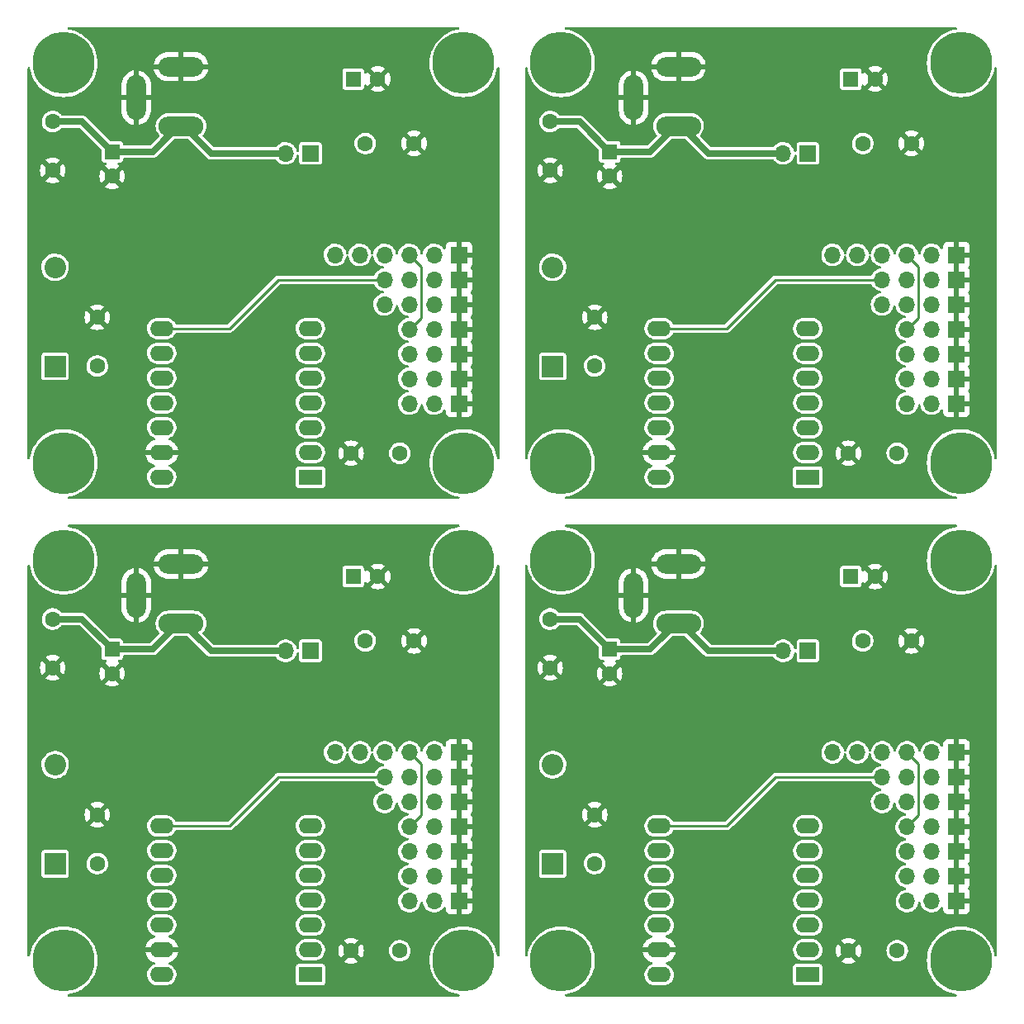
<source format=gbl>
%MOIN*%
%OFA0B0*%
%FSLAX46Y46*%
%IPPOS*%
%LPD*%
%ADD10R,0.066929133858267723X0.066929133858267723*%
%ADD11O,0.066929133858267723X0.066929133858267723*%
%ADD12C,0.25*%
%ADD13C,0.062992125984251982*%
%ADD14R,0.062992125984251982X0.062992125984251982*%
%ADD15O,0.18110236220472439X0.07874015748031496*%
%ADD16O,0.07874015748031496X0.18110236220472439*%
%ADD17R,0.094488188976377951X0.062992125984251982*%
%ADD18O,0.094488188976377951X0.062992125984251982*%
%ADD19R,0.086614173228346469X0.086614173228346469*%
%ADD20O,0.086614173228346469X0.086614173228346469*%
%ADD21C,0.035*%
%ADD22C,0.01*%
%ADD23C,0.025*%
%ADD34R,0.066929133858267723X0.066929133858267723*%
%ADD35O,0.066929133858267723X0.066929133858267723*%
%ADD36C,0.25*%
%ADD37C,0.062992125984251982*%
%ADD38R,0.062992125984251982X0.062992125984251982*%
%ADD39O,0.18110236220472439X0.07874015748031496*%
%ADD40O,0.07874015748031496X0.18110236220472439*%
%ADD41R,0.094488188976377951X0.062992125984251982*%
%ADD42O,0.094488188976377951X0.062992125984251982*%
%ADD43R,0.086614173228346469X0.086614173228346469*%
%ADD44O,0.086614173228346469X0.086614173228346469*%
%ADD45C,0.035*%
%ADD46C,0.01*%
%ADD47C,0.025*%
%ADD48R,0.066929133858267723X0.066929133858267723*%
%ADD49O,0.066929133858267723X0.066929133858267723*%
%ADD50C,0.25*%
%ADD51C,0.062992125984251982*%
%ADD52R,0.062992125984251982X0.062992125984251982*%
%ADD53O,0.18110236220472439X0.07874015748031496*%
%ADD54O,0.07874015748031496X0.18110236220472439*%
%ADD55R,0.094488188976377951X0.062992125984251982*%
%ADD56O,0.094488188976377951X0.062992125984251982*%
%ADD57R,0.086614173228346469X0.086614173228346469*%
%ADD58O,0.086614173228346469X0.086614173228346469*%
%ADD59C,0.035*%
%ADD60C,0.01*%
%ADD61C,0.025*%
%ADD62R,0.066929133858267723X0.066929133858267723*%
%ADD63O,0.066929133858267723X0.066929133858267723*%
%ADD64C,0.25*%
%ADD65C,0.062992125984251982*%
%ADD66R,0.062992125984251982X0.062992125984251982*%
%ADD67O,0.18110236220472439X0.07874015748031496*%
%ADD68O,0.07874015748031496X0.18110236220472439*%
%ADD69R,0.094488188976377951X0.062992125984251982*%
%ADD70O,0.094488188976377951X0.062992125984251982*%
%ADD71R,0.086614173228346469X0.086614173228346469*%
%ADD72O,0.086614173228346469X0.086614173228346469*%
%ADD73C,0.035*%
%ADD74C,0.01*%
%ADD75C,0.025*%
G01*
D10*
X0000000000Y0001929133D02*
X0001753830Y0000597500D03*
D11*
X0001653830Y0000597500D03*
X0001553830Y0000597500D03*
D12*
X0000157480Y0001771653D03*
X0001771653Y0001771653D03*
X0001771653Y0000157480D03*
D10*
X0001753830Y0000397500D03*
D11*
X0001653830Y0000397500D03*
X0001553830Y0000397500D03*
D10*
X0001753239Y0000497500D03*
D11*
X0001653239Y0000497500D03*
X0001553239Y0000497500D03*
D13*
X0000293830Y0000549075D03*
X0000293830Y0000745925D03*
D12*
X0000157480Y0000157480D03*
D14*
X0000353830Y0001414051D03*
D13*
X0000353830Y0001315625D03*
D14*
X0001327279Y0001707500D03*
D13*
X0001425704Y0001707500D03*
D15*
X0000631782Y0001517976D03*
X0000631782Y0001758133D03*
D16*
X0000450680Y0001632149D03*
D10*
X0001753830Y0000997500D03*
D11*
X0001653830Y0000997500D03*
X0001553830Y0000997500D03*
X0001453830Y0000997500D03*
X0001353830Y0000997500D03*
X0001253830Y0000997500D03*
D13*
X0000113830Y0001535925D03*
X0000113830Y0001339075D03*
D10*
X0001753239Y0000697500D03*
D11*
X0001653239Y0000697500D03*
X0001553239Y0000697500D03*
D10*
X0001753436Y0000797500D03*
D11*
X0001653436Y0000797500D03*
X0001553436Y0000797500D03*
X0001453436Y0000797500D03*
D10*
X0001154026Y0001407500D03*
D11*
X0001054026Y0001407500D03*
D13*
X0001514748Y0000196850D03*
X0001317897Y0000196850D03*
D17*
X0001153830Y0000100500D03*
D18*
X0001153830Y0000200500D03*
X0001153830Y0000300500D03*
X0001153830Y0000400500D03*
X0001153830Y0000500500D03*
X0001153830Y0000600500D03*
X0001153830Y0000700500D03*
X0000553830Y0000700500D03*
X0000553830Y0000600500D03*
X0000553830Y0000500500D03*
X0000553830Y0000400500D03*
X0000553830Y0000300500D03*
X0000553830Y0000200500D03*
X0000553830Y0000100500D03*
D13*
X0001375404Y0001447500D03*
X0001572255Y0001447500D03*
D10*
X0001753830Y0000897500D03*
D11*
X0001653830Y0000897500D03*
X0001553830Y0000897500D03*
X0001453830Y0000897500D03*
D19*
X0000123830Y0000547500D03*
D20*
X0000123830Y0000947500D03*
D21*
X0000843830Y0001597500D03*
D22*
X0001599881Y0000744142D02*
X0001599881Y0000871449D01*
X0001553239Y0000697500D02*
X0001599881Y0000744142D01*
X0001600275Y0000951055D02*
X0001553830Y0000997500D01*
X0001600275Y0000871842D02*
X0001600275Y0000951055D01*
X0001599881Y0000871449D02*
X0001600275Y0000871842D01*
X0001023830Y0000897500D02*
X0000826830Y0000700500D01*
X0001453830Y0000897500D02*
X0001023830Y0000897500D01*
X0000826830Y0000700500D02*
X0000553830Y0000700500D01*
D23*
X0000231955Y0001535925D02*
X0000353830Y0001414051D01*
X0000113830Y0001535925D02*
X0000231955Y0001535925D01*
X0000752924Y0001407500D02*
X0000631782Y0001528642D01*
X0000353830Y0001414051D02*
X0000517191Y0001414051D01*
X0000517191Y0001414051D02*
X0000631782Y0001528642D01*
X0001054026Y0001407500D02*
X0000752924Y0001407500D01*
G36*
X0001753939Y0001916346D02*
G01*
X0001755769Y0001914233D01*
X0001756167Y0001911467D01*
X0001755006Y0001908924D01*
X0001752654Y0001907413D01*
X0001752033Y0001907273D01*
X0001743126Y0001905862D01*
X0001729254Y0001902145D01*
X0001715846Y0001896999D01*
X0001715730Y0001896940D01*
X0001703165Y0001890537D01*
X0001703165Y0001890537D01*
X0001703049Y0001890478D01*
X0001691004Y0001882656D01*
X0001679843Y0001873618D01*
X0001669688Y0001863463D01*
X0001660650Y0001852302D01*
X0001652828Y0001840257D01*
X0001646308Y0001827460D01*
X0001646261Y0001827339D01*
X0001642442Y0001817390D01*
X0001641161Y0001814053D01*
X0001637444Y0001800180D01*
X0001636669Y0001795291D01*
X0001635415Y0001787374D01*
X0001635197Y0001785995D01*
X0001634445Y0001771653D01*
X0001635197Y0001757311D01*
X0001635217Y0001757183D01*
X0001635217Y0001757183D01*
X0001635981Y0001752359D01*
X0001637444Y0001743126D01*
X0001641161Y0001729254D01*
X0001646308Y0001715846D01*
X0001646367Y0001715730D01*
X0001652524Y0001703646D01*
X0001652828Y0001703049D01*
X0001652898Y0001702940D01*
X0001652898Y0001702940D01*
X0001655537Y0001698877D01*
X0001660650Y0001691004D01*
X0001669688Y0001679843D01*
X0001679843Y0001669688D01*
X0001691004Y0001660650D01*
X0001703049Y0001652828D01*
X0001703165Y0001652769D01*
X0001703165Y0001652769D01*
X0001715730Y0001646367D01*
X0001715846Y0001646308D01*
X0001729254Y0001641161D01*
X0001743126Y0001637444D01*
X0001750668Y0001636249D01*
X0001757183Y0001635217D01*
X0001757183Y0001635217D01*
X0001757311Y0001635197D01*
X0001771653Y0001634445D01*
X0001785995Y0001635197D01*
X0001786123Y0001635217D01*
X0001786123Y0001635217D01*
X0001792638Y0001636249D01*
X0001800180Y0001637444D01*
X0001814053Y0001641161D01*
X0001827460Y0001646308D01*
X0001827576Y0001646367D01*
X0001840141Y0001652769D01*
X0001840141Y0001652769D01*
X0001840257Y0001652828D01*
X0001852302Y0001660650D01*
X0001863463Y0001669688D01*
X0001873618Y0001679843D01*
X0001882656Y0001691004D01*
X0001887769Y0001698877D01*
X0001890408Y0001702940D01*
X0001890408Y0001702940D01*
X0001890478Y0001703049D01*
X0001890783Y0001703646D01*
X0001896940Y0001715730D01*
X0001896999Y0001715846D01*
X0001902145Y0001729254D01*
X0001905862Y0001743126D01*
X0001907273Y0001752033D01*
X0001908470Y0001754559D01*
X0001910843Y0001756036D01*
X0001913638Y0001755996D01*
X0001915968Y0001754452D01*
X0001917092Y0001751893D01*
X0001917133Y0001751257D01*
X0001917133Y0000177876D01*
X0001916346Y0000175194D01*
X0001914233Y0000173364D01*
X0001911467Y0000172966D01*
X0001908924Y0000174127D01*
X0001907413Y0000176478D01*
X0001907273Y0000177100D01*
X0001906960Y0000179075D01*
X0001905862Y0000186007D01*
X0001902145Y0000199879D01*
X0001896999Y0000213287D01*
X0001893843Y0000219480D01*
X0001890537Y0000225968D01*
X0001890537Y0000225968D01*
X0001890478Y0000226084D01*
X0001882656Y0000238128D01*
X0001873618Y0000249290D01*
X0001863463Y0000259445D01*
X0001852302Y0000268483D01*
X0001842089Y0000275115D01*
X0001840366Y0000276234D01*
X0001840366Y0000276234D01*
X0001840257Y0000276305D01*
X0001840141Y0000276364D01*
X0001840141Y0000276364D01*
X0001827576Y0000282766D01*
X0001827460Y0000282825D01*
X0001814053Y0000287972D01*
X0001800180Y0000291689D01*
X0001792638Y0000292884D01*
X0001786123Y0000293916D01*
X0001786123Y0000293916D01*
X0001785995Y0000293936D01*
X0001771653Y0000294687D01*
X0001757311Y0000293936D01*
X0001757183Y0000293916D01*
X0001757183Y0000293916D01*
X0001750668Y0000292884D01*
X0001743126Y0000291689D01*
X0001729254Y0000287972D01*
X0001715846Y0000282825D01*
X0001715730Y0000282766D01*
X0001703165Y0000276364D01*
X0001703165Y0000276364D01*
X0001703049Y0000276305D01*
X0001702940Y0000276234D01*
X0001702940Y0000276234D01*
X0001701217Y0000275115D01*
X0001691004Y0000268483D01*
X0001679843Y0000259445D01*
X0001669688Y0000249290D01*
X0001660650Y0000238128D01*
X0001652828Y0000226084D01*
X0001652769Y0000225968D01*
X0001652769Y0000225968D01*
X0001649463Y0000219480D01*
X0001646308Y0000213287D01*
X0001641161Y0000199879D01*
X0001637444Y0000186007D01*
X0001636394Y0000179379D01*
X0001635246Y0000172129D01*
X0001635197Y0000171822D01*
X0001634445Y0000157480D01*
X0001635197Y0000143138D01*
X0001635217Y0000143010D01*
X0001635217Y0000143010D01*
X0001636249Y0000136495D01*
X0001637444Y0000128953D01*
X0001641161Y0000115080D01*
X0001646308Y0000101672D01*
X0001646367Y0000101557D01*
X0001652061Y0000090381D01*
X0001652828Y0000088876D01*
X0001652898Y0000088767D01*
X0001652898Y0000088767D01*
X0001654372Y0000086498D01*
X0001660650Y0000076831D01*
X0001669688Y0000065670D01*
X0001679843Y0000055515D01*
X0001691004Y0000046476D01*
X0001703049Y0000038654D01*
X0001703165Y0000038596D01*
X0001703165Y0000038595D01*
X0001715730Y0000032193D01*
X0001715846Y0000032134D01*
X0001729254Y0000026988D01*
X0001743126Y0000023270D01*
X0001752033Y0000021860D01*
X0001754559Y0000020662D01*
X0001756036Y0000018290D01*
X0001755996Y0000015495D01*
X0001754452Y0000013165D01*
X0001751893Y0000012040D01*
X0001751257Y0000012000D01*
X0000177876Y0000012000D01*
X0000175194Y0000012787D01*
X0000173364Y0000014899D01*
X0000172966Y0000017666D01*
X0000174127Y0000020209D01*
X0000176478Y0000021720D01*
X0000177100Y0000021860D01*
X0000186007Y0000023270D01*
X0000199879Y0000026988D01*
X0000213287Y0000032134D01*
X0000213403Y0000032193D01*
X0000225968Y0000038595D01*
X0000225968Y0000038596D01*
X0000226084Y0000038654D01*
X0000238128Y0000046476D01*
X0000249290Y0000055515D01*
X0000259445Y0000065670D01*
X0000268483Y0000076831D01*
X0000274761Y0000086498D01*
X0000276234Y0000088767D01*
X0000276234Y0000088767D01*
X0000276305Y0000088876D01*
X0000277072Y0000090381D01*
X0000282766Y0000101557D01*
X0000282825Y0000101672D01*
X0000287972Y0000115080D01*
X0000291689Y0000128953D01*
X0000292884Y0000136495D01*
X0000293916Y0000143010D01*
X0000293916Y0000143010D01*
X0000293936Y0000143138D01*
X0000294688Y0000157480D01*
X0000293936Y0000171822D01*
X0000293887Y0000172129D01*
X0000292739Y0000179379D01*
X0000291689Y0000186007D01*
X0000290617Y0000190007D01*
X0000487580Y0000190007D01*
X0000489450Y0000183029D01*
X0000489598Y0000182624D01*
X0000493223Y0000174850D01*
X0000493439Y0000174476D01*
X0000498358Y0000167450D01*
X0000498636Y0000167119D01*
X0000504701Y0000161055D01*
X0000505032Y0000160777D01*
X0000512058Y0000155857D01*
X0000512431Y0000155641D01*
X0000520205Y0000152016D01*
X0000520611Y0000151869D01*
X0000523389Y0000151124D01*
X0000525775Y0000149670D01*
X0000526997Y0000147155D01*
X0000526665Y0000144380D01*
X0000524885Y0000142225D01*
X0000523501Y0000141573D01*
X0000521848Y0000141088D01*
X0000521638Y0000140980D01*
X0000521638Y0000140980D01*
X0000514675Y0000137394D01*
X0000514675Y0000137394D01*
X0000514466Y0000137286D01*
X0000507936Y0000132156D01*
X0000507781Y0000131978D01*
X0000507781Y0000131978D01*
X0000505168Y0000128967D01*
X0000502493Y0000125885D01*
X0000502375Y0000125681D01*
X0000502375Y0000125681D01*
X0000500526Y0000122483D01*
X0000498335Y0000118697D01*
X0000495611Y0000110853D01*
X0000494420Y0000102636D01*
X0000494804Y0000094341D01*
X0000494859Y0000094112D01*
X0000496147Y0000088767D01*
X0000496749Y0000086268D01*
X0000500186Y0000078709D01*
X0000504990Y0000071937D01*
X0000510989Y0000066195D01*
X0000517964Y0000061691D01*
X0000518184Y0000061602D01*
X0000525447Y0000058675D01*
X0000525447Y0000058675D01*
X0000525666Y0000058587D01*
X0000529748Y0000057790D01*
X0000533641Y0000057029D01*
X0000533641Y0000057029D01*
X0000533816Y0000056995D01*
X0000534034Y0000056984D01*
X0000571652Y0000056984D01*
X0000577844Y0000057575D01*
X0000585811Y0000059913D01*
X0000589388Y0000061755D01*
X0000592984Y0000063607D01*
X0000592984Y0000063607D01*
X0000593193Y0000063715D01*
X0000597654Y0000067218D01*
X0001094566Y0000067218D01*
X0001094617Y0000066790D01*
X0001094644Y0000066562D01*
X0001094690Y0000066170D01*
X0001096508Y0000062078D01*
X0001098089Y0000060500D01*
X0001099353Y0000059238D01*
X0001099353Y0000059238D01*
X0001099677Y0000058915D01*
X0001103772Y0000057104D01*
X0001104800Y0000056984D01*
X0001202859Y0000056984D01*
X0001203288Y0000057035D01*
X0001203538Y0000057065D01*
X0001203538Y0000057065D01*
X0001203907Y0000057109D01*
X0001208000Y0000058927D01*
X0001210670Y0000061602D01*
X0001210839Y0000061772D01*
X0001210839Y0000061772D01*
X0001211163Y0000062096D01*
X0001212974Y0000066191D01*
X0001213093Y0000067218D01*
X0001213093Y0000133782D01*
X0001213042Y0000134211D01*
X0001213013Y0000134461D01*
X0001213013Y0000134461D01*
X0001212969Y0000134830D01*
X0001211151Y0000138922D01*
X0001209570Y0000140500D01*
X0001208306Y0000141762D01*
X0001208306Y0000141762D01*
X0001207982Y0000142086D01*
X0001203887Y0000143896D01*
X0001202859Y0000144016D01*
X0001104800Y0000144016D01*
X0001104371Y0000143965D01*
X0001104121Y0000143935D01*
X0001104121Y0000143935D01*
X0001103752Y0000143891D01*
X0001099659Y0000142074D01*
X0001098742Y0000141154D01*
X0001096820Y0000139229D01*
X0001096820Y0000139229D01*
X0001096496Y0000138905D01*
X0001094685Y0000134809D01*
X0001094566Y0000133782D01*
X0001094566Y0000067218D01*
X0000597654Y0000067218D01*
X0000599723Y0000068844D01*
X0000599878Y0000069022D01*
X0000599878Y0000069022D01*
X0000605011Y0000074937D01*
X0000605166Y0000075116D01*
X0000605284Y0000075320D01*
X0000605284Y0000075320D01*
X0000609205Y0000082098D01*
X0000609324Y0000082303D01*
X0000612048Y0000090147D01*
X0000613239Y0000098365D01*
X0000612855Y0000106660D01*
X0000611844Y0000110853D01*
X0000610965Y0000114502D01*
X0000610965Y0000114502D01*
X0000610910Y0000114732D01*
X0000610807Y0000114959D01*
X0000607570Y0000122076D01*
X0000607473Y0000122291D01*
X0000602669Y0000129064D01*
X0000596670Y0000134806D01*
X0000589695Y0000139310D01*
X0000583691Y0000141729D01*
X0000581498Y0000143462D01*
X0000580590Y0000146106D01*
X0000581255Y0000148821D01*
X0000583282Y0000150745D01*
X0000584261Y0000151122D01*
X0000587048Y0000151869D01*
X0000587454Y0000152016D01*
X0000591904Y0000154092D01*
X0001289491Y0000154092D01*
X0001289857Y0000153618D01*
X0001291873Y0000152207D01*
X0001292247Y0000151991D01*
X0001300021Y0000148366D01*
X0001300426Y0000148219D01*
X0001308712Y0000145998D01*
X0001309137Y0000145924D01*
X0001317682Y0000145176D01*
X0001318113Y0000145176D01*
X0001326658Y0000145924D01*
X0001327083Y0000145998D01*
X0001335368Y0000148219D01*
X0001335773Y0000148366D01*
X0001343547Y0000151991D01*
X0001343921Y0000152207D01*
X0001345970Y0000153642D01*
X0001346300Y0000154054D01*
X0001346021Y0000154584D01*
X0001318402Y0000182203D01*
X0001317853Y0000182503D01*
X0001317780Y0000182498D01*
X0001317520Y0000182331D01*
X0001289745Y0000154555D01*
X0001289491Y0000154092D01*
X0000591904Y0000154092D01*
X0000595228Y0000155641D01*
X0000595601Y0000155857D01*
X0000602627Y0000160777D01*
X0000602958Y0000161055D01*
X0000609023Y0000167119D01*
X0000609301Y0000167450D01*
X0000614220Y0000174476D01*
X0000614436Y0000174850D01*
X0000618061Y0000182624D01*
X0000618209Y0000183029D01*
X0000620026Y0000189811D01*
X0000620013Y0000190366D01*
X0000619700Y0000190500D01*
X0000488162Y0000190500D01*
X0000487629Y0000190344D01*
X0000487580Y0000190007D01*
X0000290617Y0000190007D01*
X0000287972Y0000199879D01*
X0000286914Y0000202636D01*
X0001094420Y0000202636D01*
X0001094804Y0000194341D01*
X0001094859Y0000194112D01*
X0001096658Y0000186648D01*
X0001096749Y0000186268D01*
X0001096847Y0000186054D01*
X0001096847Y0000186053D01*
X0001098406Y0000182624D01*
X0001100186Y0000178709D01*
X0001104990Y0000171937D01*
X0001110989Y0000166195D01*
X0001117964Y0000161690D01*
X0001119730Y0000160979D01*
X0001125447Y0000158675D01*
X0001125447Y0000158675D01*
X0001125666Y0000158587D01*
X0001129748Y0000157790D01*
X0001133641Y0000157029D01*
X0001133641Y0000157029D01*
X0001133816Y0000156995D01*
X0001134034Y0000156984D01*
X0001171652Y0000156984D01*
X0001177844Y0000157575D01*
X0001185811Y0000159913D01*
X0001187384Y0000160723D01*
X0001192984Y0000163607D01*
X0001192984Y0000163607D01*
X0001193193Y0000163715D01*
X0001199723Y0000168844D01*
X0001199878Y0000169022D01*
X0001199878Y0000169022D01*
X0001204696Y0000174574D01*
X0001205166Y0000175115D01*
X0001205284Y0000175320D01*
X0001205284Y0000175320D01*
X0001209205Y0000182098D01*
X0001209324Y0000182303D01*
X0001212048Y0000190147D01*
X0001212099Y0000190500D01*
X0001212988Y0000196634D01*
X0001266223Y0000196634D01*
X0001266971Y0000188089D01*
X0001267046Y0000187664D01*
X0001269266Y0000179379D01*
X0001269413Y0000178974D01*
X0001273038Y0000171200D01*
X0001273254Y0000170826D01*
X0001274689Y0000168777D01*
X0001275101Y0000168447D01*
X0001275631Y0000168726D01*
X0001303251Y0000196345D01*
X0001303502Y0000196805D01*
X0001332244Y0000196805D01*
X0001332249Y0000196733D01*
X0001332416Y0000196473D01*
X0001360192Y0000168697D01*
X0001360655Y0000168444D01*
X0001361129Y0000168810D01*
X0001362540Y0000170826D01*
X0001362756Y0000171200D01*
X0001366381Y0000178974D01*
X0001366528Y0000179379D01*
X0001368749Y0000187664D01*
X0001368823Y0000188089D01*
X0001369571Y0000196634D01*
X0001369571Y0000197065D01*
X0001369490Y0000197994D01*
X0001471060Y0000197994D01*
X0001471583Y0000190013D01*
X0001471639Y0000189793D01*
X0001471639Y0000189793D01*
X0001472493Y0000186432D01*
X0001473552Y0000182262D01*
X0001476900Y0000174999D01*
X0001481516Y0000168468D01*
X0001487245Y0000162887D01*
X0001487434Y0000162761D01*
X0001487434Y0000162761D01*
X0001491535Y0000160021D01*
X0001493895Y0000158444D01*
X0001494103Y0000158354D01*
X0001494104Y0000158354D01*
X0001501034Y0000155376D01*
X0001501243Y0000155287D01*
X0001504093Y0000154642D01*
X0001508821Y0000153572D01*
X0001508822Y0000153572D01*
X0001509043Y0000153522D01*
X0001509270Y0000153513D01*
X0001509271Y0000153513D01*
X0001511590Y0000153422D01*
X0001517035Y0000153208D01*
X0001521681Y0000153881D01*
X0001524724Y0000154322D01*
X0001524725Y0000154323D01*
X0001524950Y0000154355D01*
X0001525165Y0000154428D01*
X0001525165Y0000154428D01*
X0001532308Y0000156853D01*
X0001532308Y0000156853D01*
X0001532523Y0000156926D01*
X0001539501Y0000160834D01*
X0001539766Y0000161055D01*
X0001545475Y0000165803D01*
X0001545650Y0000165948D01*
X0001550764Y0000172097D01*
X0001554671Y0000179075D01*
X0001554744Y0000179290D01*
X0001557169Y0000186432D01*
X0001557169Y0000186432D01*
X0001557242Y0000186648D01*
X0001558390Y0000194563D01*
X0001558450Y0000196850D01*
X0001557718Y0000204814D01*
X0001557264Y0000206424D01*
X0001557056Y0000207161D01*
X0001555547Y0000212511D01*
X0001552010Y0000219684D01*
X0001548123Y0000224890D01*
X0001547361Y0000225910D01*
X0001547360Y0000225910D01*
X0001547225Y0000226092D01*
X0001546509Y0000226754D01*
X0001541519Y0000231367D01*
X0001541519Y0000231367D01*
X0001541352Y0000231521D01*
X0001537611Y0000233881D01*
X0001534780Y0000235667D01*
X0001534780Y0000235668D01*
X0001534588Y0000235789D01*
X0001527160Y0000238752D01*
X0001519316Y0000240313D01*
X0001519088Y0000240316D01*
X0001519088Y0000240316D01*
X0001515092Y0000240368D01*
X0001511319Y0000240417D01*
X0001511094Y0000240379D01*
X0001511094Y0000240379D01*
X0001503661Y0000239101D01*
X0001503437Y0000239063D01*
X0001495933Y0000236295D01*
X0001489060Y0000232206D01*
X0001483047Y0000226932D01*
X0001478096Y0000220652D01*
X0001477990Y0000220451D01*
X0001477990Y0000220450D01*
X0001476107Y0000216871D01*
X0001474372Y0000213574D01*
X0001472000Y0000205936D01*
X0001471060Y0000197994D01*
X0001369490Y0000197994D01*
X0001368823Y0000205610D01*
X0001368749Y0000206035D01*
X0001366528Y0000214321D01*
X0001366381Y0000214726D01*
X0001362756Y0000222500D01*
X0001362540Y0000222874D01*
X0001361105Y0000224923D01*
X0001360693Y0000225252D01*
X0001360164Y0000224974D01*
X0001332544Y0000197354D01*
X0001332244Y0000196805D01*
X0001303502Y0000196805D01*
X0001303550Y0000196894D01*
X0001303545Y0000196967D01*
X0001303378Y0000197227D01*
X0001275602Y0000225003D01*
X0001275139Y0000225256D01*
X0001274666Y0000224890D01*
X0001273254Y0000222874D01*
X0001273038Y0000222500D01*
X0001269413Y0000214726D01*
X0001269266Y0000214321D01*
X0001267046Y0000206035D01*
X0001266971Y0000205610D01*
X0001266223Y0000197065D01*
X0001266223Y0000196634D01*
X0001212988Y0000196634D01*
X0001213205Y0000198131D01*
X0001213205Y0000198131D01*
X0001213239Y0000198365D01*
X0001212855Y0000206660D01*
X0001211844Y0000210853D01*
X0001210965Y0000214502D01*
X0001210965Y0000214502D01*
X0001210910Y0000214732D01*
X0001209437Y0000217971D01*
X0001207570Y0000222076D01*
X0001207473Y0000222291D01*
X0001202669Y0000229064D01*
X0001196670Y0000234806D01*
X0001189695Y0000239310D01*
X0001188861Y0000239646D01*
X0001289495Y0000239646D01*
X0001289773Y0000239116D01*
X0001317393Y0000211496D01*
X0001317942Y0000211197D01*
X0001318014Y0000211202D01*
X0001318274Y0000211369D01*
X0001346050Y0000239145D01*
X0001346303Y0000239608D01*
X0001345937Y0000240081D01*
X0001343921Y0000241493D01*
X0001343547Y0000241709D01*
X0001335773Y0000245334D01*
X0001335368Y0000245481D01*
X0001327083Y0000247701D01*
X0001326658Y0000247776D01*
X0001318113Y0000248524D01*
X0001317682Y0000248524D01*
X0001309137Y0000247776D01*
X0001308712Y0000247701D01*
X0001300426Y0000245481D01*
X0001300021Y0000245334D01*
X0001292247Y0000241709D01*
X0001291873Y0000241493D01*
X0001289824Y0000240058D01*
X0001289495Y0000239646D01*
X0001188861Y0000239646D01*
X0001185551Y0000240980D01*
X0001182212Y0000242325D01*
X0001182212Y0000242325D01*
X0001181993Y0000242414D01*
X0001176813Y0000243425D01*
X0001174018Y0000243971D01*
X0001174018Y0000243971D01*
X0001173843Y0000244005D01*
X0001173625Y0000244016D01*
X0001136007Y0000244016D01*
X0001129815Y0000243425D01*
X0001121848Y0000241088D01*
X0001121638Y0000240980D01*
X0001121638Y0000240980D01*
X0001114675Y0000237394D01*
X0001114675Y0000237394D01*
X0001114466Y0000237286D01*
X0001107936Y0000232156D01*
X0001107781Y0000231978D01*
X0001107781Y0000231978D01*
X0001105085Y0000228871D01*
X0001102493Y0000225885D01*
X0001102375Y0000225681D01*
X0001102375Y0000225681D01*
X0001099350Y0000220450D01*
X0001098335Y0000218697D01*
X0001095611Y0000210853D01*
X0001095578Y0000210620D01*
X0001095578Y0000210620D01*
X0001094703Y0000204587D01*
X0001094420Y0000202636D01*
X0000286914Y0000202636D01*
X0000283631Y0000211189D01*
X0000487633Y0000211189D01*
X0000487646Y0000210634D01*
X0000487959Y0000210500D01*
X0000619497Y0000210500D01*
X0000620030Y0000210657D01*
X0000620079Y0000210993D01*
X0000618209Y0000217971D01*
X0000618061Y0000218376D01*
X0000614436Y0000226150D01*
X0000614220Y0000226524D01*
X0000609301Y0000233550D01*
X0000609023Y0000233881D01*
X0000602958Y0000239946D01*
X0000602627Y0000240223D01*
X0000595601Y0000245143D01*
X0000595228Y0000245359D01*
X0000587454Y0000248984D01*
X0000587048Y0000249132D01*
X0000584270Y0000249876D01*
X0000581884Y0000251331D01*
X0000580662Y0000253845D01*
X0000580994Y0000256620D01*
X0000582774Y0000258776D01*
X0000584158Y0000259428D01*
X0000584497Y0000259527D01*
X0000585811Y0000259913D01*
X0000589512Y0000261819D01*
X0000592984Y0000263607D01*
X0000592984Y0000263607D01*
X0000593193Y0000263715D01*
X0000599723Y0000268844D01*
X0000599878Y0000269022D01*
X0000599878Y0000269022D01*
X0000605011Y0000274937D01*
X0000605166Y0000275115D01*
X0000605284Y0000275320D01*
X0000605284Y0000275320D01*
X0000609205Y0000282098D01*
X0000609324Y0000282303D01*
X0000612048Y0000290147D01*
X0000612266Y0000291656D01*
X0000613205Y0000298131D01*
X0000613205Y0000298131D01*
X0000613239Y0000298365D01*
X0000613041Y0000302636D01*
X0001094420Y0000302636D01*
X0001094804Y0000294341D01*
X0001096749Y0000286268D01*
X0001100186Y0000278709D01*
X0001104990Y0000271937D01*
X0001110989Y0000266195D01*
X0001117964Y0000261690D01*
X0001118184Y0000261602D01*
X0001125447Y0000258675D01*
X0001125447Y0000258675D01*
X0001125666Y0000258587D01*
X0001129748Y0000257790D01*
X0001133641Y0000257029D01*
X0001133641Y0000257029D01*
X0001133816Y0000256995D01*
X0001134034Y0000256984D01*
X0001171652Y0000256984D01*
X0001177844Y0000257575D01*
X0001185811Y0000259913D01*
X0001189512Y0000261819D01*
X0001192984Y0000263607D01*
X0001192984Y0000263607D01*
X0001193193Y0000263715D01*
X0001199723Y0000268844D01*
X0001199878Y0000269022D01*
X0001199878Y0000269022D01*
X0001205011Y0000274937D01*
X0001205166Y0000275115D01*
X0001205284Y0000275320D01*
X0001205284Y0000275320D01*
X0001209205Y0000282098D01*
X0001209324Y0000282303D01*
X0001212048Y0000290147D01*
X0001212266Y0000291656D01*
X0001213205Y0000298131D01*
X0001213205Y0000298131D01*
X0001213239Y0000298365D01*
X0001212855Y0000306660D01*
X0001211844Y0000310853D01*
X0001210965Y0000314502D01*
X0001210965Y0000314502D01*
X0001210910Y0000314732D01*
X0001207473Y0000322291D01*
X0001202669Y0000329064D01*
X0001196670Y0000334806D01*
X0001189695Y0000339310D01*
X0001185551Y0000340980D01*
X0001182212Y0000342325D01*
X0001182212Y0000342325D01*
X0001181993Y0000342414D01*
X0001176813Y0000343425D01*
X0001174018Y0000343971D01*
X0001174018Y0000343971D01*
X0001173843Y0000344005D01*
X0001173625Y0000344016D01*
X0001136007Y0000344016D01*
X0001129815Y0000343425D01*
X0001121848Y0000341088D01*
X0001121638Y0000340980D01*
X0001121638Y0000340980D01*
X0001114675Y0000337394D01*
X0001114675Y0000337394D01*
X0001114466Y0000337286D01*
X0001107936Y0000332156D01*
X0001107781Y0000331978D01*
X0001107781Y0000331978D01*
X0001105085Y0000328871D01*
X0001102493Y0000325885D01*
X0001102375Y0000325681D01*
X0001102375Y0000325681D01*
X0001100526Y0000322483D01*
X0001098335Y0000318697D01*
X0001095611Y0000310853D01*
X0001094420Y0000302636D01*
X0000613041Y0000302636D01*
X0000612855Y0000306660D01*
X0000611844Y0000310853D01*
X0000610965Y0000314502D01*
X0000610965Y0000314502D01*
X0000610910Y0000314732D01*
X0000607473Y0000322291D01*
X0000602669Y0000329064D01*
X0000596670Y0000334806D01*
X0000589695Y0000339310D01*
X0000585551Y0000340980D01*
X0000582212Y0000342325D01*
X0000582212Y0000342325D01*
X0000581993Y0000342414D01*
X0000576813Y0000343425D01*
X0000574018Y0000343971D01*
X0000574018Y0000343971D01*
X0000573843Y0000344005D01*
X0000573625Y0000344016D01*
X0000536007Y0000344016D01*
X0000529815Y0000343425D01*
X0000521848Y0000341088D01*
X0000521638Y0000340980D01*
X0000521638Y0000340980D01*
X0000514675Y0000337394D01*
X0000514675Y0000337394D01*
X0000514466Y0000337286D01*
X0000507936Y0000332156D01*
X0000507781Y0000331978D01*
X0000507781Y0000331978D01*
X0000505085Y0000328871D01*
X0000502493Y0000325885D01*
X0000502375Y0000325681D01*
X0000502375Y0000325681D01*
X0000500526Y0000322483D01*
X0000498335Y0000318697D01*
X0000495611Y0000310853D01*
X0000494420Y0000302636D01*
X0000494804Y0000294341D01*
X0000496749Y0000286268D01*
X0000500186Y0000278709D01*
X0000504990Y0000271937D01*
X0000510989Y0000266195D01*
X0000517964Y0000261690D01*
X0000523765Y0000259353D01*
X0000523968Y0000259271D01*
X0000526161Y0000257538D01*
X0000527069Y0000254895D01*
X0000526404Y0000252180D01*
X0000524377Y0000250256D01*
X0000523398Y0000249878D01*
X0000520611Y0000249132D01*
X0000520205Y0000248984D01*
X0000512431Y0000245359D01*
X0000512058Y0000245143D01*
X0000505032Y0000240223D01*
X0000504701Y0000239946D01*
X0000498636Y0000233881D01*
X0000498358Y0000233550D01*
X0000493439Y0000226524D01*
X0000493223Y0000226150D01*
X0000489598Y0000218376D01*
X0000489450Y0000217971D01*
X0000487633Y0000211189D01*
X0000283631Y0000211189D01*
X0000282825Y0000213287D01*
X0000279670Y0000219480D01*
X0000276364Y0000225968D01*
X0000276364Y0000225968D01*
X0000276305Y0000226084D01*
X0000268483Y0000238128D01*
X0000259445Y0000249290D01*
X0000249290Y0000259445D01*
X0000238128Y0000268483D01*
X0000227916Y0000275115D01*
X0000226193Y0000276234D01*
X0000226193Y0000276234D01*
X0000226084Y0000276305D01*
X0000225968Y0000276364D01*
X0000225968Y0000276364D01*
X0000213403Y0000282766D01*
X0000213287Y0000282825D01*
X0000199879Y0000287972D01*
X0000186007Y0000291689D01*
X0000178465Y0000292884D01*
X0000171950Y0000293916D01*
X0000171950Y0000293916D01*
X0000171822Y0000293936D01*
X0000157480Y0000294687D01*
X0000143138Y0000293936D01*
X0000143010Y0000293916D01*
X0000143010Y0000293916D01*
X0000136495Y0000292884D01*
X0000128953Y0000291689D01*
X0000115080Y0000287972D01*
X0000101672Y0000282825D01*
X0000101557Y0000282766D01*
X0000088992Y0000276364D01*
X0000088991Y0000276364D01*
X0000088876Y0000276305D01*
X0000088767Y0000276234D01*
X0000088767Y0000276234D01*
X0000087044Y0000275115D01*
X0000076831Y0000268483D01*
X0000065670Y0000259445D01*
X0000055515Y0000249290D01*
X0000046476Y0000238128D01*
X0000038654Y0000226084D01*
X0000038596Y0000225968D01*
X0000038595Y0000225968D01*
X0000035290Y0000219480D01*
X0000032134Y0000213287D01*
X0000026988Y0000199879D01*
X0000023270Y0000186007D01*
X0000022172Y0000179075D01*
X0000021860Y0000177100D01*
X0000020662Y0000174574D01*
X0000018290Y0000173097D01*
X0000015495Y0000173137D01*
X0000013165Y0000174681D01*
X0000012040Y0000177240D01*
X0000012000Y0000177876D01*
X0000012000Y0000402636D01*
X0000494420Y0000402636D01*
X0000494804Y0000394341D01*
X0000494859Y0000394112D01*
X0000496624Y0000386787D01*
X0000496749Y0000386268D01*
X0000500186Y0000378709D01*
X0000504990Y0000371937D01*
X0000510989Y0000366195D01*
X0000517964Y0000361690D01*
X0000518184Y0000361602D01*
X0000525447Y0000358675D01*
X0000525447Y0000358675D01*
X0000525666Y0000358587D01*
X0000529748Y0000357790D01*
X0000533641Y0000357029D01*
X0000533641Y0000357029D01*
X0000533816Y0000356995D01*
X0000534034Y0000356984D01*
X0000571652Y0000356984D01*
X0000577844Y0000357575D01*
X0000585811Y0000359913D01*
X0000589621Y0000361875D01*
X0000592984Y0000363607D01*
X0000592984Y0000363607D01*
X0000593193Y0000363715D01*
X0000599723Y0000368844D01*
X0000599878Y0000369022D01*
X0000599878Y0000369022D01*
X0000605011Y0000374937D01*
X0000605166Y0000375115D01*
X0000605284Y0000375320D01*
X0000605284Y0000375320D01*
X0000609205Y0000382098D01*
X0000609324Y0000382303D01*
X0000612048Y0000390147D01*
X0000612749Y0000394982D01*
X0000613205Y0000398131D01*
X0000613205Y0000398131D01*
X0000613239Y0000398365D01*
X0000613041Y0000402636D01*
X0001094420Y0000402636D01*
X0001094804Y0000394341D01*
X0001094859Y0000394112D01*
X0001096624Y0000386787D01*
X0001096749Y0000386268D01*
X0001100186Y0000378709D01*
X0001104990Y0000371937D01*
X0001110989Y0000366195D01*
X0001117964Y0000361690D01*
X0001118184Y0000361602D01*
X0001125447Y0000358675D01*
X0001125447Y0000358675D01*
X0001125666Y0000358587D01*
X0001129748Y0000357790D01*
X0001133641Y0000357029D01*
X0001133641Y0000357029D01*
X0001133816Y0000356995D01*
X0001134034Y0000356984D01*
X0001171652Y0000356984D01*
X0001177844Y0000357575D01*
X0001185811Y0000359913D01*
X0001189621Y0000361875D01*
X0001192984Y0000363607D01*
X0001192984Y0000363607D01*
X0001193193Y0000363715D01*
X0001199723Y0000368844D01*
X0001199878Y0000369022D01*
X0001199878Y0000369022D01*
X0001205011Y0000374937D01*
X0001205166Y0000375115D01*
X0001205284Y0000375320D01*
X0001205284Y0000375320D01*
X0001209205Y0000382098D01*
X0001209324Y0000382303D01*
X0001212048Y0000390147D01*
X0001212749Y0000394982D01*
X0001213205Y0000398131D01*
X0001213205Y0000398131D01*
X0001213239Y0000398365D01*
X0001212855Y0000406660D01*
X0001212610Y0000407676D01*
X0001210965Y0000414502D01*
X0001210965Y0000414502D01*
X0001210910Y0000414732D01*
X0001207473Y0000422291D01*
X0001203267Y0000428220D01*
X0001202805Y0000428871D01*
X0001202805Y0000428871D01*
X0001202669Y0000429064D01*
X0001196670Y0000434806D01*
X0001189695Y0000439310D01*
X0001187146Y0000440337D01*
X0001182212Y0000442325D01*
X0001182212Y0000442325D01*
X0001181993Y0000442414D01*
X0001176813Y0000443425D01*
X0001174018Y0000443971D01*
X0001174018Y0000443971D01*
X0001173843Y0000444005D01*
X0001173625Y0000444016D01*
X0001136007Y0000444016D01*
X0001129815Y0000443425D01*
X0001121848Y0000441088D01*
X0001121638Y0000440980D01*
X0001121638Y0000440980D01*
X0001114675Y0000437394D01*
X0001114675Y0000437394D01*
X0001114466Y0000437286D01*
X0001107936Y0000432156D01*
X0001107781Y0000431978D01*
X0001107781Y0000431978D01*
X0001104386Y0000428065D01*
X0001102493Y0000425885D01*
X0001102375Y0000425681D01*
X0001102375Y0000425681D01*
X0001098788Y0000419480D01*
X0001098335Y0000418697D01*
X0001095611Y0000410853D01*
X0001095578Y0000410620D01*
X0001095578Y0000410620D01*
X0001094454Y0000402869D01*
X0001094420Y0000402636D01*
X0000613041Y0000402636D01*
X0000612855Y0000406660D01*
X0000612610Y0000407676D01*
X0000610965Y0000414502D01*
X0000610965Y0000414502D01*
X0000610910Y0000414732D01*
X0000607473Y0000422291D01*
X0000603267Y0000428220D01*
X0000602805Y0000428871D01*
X0000602805Y0000428871D01*
X0000602669Y0000429064D01*
X0000596670Y0000434806D01*
X0000589695Y0000439310D01*
X0000587146Y0000440337D01*
X0000582212Y0000442325D01*
X0000582212Y0000442325D01*
X0000581993Y0000442414D01*
X0000576813Y0000443425D01*
X0000574018Y0000443971D01*
X0000574018Y0000443971D01*
X0000573843Y0000444005D01*
X0000573625Y0000444016D01*
X0000536007Y0000444016D01*
X0000529815Y0000443425D01*
X0000521848Y0000441088D01*
X0000521638Y0000440980D01*
X0000521638Y0000440980D01*
X0000514675Y0000437394D01*
X0000514675Y0000437394D01*
X0000514466Y0000437286D01*
X0000507936Y0000432156D01*
X0000507781Y0000431978D01*
X0000507781Y0000431978D01*
X0000504386Y0000428065D01*
X0000502493Y0000425885D01*
X0000502375Y0000425681D01*
X0000502375Y0000425681D01*
X0000498788Y0000419480D01*
X0000498335Y0000418697D01*
X0000495611Y0000410853D01*
X0000495578Y0000410620D01*
X0000495578Y0000410620D01*
X0000494454Y0000402869D01*
X0000494420Y0000402636D01*
X0000012000Y0000402636D01*
X0000012000Y0000502407D01*
X0000068503Y0000502407D01*
X0000068554Y0000501978D01*
X0000068581Y0000501751D01*
X0000068627Y0000501359D01*
X0000070445Y0000497267D01*
X0000072026Y0000495689D01*
X0000073290Y0000494427D01*
X0000073290Y0000494427D01*
X0000073614Y0000494104D01*
X0000077709Y0000492293D01*
X0000078737Y0000492173D01*
X0000168922Y0000492173D01*
X0000169351Y0000492224D01*
X0000169601Y0000492254D01*
X0000169601Y0000492254D01*
X0000169970Y0000492298D01*
X0000174063Y0000494116D01*
X0000175640Y0000495697D01*
X0000176902Y0000496961D01*
X0000176902Y0000496961D01*
X0000177226Y0000497285D01*
X0000179037Y0000501380D01*
X0000179156Y0000502407D01*
X0000179156Y0000502636D01*
X0000494420Y0000502636D01*
X0000494804Y0000494341D01*
X0000495326Y0000492173D01*
X0000496624Y0000486787D01*
X0000496749Y0000486268D01*
X0000500186Y0000478709D01*
X0000504990Y0000471937D01*
X0000510989Y0000466195D01*
X0000517964Y0000461690D01*
X0000518184Y0000461602D01*
X0000525447Y0000458675D01*
X0000525447Y0000458675D01*
X0000525666Y0000458587D01*
X0000529748Y0000457790D01*
X0000533641Y0000457029D01*
X0000533641Y0000457029D01*
X0000533816Y0000456995D01*
X0000534034Y0000456984D01*
X0000571652Y0000456984D01*
X0000577844Y0000457575D01*
X0000585811Y0000459913D01*
X0000589621Y0000461875D01*
X0000592984Y0000463607D01*
X0000592984Y0000463607D01*
X0000593193Y0000463715D01*
X0000599723Y0000468844D01*
X0000599878Y0000469022D01*
X0000599878Y0000469022D01*
X0000605011Y0000474937D01*
X0000605166Y0000475115D01*
X0000605284Y0000475320D01*
X0000605284Y0000475320D01*
X0000609205Y0000482098D01*
X0000609324Y0000482303D01*
X0000612048Y0000490147D01*
X0000612341Y0000492173D01*
X0000613205Y0000498131D01*
X0000613205Y0000498131D01*
X0000613239Y0000498365D01*
X0000613041Y0000502636D01*
X0001094420Y0000502636D01*
X0001094804Y0000494341D01*
X0001095326Y0000492173D01*
X0001096624Y0000486787D01*
X0001096749Y0000486268D01*
X0001100186Y0000478709D01*
X0001104990Y0000471937D01*
X0001110989Y0000466195D01*
X0001117964Y0000461690D01*
X0001118184Y0000461602D01*
X0001125447Y0000458675D01*
X0001125447Y0000458675D01*
X0001125666Y0000458587D01*
X0001129748Y0000457790D01*
X0001133641Y0000457029D01*
X0001133641Y0000457029D01*
X0001133816Y0000456995D01*
X0001134034Y0000456984D01*
X0001171652Y0000456984D01*
X0001177844Y0000457575D01*
X0001185811Y0000459913D01*
X0001189621Y0000461875D01*
X0001192984Y0000463607D01*
X0001192984Y0000463607D01*
X0001193193Y0000463715D01*
X0001199723Y0000468844D01*
X0001199878Y0000469022D01*
X0001199878Y0000469022D01*
X0001205011Y0000474937D01*
X0001205166Y0000475115D01*
X0001205284Y0000475320D01*
X0001205284Y0000475320D01*
X0001209205Y0000482098D01*
X0001209324Y0000482303D01*
X0001212048Y0000490147D01*
X0001212341Y0000492173D01*
X0001213205Y0000498131D01*
X0001213205Y0000498131D01*
X0001213239Y0000498365D01*
X0001212855Y0000506660D01*
X0001212662Y0000507462D01*
X0001210965Y0000514502D01*
X0001210965Y0000514502D01*
X0001210910Y0000514732D01*
X0001207473Y0000522291D01*
X0001203267Y0000528220D01*
X0001202805Y0000528871D01*
X0001202805Y0000528871D01*
X0001202669Y0000529064D01*
X0001196670Y0000534806D01*
X0001189695Y0000539310D01*
X0001187146Y0000540337D01*
X0001182212Y0000542325D01*
X0001182212Y0000542325D01*
X0001181993Y0000542414D01*
X0001176813Y0000543425D01*
X0001174018Y0000543971D01*
X0001174018Y0000543971D01*
X0001173843Y0000544005D01*
X0001173625Y0000544016D01*
X0001136007Y0000544016D01*
X0001129815Y0000543425D01*
X0001121848Y0000541088D01*
X0001121638Y0000540980D01*
X0001121638Y0000540980D01*
X0001114675Y0000537394D01*
X0001114675Y0000537394D01*
X0001114466Y0000537286D01*
X0001107936Y0000532156D01*
X0001107781Y0000531978D01*
X0001107781Y0000531978D01*
X0001103655Y0000527224D01*
X0001102493Y0000525885D01*
X0001102375Y0000525681D01*
X0001102375Y0000525681D01*
X0001098788Y0000519480D01*
X0001098335Y0000518697D01*
X0001095611Y0000510853D01*
X0001095578Y0000510620D01*
X0001095578Y0000510620D01*
X0001094454Y0000502869D01*
X0001094420Y0000502636D01*
X0000613041Y0000502636D01*
X0000612855Y0000506660D01*
X0000612662Y0000507462D01*
X0000610965Y0000514502D01*
X0000610965Y0000514502D01*
X0000610910Y0000514732D01*
X0000607473Y0000522291D01*
X0000603267Y0000528220D01*
X0000602805Y0000528871D01*
X0000602805Y0000528871D01*
X0000602669Y0000529064D01*
X0000596670Y0000534806D01*
X0000589695Y0000539310D01*
X0000587146Y0000540337D01*
X0000582212Y0000542325D01*
X0000582212Y0000542325D01*
X0000581993Y0000542414D01*
X0000576813Y0000543425D01*
X0000574018Y0000543971D01*
X0000574018Y0000543971D01*
X0000573843Y0000544005D01*
X0000573625Y0000544016D01*
X0000536007Y0000544016D01*
X0000529815Y0000543425D01*
X0000521848Y0000541088D01*
X0000521638Y0000540980D01*
X0000521638Y0000540980D01*
X0000514675Y0000537394D01*
X0000514675Y0000537394D01*
X0000514466Y0000537286D01*
X0000507936Y0000532156D01*
X0000507781Y0000531978D01*
X0000507781Y0000531978D01*
X0000503655Y0000527224D01*
X0000502493Y0000525885D01*
X0000502375Y0000525681D01*
X0000502375Y0000525681D01*
X0000498788Y0000519480D01*
X0000498335Y0000518697D01*
X0000495611Y0000510853D01*
X0000495578Y0000510620D01*
X0000495578Y0000510620D01*
X0000494454Y0000502869D01*
X0000494420Y0000502636D01*
X0000179156Y0000502636D01*
X0000179156Y0000550219D01*
X0000250142Y0000550219D01*
X0000250665Y0000542238D01*
X0000250721Y0000542018D01*
X0000250721Y0000542018D01*
X0000252353Y0000535595D01*
X0000252634Y0000534487D01*
X0000255982Y0000527224D01*
X0000260598Y0000520693D01*
X0000266327Y0000515112D01*
X0000266516Y0000514986D01*
X0000266516Y0000514986D01*
X0000271955Y0000511352D01*
X0000272977Y0000510669D01*
X0000273185Y0000510579D01*
X0000273186Y0000510579D01*
X0000276509Y0000509151D01*
X0000280325Y0000507512D01*
X0000282598Y0000506997D01*
X0000287903Y0000505797D01*
X0000287903Y0000505797D01*
X0000288125Y0000505747D01*
X0000288352Y0000505738D01*
X0000288352Y0000505738D01*
X0000290672Y0000505647D01*
X0000296117Y0000505433D01*
X0000300763Y0000506106D01*
X0000303806Y0000506548D01*
X0000303806Y0000506548D01*
X0000304032Y0000506580D01*
X0000304247Y0000506653D01*
X0000304247Y0000506653D01*
X0000311390Y0000509078D01*
X0000311390Y0000509078D01*
X0000311605Y0000509151D01*
X0000318583Y0000513059D01*
X0000324732Y0000518173D01*
X0000329846Y0000524322D01*
X0000333753Y0000531300D01*
X0000334529Y0000533586D01*
X0000336251Y0000538657D01*
X0000336251Y0000538657D01*
X0000336324Y0000538873D01*
X0000336388Y0000539310D01*
X0000337068Y0000544005D01*
X0000337472Y0000546788D01*
X0000337532Y0000549075D01*
X0000336800Y0000557039D01*
X0000336710Y0000557357D01*
X0000335963Y0000560006D01*
X0000334629Y0000564736D01*
X0000331092Y0000571909D01*
X0000326307Y0000578317D01*
X0000326140Y0000578472D01*
X0000320601Y0000583592D01*
X0000320600Y0000583592D01*
X0000320434Y0000583746D01*
X0000316436Y0000586268D01*
X0000313862Y0000587893D01*
X0000313862Y0000587893D01*
X0000313670Y0000588014D01*
X0000306242Y0000590977D01*
X0000298398Y0000592538D01*
X0000298170Y0000592541D01*
X0000298170Y0000592541D01*
X0000294174Y0000592593D01*
X0000290401Y0000592642D01*
X0000290176Y0000592604D01*
X0000290176Y0000592604D01*
X0000282743Y0000591327D01*
X0000282519Y0000591288D01*
X0000275015Y0000588520D01*
X0000274820Y0000588404D01*
X0000274820Y0000588404D01*
X0000270869Y0000586053D01*
X0000268142Y0000584431D01*
X0000262129Y0000579158D01*
X0000257178Y0000572877D01*
X0000257072Y0000572676D01*
X0000257072Y0000572676D01*
X0000256503Y0000571594D01*
X0000253454Y0000565799D01*
X0000251082Y0000558161D01*
X0000250142Y0000550219D01*
X0000179156Y0000550219D01*
X0000179156Y0000592593D01*
X0000179105Y0000593022D01*
X0000179076Y0000593272D01*
X0000179076Y0000593272D01*
X0000179032Y0000593641D01*
X0000177214Y0000597733D01*
X0000175218Y0000599725D01*
X0000174369Y0000600573D01*
X0000174369Y0000600573D01*
X0000174045Y0000600897D01*
X0000173568Y0000601107D01*
X0000170291Y0000602556D01*
X0000170291Y0000602556D01*
X0000170112Y0000602636D01*
X0000494420Y0000602636D01*
X0000494804Y0000594341D01*
X0000494859Y0000594112D01*
X0000496624Y0000586787D01*
X0000496749Y0000586268D01*
X0000496847Y0000586054D01*
X0000496847Y0000586053D01*
X0000497966Y0000583592D01*
X0000500186Y0000578709D01*
X0000504990Y0000571937D01*
X0000510989Y0000566195D01*
X0000517964Y0000561691D01*
X0000518184Y0000561602D01*
X0000525447Y0000558675D01*
X0000525447Y0000558675D01*
X0000525666Y0000558587D01*
X0000527845Y0000558161D01*
X0000533641Y0000557029D01*
X0000533641Y0000557029D01*
X0000533816Y0000556995D01*
X0000534034Y0000556984D01*
X0000571652Y0000556984D01*
X0000577844Y0000557575D01*
X0000585811Y0000559913D01*
X0000589621Y0000561875D01*
X0000592984Y0000563607D01*
X0000592984Y0000563607D01*
X0000593193Y0000563715D01*
X0000599723Y0000568844D01*
X0000599878Y0000569022D01*
X0000599878Y0000569022D01*
X0000605011Y0000574937D01*
X0000605166Y0000575116D01*
X0000605284Y0000575320D01*
X0000605284Y0000575320D01*
X0000609205Y0000582098D01*
X0000609324Y0000582303D01*
X0000612048Y0000590147D01*
X0000612156Y0000590893D01*
X0000613205Y0000598131D01*
X0000613205Y0000598131D01*
X0000613239Y0000598365D01*
X0000613041Y0000602636D01*
X0001094420Y0000602636D01*
X0001094804Y0000594341D01*
X0001094859Y0000594112D01*
X0001096624Y0000586787D01*
X0001096749Y0000586268D01*
X0001096847Y0000586054D01*
X0001096847Y0000586053D01*
X0001097966Y0000583592D01*
X0001100186Y0000578709D01*
X0001104990Y0000571937D01*
X0001110989Y0000566195D01*
X0001117964Y0000561691D01*
X0001118184Y0000561602D01*
X0001125447Y0000558675D01*
X0001125447Y0000558675D01*
X0001125666Y0000558587D01*
X0001127845Y0000558161D01*
X0001133641Y0000557029D01*
X0001133641Y0000557029D01*
X0001133816Y0000556995D01*
X0001134034Y0000556984D01*
X0001171652Y0000556984D01*
X0001177844Y0000557575D01*
X0001185811Y0000559913D01*
X0001189621Y0000561875D01*
X0001192984Y0000563607D01*
X0001192984Y0000563607D01*
X0001193193Y0000563715D01*
X0001199723Y0000568844D01*
X0001199878Y0000569022D01*
X0001199878Y0000569022D01*
X0001205011Y0000574937D01*
X0001205166Y0000575116D01*
X0001205284Y0000575320D01*
X0001205284Y0000575320D01*
X0001209205Y0000582098D01*
X0001209324Y0000582303D01*
X0001212048Y0000590147D01*
X0001212156Y0000590893D01*
X0001213205Y0000598131D01*
X0001213205Y0000598131D01*
X0001213239Y0000598365D01*
X0001212855Y0000606660D01*
X0001212610Y0000607676D01*
X0001210965Y0000614502D01*
X0001210965Y0000614502D01*
X0001210910Y0000614732D01*
X0001207473Y0000622291D01*
X0001203267Y0000628220D01*
X0001202805Y0000628871D01*
X0001202805Y0000628871D01*
X0001202669Y0000629064D01*
X0001196670Y0000634806D01*
X0001189695Y0000639310D01*
X0001187146Y0000640337D01*
X0001182212Y0000642325D01*
X0001182212Y0000642325D01*
X0001181993Y0000642414D01*
X0001176813Y0000643425D01*
X0001174018Y0000643971D01*
X0001174018Y0000643971D01*
X0001173843Y0000644005D01*
X0001173625Y0000644016D01*
X0001136007Y0000644016D01*
X0001129815Y0000643425D01*
X0001121848Y0000641088D01*
X0001121638Y0000640980D01*
X0001121638Y0000640980D01*
X0001114675Y0000637394D01*
X0001114675Y0000637394D01*
X0001114466Y0000637286D01*
X0001107936Y0000632156D01*
X0001107781Y0000631978D01*
X0001107781Y0000631978D01*
X0001104386Y0000628065D01*
X0001102493Y0000625885D01*
X0001102375Y0000625681D01*
X0001102375Y0000625681D01*
X0001098788Y0000619480D01*
X0001098335Y0000618697D01*
X0001095611Y0000610853D01*
X0001095578Y0000610620D01*
X0001095578Y0000610620D01*
X0001094454Y0000602869D01*
X0001094420Y0000602636D01*
X0000613041Y0000602636D01*
X0000612855Y0000606660D01*
X0000612610Y0000607676D01*
X0000610965Y0000614502D01*
X0000610965Y0000614502D01*
X0000610910Y0000614732D01*
X0000607473Y0000622291D01*
X0000603267Y0000628220D01*
X0000602805Y0000628871D01*
X0000602805Y0000628871D01*
X0000602669Y0000629064D01*
X0000596670Y0000634806D01*
X0000589695Y0000639310D01*
X0000587146Y0000640337D01*
X0000582212Y0000642325D01*
X0000582212Y0000642325D01*
X0000581993Y0000642414D01*
X0000576813Y0000643425D01*
X0000574018Y0000643971D01*
X0000574018Y0000643971D01*
X0000573843Y0000644005D01*
X0000573625Y0000644016D01*
X0000536007Y0000644016D01*
X0000529815Y0000643425D01*
X0000521848Y0000641088D01*
X0000521638Y0000640980D01*
X0000521638Y0000640980D01*
X0000514675Y0000637394D01*
X0000514675Y0000637394D01*
X0000514466Y0000637286D01*
X0000507936Y0000632156D01*
X0000507781Y0000631978D01*
X0000507781Y0000631978D01*
X0000504386Y0000628065D01*
X0000502493Y0000625885D01*
X0000502375Y0000625681D01*
X0000502375Y0000625681D01*
X0000498788Y0000619480D01*
X0000498335Y0000618697D01*
X0000495611Y0000610853D01*
X0000495578Y0000610620D01*
X0000495578Y0000610620D01*
X0000494454Y0000602869D01*
X0000494420Y0000602636D01*
X0000170112Y0000602636D01*
X0000169950Y0000602707D01*
X0000168922Y0000602827D01*
X0000078737Y0000602827D01*
X0000078308Y0000602776D01*
X0000078058Y0000602746D01*
X0000078058Y0000602746D01*
X0000077689Y0000602702D01*
X0000074955Y0000601488D01*
X0000074098Y0000601107D01*
X0000073596Y0000600885D01*
X0000072439Y0000599725D01*
X0000070757Y0000598040D01*
X0000070757Y0000598040D01*
X0000070433Y0000597716D01*
X0000068622Y0000593620D01*
X0000068503Y0000592593D01*
X0000068503Y0000502407D01*
X0000012000Y0000502407D01*
X0000012000Y0000703167D01*
X0000265424Y0000703167D01*
X0000265790Y0000702694D01*
X0000267806Y0000701282D01*
X0000268179Y0000701067D01*
X0000275953Y0000697442D01*
X0000276359Y0000697294D01*
X0000284644Y0000695074D01*
X0000285069Y0000694999D01*
X0000293614Y0000694252D01*
X0000294045Y0000694252D01*
X0000302590Y0000694999D01*
X0000303015Y0000695074D01*
X0000311300Y0000697294D01*
X0000311706Y0000697442D01*
X0000319480Y0000701067D01*
X0000319853Y0000701282D01*
X0000321786Y0000702636D01*
X0000494420Y0000702636D01*
X0000494804Y0000694341D01*
X0000494859Y0000694112D01*
X0000496624Y0000686787D01*
X0000496749Y0000686268D01*
X0000496847Y0000686054D01*
X0000496847Y0000686053D01*
X0000498267Y0000682931D01*
X0000500186Y0000678709D01*
X0000504990Y0000671937D01*
X0000510989Y0000666195D01*
X0000517964Y0000661691D01*
X0000518184Y0000661602D01*
X0000525447Y0000658675D01*
X0000525447Y0000658675D01*
X0000525666Y0000658587D01*
X0000529748Y0000657790D01*
X0000533641Y0000657029D01*
X0000533641Y0000657029D01*
X0000533816Y0000656995D01*
X0000534034Y0000656984D01*
X0000571652Y0000656984D01*
X0000577844Y0000657575D01*
X0000585811Y0000659913D01*
X0000589621Y0000661875D01*
X0000592984Y0000663607D01*
X0000592984Y0000663607D01*
X0000593193Y0000663715D01*
X0000599723Y0000668844D01*
X0000599878Y0000669022D01*
X0000599878Y0000669022D01*
X0000605011Y0000674937D01*
X0000605166Y0000675116D01*
X0000605284Y0000675320D01*
X0000605284Y0000675320D01*
X0000608572Y0000681004D01*
X0000610597Y0000682931D01*
X0000612866Y0000683481D01*
X0000825525Y0000683481D01*
X0000826108Y0000683446D01*
X0000827370Y0000683297D01*
X0000829549Y0000683695D01*
X0000829700Y0000683720D01*
X0000831890Y0000684049D01*
X0000832136Y0000684167D01*
X0000832405Y0000684216D01*
X0000834370Y0000685237D01*
X0000834508Y0000685306D01*
X0000835399Y0000685734D01*
X0000836504Y0000686265D01*
X0000836704Y0000686450D01*
X0000836946Y0000686575D01*
X0000837137Y0000686738D01*
X0000838542Y0000688143D01*
X0000838682Y0000688278D01*
X0000839990Y0000689487D01*
X0000840262Y0000689739D01*
X0000840403Y0000689981D01*
X0000840603Y0000690204D01*
X0000853034Y0000702636D01*
X0001094420Y0000702636D01*
X0001094804Y0000694341D01*
X0001094859Y0000694112D01*
X0001096624Y0000686787D01*
X0001096749Y0000686268D01*
X0001096847Y0000686054D01*
X0001096847Y0000686053D01*
X0001098267Y0000682931D01*
X0001100186Y0000678709D01*
X0001104990Y0000671937D01*
X0001110989Y0000666195D01*
X0001117964Y0000661691D01*
X0001118184Y0000661602D01*
X0001125447Y0000658675D01*
X0001125447Y0000658675D01*
X0001125666Y0000658587D01*
X0001129748Y0000657790D01*
X0001133641Y0000657029D01*
X0001133641Y0000657029D01*
X0001133816Y0000656995D01*
X0001134034Y0000656984D01*
X0001171652Y0000656984D01*
X0001177844Y0000657575D01*
X0001185811Y0000659913D01*
X0001189621Y0000661875D01*
X0001192984Y0000663607D01*
X0001192984Y0000663607D01*
X0001193193Y0000663715D01*
X0001199723Y0000668844D01*
X0001199878Y0000669022D01*
X0001199878Y0000669022D01*
X0001205011Y0000674937D01*
X0001205166Y0000675116D01*
X0001205284Y0000675320D01*
X0001205284Y0000675320D01*
X0001209205Y0000682098D01*
X0001209324Y0000682303D01*
X0001212048Y0000690147D01*
X0001212749Y0000694982D01*
X0001213205Y0000698131D01*
X0001213205Y0000698131D01*
X0001213239Y0000698365D01*
X0001212855Y0000706660D01*
X0001212610Y0000707676D01*
X0001210965Y0000714502D01*
X0001210965Y0000714502D01*
X0001210910Y0000714732D01*
X0001209642Y0000717520D01*
X0001207570Y0000722076D01*
X0001207473Y0000722291D01*
X0001203101Y0000728455D01*
X0001202805Y0000728871D01*
X0001202805Y0000728871D01*
X0001202669Y0000729064D01*
X0001196670Y0000734806D01*
X0001189695Y0000739310D01*
X0001186037Y0000740784D01*
X0001182212Y0000742325D01*
X0001182212Y0000742325D01*
X0001181993Y0000742414D01*
X0001177154Y0000743359D01*
X0001174018Y0000743971D01*
X0001174018Y0000743971D01*
X0001173843Y0000744005D01*
X0001173625Y0000744016D01*
X0001136007Y0000744016D01*
X0001129815Y0000743425D01*
X0001121848Y0000741088D01*
X0001121638Y0000740980D01*
X0001121638Y0000740980D01*
X0001114675Y0000737394D01*
X0001114675Y0000737394D01*
X0001114466Y0000737286D01*
X0001107936Y0000732156D01*
X0001107781Y0000731978D01*
X0001107781Y0000731978D01*
X0001104386Y0000728065D01*
X0001102493Y0000725885D01*
X0001102375Y0000725681D01*
X0001102375Y0000725681D01*
X0001100290Y0000722076D01*
X0001098335Y0000718697D01*
X0001095611Y0000710853D01*
X0001095578Y0000710620D01*
X0001095578Y0000710620D01*
X0001094454Y0000702869D01*
X0001094420Y0000702636D01*
X0000853034Y0000702636D01*
X0001029426Y0000879028D01*
X0001031880Y0000880367D01*
X0001032934Y0000880481D01*
X0001408412Y0000880481D01*
X0001411094Y0000879693D01*
X0001412917Y0000877597D01*
X0001414270Y0000874661D01*
X0001419095Y0000867834D01*
X0001425083Y0000862001D01*
X0001425272Y0000861875D01*
X0001425272Y0000861875D01*
X0001428068Y0000860006D01*
X0001432033Y0000857357D01*
X0001432242Y0000857267D01*
X0001432242Y0000857267D01*
X0001439505Y0000854147D01*
X0001439505Y0000854146D01*
X0001439714Y0000854057D01*
X0001447443Y0000852308D01*
X0001449885Y0000850948D01*
X0001451204Y0000848484D01*
X0001450981Y0000845697D01*
X0001449287Y0000843474D01*
X0001447188Y0000842581D01*
X0001441837Y0000841661D01*
X0001441837Y0000841661D01*
X0001441613Y0000841623D01*
X0001433770Y0000838730D01*
X0001426586Y0000834455D01*
X0001420301Y0000828944D01*
X0001420161Y0000828765D01*
X0001420161Y0000828765D01*
X0001415752Y0000823172D01*
X0001415126Y0000822379D01*
X0001415020Y0000822178D01*
X0001411340Y0000815182D01*
X0001411340Y0000815182D01*
X0001411234Y0000814981D01*
X0001408755Y0000806997D01*
X0001407772Y0000798696D01*
X0001408319Y0000790354D01*
X0001410377Y0000782252D01*
X0001413877Y0000774661D01*
X0001418701Y0000767834D01*
X0001424689Y0000762001D01*
X0001424878Y0000761875D01*
X0001424878Y0000761875D01*
X0001427675Y0000760006D01*
X0001431640Y0000757357D01*
X0001431849Y0000757267D01*
X0001431849Y0000757267D01*
X0001439111Y0000754147D01*
X0001439112Y0000754146D01*
X0001439320Y0000754057D01*
X0001439542Y0000754007D01*
X0001439542Y0000754007D01*
X0001447252Y0000752262D01*
X0001447252Y0000752262D01*
X0001447473Y0000752212D01*
X0001447701Y0000752203D01*
X0001447701Y0000752203D01*
X0001450250Y0000752103D01*
X0001455826Y0000751884D01*
X0001459963Y0000752483D01*
X0001463874Y0000753051D01*
X0001463875Y0000753051D01*
X0001464099Y0000753083D01*
X0001464315Y0000753156D01*
X0001464315Y0000753156D01*
X0001471800Y0000755697D01*
X0001472015Y0000755770D01*
X0001479309Y0000759855D01*
X0001485736Y0000765200D01*
X0001488583Y0000768623D01*
X0001490936Y0000771453D01*
X0001491081Y0000771627D01*
X0001495166Y0000778921D01*
X0001497853Y0000786837D01*
X0001497885Y0000787061D01*
X0001497885Y0000787062D01*
X0001498331Y0000790134D01*
X0001498447Y0000790936D01*
X0001499611Y0000793477D01*
X0001501964Y0000794985D01*
X0001504760Y0000794982D01*
X0001507109Y0000793468D01*
X0001508267Y0000790924D01*
X0001508301Y0000790605D01*
X0001508304Y0000790582D01*
X0001508319Y0000790354D01*
X0001510377Y0000782252D01*
X0001513877Y0000774661D01*
X0001518701Y0000767834D01*
X0001524689Y0000762001D01*
X0001524878Y0000761875D01*
X0001524878Y0000761875D01*
X0001527675Y0000760006D01*
X0001531640Y0000757357D01*
X0001531849Y0000757267D01*
X0001531849Y0000757267D01*
X0001539111Y0000754147D01*
X0001539112Y0000754146D01*
X0001539320Y0000754057D01*
X0001539542Y0000754007D01*
X0001539542Y0000754007D01*
X0001547134Y0000752289D01*
X0001549576Y0000750929D01*
X0001550895Y0000748464D01*
X0001550672Y0000745678D01*
X0001548979Y0000743455D01*
X0001546879Y0000742562D01*
X0001544058Y0000742077D01*
X0001541640Y0000741661D01*
X0001541640Y0000741661D01*
X0001541416Y0000741623D01*
X0001533574Y0000738730D01*
X0001530902Y0000737140D01*
X0001527193Y0000734934D01*
X0001526389Y0000734455D01*
X0001520105Y0000728944D01*
X0001519964Y0000728765D01*
X0001519964Y0000728765D01*
X0001515070Y0000722557D01*
X0001514929Y0000722379D01*
X0001514823Y0000722178D01*
X0001511143Y0000715182D01*
X0001511143Y0000715182D01*
X0001511037Y0000714981D01*
X0001508558Y0000706997D01*
X0001507576Y0000698696D01*
X0001508122Y0000690354D01*
X0001510180Y0000682252D01*
X0001513680Y0000674661D01*
X0001518504Y0000667834D01*
X0001524492Y0000662001D01*
X0001524681Y0000661875D01*
X0001524681Y0000661875D01*
X0001527478Y0000660006D01*
X0001531443Y0000657357D01*
X0001531652Y0000657267D01*
X0001531652Y0000657267D01*
X0001538915Y0000654146D01*
X0001538915Y0000654146D01*
X0001539123Y0000654057D01*
X0001539345Y0000654007D01*
X0001539345Y0000654007D01*
X0001547277Y0000652212D01*
X0001547260Y0000652140D01*
X0001549514Y0000651049D01*
X0001550972Y0000648664D01*
X0001550909Y0000645870D01*
X0001549346Y0000643553D01*
X0001547022Y0000642485D01*
X0001544592Y0000642067D01*
X0001542231Y0000641661D01*
X0001542231Y0000641661D01*
X0001542007Y0000641623D01*
X0001534164Y0000638730D01*
X0001531919Y0000637394D01*
X0001527784Y0000634934D01*
X0001526980Y0000634455D01*
X0001520695Y0000628944D01*
X0001520555Y0000628765D01*
X0001520554Y0000628765D01*
X0001516145Y0000623172D01*
X0001515520Y0000622379D01*
X0001515414Y0000622178D01*
X0001511733Y0000615182D01*
X0001511733Y0000615182D01*
X0001511628Y0000614981D01*
X0001509149Y0000606997D01*
X0001508166Y0000598696D01*
X0001508713Y0000590354D01*
X0001510770Y0000582252D01*
X0001514270Y0000574661D01*
X0001519095Y0000567834D01*
X0001525083Y0000562001D01*
X0001525272Y0000561875D01*
X0001525272Y0000561875D01*
X0001528068Y0000560006D01*
X0001532033Y0000557357D01*
X0001532242Y0000557267D01*
X0001532242Y0000557267D01*
X0001539505Y0000554146D01*
X0001539505Y0000554146D01*
X0001539714Y0000554057D01*
X0001544016Y0000553083D01*
X0001547358Y0000552327D01*
X0001549800Y0000550967D01*
X0001551119Y0000548503D01*
X0001550896Y0000545717D01*
X0001549202Y0000543493D01*
X0001547103Y0000542600D01*
X0001541640Y0000541661D01*
X0001541640Y0000541661D01*
X0001541416Y0000541623D01*
X0001533574Y0000538730D01*
X0001531329Y0000537394D01*
X0001527193Y0000534934D01*
X0001526389Y0000534455D01*
X0001520105Y0000528944D01*
X0001519964Y0000528765D01*
X0001519964Y0000528765D01*
X0001515555Y0000523172D01*
X0001514929Y0000522379D01*
X0001514823Y0000522178D01*
X0001511143Y0000515182D01*
X0001511143Y0000515182D01*
X0001511037Y0000514981D01*
X0001508558Y0000506997D01*
X0001507576Y0000498696D01*
X0001508122Y0000490354D01*
X0001510180Y0000482252D01*
X0001513680Y0000474661D01*
X0001518504Y0000467834D01*
X0001524492Y0000462001D01*
X0001524681Y0000461875D01*
X0001524681Y0000461875D01*
X0001527478Y0000460006D01*
X0001531443Y0000457357D01*
X0001531652Y0000457267D01*
X0001531652Y0000457267D01*
X0001538915Y0000454146D01*
X0001538915Y0000454146D01*
X0001539123Y0000454057D01*
X0001539345Y0000454007D01*
X0001539345Y0000454007D01*
X0001547277Y0000452212D01*
X0001547260Y0000452140D01*
X0001549514Y0000451049D01*
X0001550972Y0000448664D01*
X0001550909Y0000445870D01*
X0001549346Y0000443553D01*
X0001547022Y0000442485D01*
X0001544592Y0000442067D01*
X0001542231Y0000441661D01*
X0001542231Y0000441661D01*
X0001542007Y0000441623D01*
X0001534164Y0000438730D01*
X0001531919Y0000437394D01*
X0001527784Y0000434934D01*
X0001526980Y0000434455D01*
X0001520695Y0000428944D01*
X0001520555Y0000428765D01*
X0001520554Y0000428765D01*
X0001516145Y0000423172D01*
X0001515520Y0000422379D01*
X0001515414Y0000422178D01*
X0001511733Y0000415182D01*
X0001511733Y0000415182D01*
X0001511628Y0000414981D01*
X0001509149Y0000406997D01*
X0001508166Y0000398696D01*
X0001508713Y0000390354D01*
X0001510770Y0000382252D01*
X0001514270Y0000374661D01*
X0001519095Y0000367834D01*
X0001525083Y0000362001D01*
X0001525272Y0000361875D01*
X0001525272Y0000361875D01*
X0001528068Y0000360006D01*
X0001532033Y0000357357D01*
X0001532242Y0000357267D01*
X0001532242Y0000357267D01*
X0001539505Y0000354147D01*
X0001539505Y0000354146D01*
X0001539714Y0000354057D01*
X0001539935Y0000354007D01*
X0001539936Y0000354007D01*
X0001547645Y0000352262D01*
X0001547645Y0000352262D01*
X0001547867Y0000352212D01*
X0001548094Y0000352203D01*
X0001548094Y0000352203D01*
X0001550644Y0000352103D01*
X0001556220Y0000351884D01*
X0001560357Y0000352483D01*
X0001564268Y0000353051D01*
X0001564268Y0000353051D01*
X0001564493Y0000353083D01*
X0001564708Y0000353156D01*
X0001564708Y0000353156D01*
X0001572194Y0000355697D01*
X0001572409Y0000355770D01*
X0001579702Y0000359855D01*
X0001586130Y0000365200D01*
X0001589308Y0000369022D01*
X0001591330Y0000371453D01*
X0001591475Y0000371627D01*
X0001595559Y0000378921D01*
X0001598246Y0000386837D01*
X0001598279Y0000387061D01*
X0001598279Y0000387062D01*
X0001598726Y0000390147D01*
X0001598841Y0000390936D01*
X0001600005Y0000393477D01*
X0001602358Y0000394985D01*
X0001605153Y0000394982D01*
X0001607503Y0000393468D01*
X0001608661Y0000390924D01*
X0001608694Y0000390605D01*
X0001608698Y0000390582D01*
X0001608713Y0000390354D01*
X0001610770Y0000382252D01*
X0001614270Y0000374661D01*
X0001619095Y0000367834D01*
X0001625083Y0000362001D01*
X0001625272Y0000361875D01*
X0001625272Y0000361875D01*
X0001628068Y0000360006D01*
X0001632033Y0000357357D01*
X0001632242Y0000357267D01*
X0001632242Y0000357267D01*
X0001639505Y0000354147D01*
X0001639505Y0000354146D01*
X0001639714Y0000354057D01*
X0001639935Y0000354007D01*
X0001639936Y0000354007D01*
X0001647645Y0000352262D01*
X0001647645Y0000352262D01*
X0001647867Y0000352212D01*
X0001648094Y0000352203D01*
X0001648094Y0000352203D01*
X0001650644Y0000352103D01*
X0001656220Y0000351884D01*
X0001660357Y0000352483D01*
X0001664268Y0000353051D01*
X0001664268Y0000353051D01*
X0001664493Y0000353083D01*
X0001664708Y0000353156D01*
X0001664708Y0000353156D01*
X0001672194Y0000355697D01*
X0001672409Y0000355770D01*
X0001679702Y0000359855D01*
X0001686130Y0000365200D01*
X0001691475Y0000371627D01*
X0001691514Y0000371594D01*
X0001693484Y0000373197D01*
X0001696262Y0000373509D01*
X0001698767Y0000372270D01*
X0001700205Y0000369873D01*
X0001700365Y0000368623D01*
X0001700365Y0000362277D01*
X0001700380Y0000362008D01*
X0001700597Y0000360006D01*
X0001700740Y0000359406D01*
X0001702518Y0000354663D01*
X0001702854Y0000354049D01*
X0001705866Y0000350031D01*
X0001706360Y0000349536D01*
X0001710379Y0000346524D01*
X0001710993Y0000346188D01*
X0001715735Y0000344411D01*
X0001716335Y0000344268D01*
X0001718338Y0000344050D01*
X0001718606Y0000344036D01*
X0001743116Y0000344036D01*
X0001743716Y0000344212D01*
X0001743764Y0000344267D01*
X0001743830Y0000344569D01*
X0001743830Y0000344749D01*
X0001763830Y0000344749D01*
X0001764006Y0000344149D01*
X0001764060Y0000344101D01*
X0001764363Y0000344036D01*
X0001789053Y0000344036D01*
X0001789321Y0000344050D01*
X0001791324Y0000344268D01*
X0001791924Y0000344410D01*
X0001796666Y0000346188D01*
X0001797280Y0000346524D01*
X0001801299Y0000349536D01*
X0001801793Y0000350031D01*
X0001804805Y0000354049D01*
X0001805141Y0000354663D01*
X0001806919Y0000359405D01*
X0001807062Y0000360006D01*
X0001807280Y0000362009D01*
X0001807294Y0000362277D01*
X0001807294Y0000386787D01*
X0001807118Y0000387387D01*
X0001807063Y0000387434D01*
X0001806761Y0000387500D01*
X0001764543Y0000387500D01*
X0001763943Y0000387324D01*
X0001763895Y0000387269D01*
X0001763830Y0000386967D01*
X0001763830Y0000344749D01*
X0001743830Y0000344749D01*
X0001743830Y0000441748D01*
X0001743440Y0000443075D01*
X0001743239Y0000444472D01*
X0001743239Y0000453253D01*
X0001763239Y0000453253D01*
X0001763629Y0000451926D01*
X0001763830Y0000450528D01*
X0001763830Y0000408213D01*
X0001764006Y0000407613D01*
X0001764060Y0000407566D01*
X0001764363Y0000407500D01*
X0001806581Y0000407500D01*
X0001807181Y0000407676D01*
X0001807228Y0000407731D01*
X0001807294Y0000408034D01*
X0001807294Y0000432723D01*
X0001807279Y0000432992D01*
X0001807062Y0000434994D01*
X0001806919Y0000435595D01*
X0001805141Y0000440337D01*
X0001804805Y0000440951D01*
X0001801831Y0000444919D01*
X0001800853Y0000447538D01*
X0001801446Y0000450269D01*
X0001801831Y0000450869D01*
X0001804215Y0000454050D01*
X0001804551Y0000454663D01*
X0001806329Y0000459405D01*
X0001806471Y0000460006D01*
X0001806689Y0000462009D01*
X0001806704Y0000462277D01*
X0001806704Y0000486787D01*
X0001806527Y0000487387D01*
X0001806473Y0000487434D01*
X0001806170Y0000487500D01*
X0001763952Y0000487500D01*
X0001763352Y0000487324D01*
X0001763305Y0000487269D01*
X0001763239Y0000486967D01*
X0001763239Y0000453253D01*
X0001743239Y0000453253D01*
X0001743239Y0000508213D01*
X0001763239Y0000508213D01*
X0001763415Y0000507613D01*
X0001763470Y0000507566D01*
X0001763772Y0000507500D01*
X0001805990Y0000507500D01*
X0001806590Y0000507676D01*
X0001806638Y0000507731D01*
X0001806703Y0000508034D01*
X0001806703Y0000532723D01*
X0001806689Y0000532992D01*
X0001806471Y0000534994D01*
X0001806329Y0000535595D01*
X0001804551Y0000540337D01*
X0001804215Y0000540951D01*
X0001801831Y0000544131D01*
X0001800853Y0000546750D01*
X0001801446Y0000549481D01*
X0001801831Y0000550081D01*
X0001804805Y0000554049D01*
X0001805141Y0000554663D01*
X0001806919Y0000559405D01*
X0001807062Y0000560006D01*
X0001807280Y0000562009D01*
X0001807294Y0000562277D01*
X0001807294Y0000586787D01*
X0001807118Y0000587387D01*
X0001807063Y0000587434D01*
X0001806761Y0000587500D01*
X0001764543Y0000587500D01*
X0001763943Y0000587324D01*
X0001763895Y0000587269D01*
X0001763830Y0000586967D01*
X0001763830Y0000544686D01*
X0001763478Y0000543488D01*
X0001763574Y0000543467D01*
X0001763239Y0000541927D01*
X0001763239Y0000508213D01*
X0001743239Y0000508213D01*
X0001743239Y0000550315D01*
X0001743591Y0000551512D01*
X0001743495Y0000551533D01*
X0001743830Y0000553073D01*
X0001743830Y0000641748D01*
X0001743440Y0000643075D01*
X0001743239Y0000644472D01*
X0001743239Y0000653253D01*
X0001763239Y0000653253D01*
X0001763629Y0000651926D01*
X0001763830Y0000650528D01*
X0001763830Y0000608213D01*
X0001764006Y0000607613D01*
X0001764060Y0000607566D01*
X0001764363Y0000607500D01*
X0001806581Y0000607500D01*
X0001807181Y0000607676D01*
X0001807228Y0000607731D01*
X0001807294Y0000608034D01*
X0001807294Y0000632723D01*
X0001807279Y0000632992D01*
X0001807062Y0000634994D01*
X0001806919Y0000635595D01*
X0001805141Y0000640337D01*
X0001804805Y0000640951D01*
X0001801831Y0000644919D01*
X0001800853Y0000647538D01*
X0001801446Y0000650269D01*
X0001801831Y0000650869D01*
X0001804215Y0000654050D01*
X0001804551Y0000654663D01*
X0001806329Y0000659405D01*
X0001806471Y0000660006D01*
X0001806689Y0000662009D01*
X0001806704Y0000662277D01*
X0001806704Y0000686787D01*
X0001806527Y0000687387D01*
X0001806473Y0000687434D01*
X0001806170Y0000687500D01*
X0001763952Y0000687500D01*
X0001763352Y0000687324D01*
X0001763305Y0000687269D01*
X0001763239Y0000686967D01*
X0001763239Y0000653253D01*
X0001743239Y0000653253D01*
X0001743239Y0000708213D01*
X0001763239Y0000708213D01*
X0001763415Y0000707613D01*
X0001763470Y0000707566D01*
X0001763772Y0000707500D01*
X0001805990Y0000707500D01*
X0001806590Y0000707676D01*
X0001806638Y0000707731D01*
X0001806703Y0000708034D01*
X0001806703Y0000732723D01*
X0001806689Y0000732992D01*
X0001806471Y0000734994D01*
X0001806329Y0000735595D01*
X0001804551Y0000740337D01*
X0001804215Y0000740951D01*
X0001801634Y0000744394D01*
X0001800656Y0000747012D01*
X0001801249Y0000749744D01*
X0001801634Y0000750344D01*
X0001804412Y0000754050D01*
X0001804748Y0000754663D01*
X0001806525Y0000759405D01*
X0001806668Y0000760006D01*
X0001806886Y0000762009D01*
X0001806900Y0000762277D01*
X0001806900Y0000786787D01*
X0001806724Y0000787387D01*
X0001806669Y0000787434D01*
X0001806367Y0000787500D01*
X0001764149Y0000787500D01*
X0001763549Y0000787324D01*
X0001763502Y0000787269D01*
X0001763436Y0000786967D01*
X0001763436Y0000743366D01*
X0001763322Y0000742311D01*
X0001763239Y0000741927D01*
X0001763239Y0000708213D01*
X0001743239Y0000708213D01*
X0001743239Y0000751635D01*
X0001743352Y0000752689D01*
X0001743436Y0000753073D01*
X0001743436Y0000808213D01*
X0001763436Y0000808213D01*
X0001763612Y0000807613D01*
X0001763667Y0000807566D01*
X0001763969Y0000807500D01*
X0001806187Y0000807500D01*
X0001806787Y0000807676D01*
X0001806835Y0000807731D01*
X0001806900Y0000808034D01*
X0001806900Y0000832723D01*
X0001806886Y0000832992D01*
X0001806668Y0000834994D01*
X0001806526Y0000835595D01*
X0001804748Y0000840337D01*
X0001804412Y0000840951D01*
X0001801930Y0000844263D01*
X0001800951Y0000846881D01*
X0001801544Y0000849612D01*
X0001801930Y0000850212D01*
X0001804805Y0000854050D01*
X0001805141Y0000854663D01*
X0001806919Y0000859405D01*
X0001807062Y0000860006D01*
X0001807280Y0000862009D01*
X0001807294Y0000862277D01*
X0001807294Y0000886787D01*
X0001807118Y0000887387D01*
X0001807063Y0000887434D01*
X0001806761Y0000887500D01*
X0001764543Y0000887500D01*
X0001763943Y0000887324D01*
X0001763895Y0000887269D01*
X0001763830Y0000886967D01*
X0001763830Y0000844271D01*
X0001763716Y0000843216D01*
X0001763436Y0000841927D01*
X0001763436Y0000808213D01*
X0001743436Y0000808213D01*
X0001743436Y0000850730D01*
X0001743549Y0000851784D01*
X0001743830Y0000853073D01*
X0001743830Y0000908213D01*
X0001763830Y0000908213D01*
X0001764006Y0000907613D01*
X0001764060Y0000907566D01*
X0001764363Y0000907500D01*
X0001806581Y0000907500D01*
X0001807181Y0000907676D01*
X0001807228Y0000907731D01*
X0001807294Y0000908034D01*
X0001807294Y0000932723D01*
X0001807279Y0000932992D01*
X0001807062Y0000934994D01*
X0001806919Y0000935595D01*
X0001805141Y0000940337D01*
X0001804805Y0000940951D01*
X0001802127Y0000944525D01*
X0001801148Y0000947144D01*
X0001801741Y0000949875D01*
X0001802127Y0000950475D01*
X0001804805Y0000954050D01*
X0001805141Y0000954663D01*
X0001806919Y0000959405D01*
X0001807062Y0000960006D01*
X0001807280Y0000962009D01*
X0001807294Y0000962277D01*
X0001807294Y0000986787D01*
X0001807118Y0000987387D01*
X0001807063Y0000987434D01*
X0001806761Y0000987500D01*
X0001764543Y0000987500D01*
X0001763943Y0000987324D01*
X0001763895Y0000987269D01*
X0001763830Y0000986967D01*
X0001763830Y0000908213D01*
X0001743830Y0000908213D01*
X0001743830Y0001008213D01*
X0001763830Y0001008213D01*
X0001764006Y0001007613D01*
X0001764060Y0001007566D01*
X0001764363Y0001007500D01*
X0001806581Y0001007500D01*
X0001807181Y0001007676D01*
X0001807228Y0001007731D01*
X0001807294Y0001008034D01*
X0001807294Y0001032723D01*
X0001807279Y0001032992D01*
X0001807062Y0001034994D01*
X0001806919Y0001035595D01*
X0001805141Y0001040337D01*
X0001804805Y0001040951D01*
X0001801793Y0001044970D01*
X0001801299Y0001045464D01*
X0001797280Y0001048476D01*
X0001796666Y0001048812D01*
X0001791924Y0001050590D01*
X0001791324Y0001050733D01*
X0001789321Y0001050950D01*
X0001789053Y0001050965D01*
X0001764543Y0001050965D01*
X0001763943Y0001050789D01*
X0001763895Y0001050734D01*
X0001763830Y0001050431D01*
X0001763830Y0001008213D01*
X0001743830Y0001008213D01*
X0001743830Y0001050252D01*
X0001743653Y0001050852D01*
X0001743599Y0001050899D01*
X0001743296Y0001050965D01*
X0001718606Y0001050965D01*
X0001718338Y0001050950D01*
X0001716335Y0001050733D01*
X0001715735Y0001050590D01*
X0001710993Y0001048812D01*
X0001710379Y0001048476D01*
X0001706360Y0001045464D01*
X0001705866Y0001044970D01*
X0001702854Y0001040951D01*
X0001702518Y0001040337D01*
X0001700740Y0001035595D01*
X0001700597Y0001034994D01*
X0001700379Y0001032992D01*
X0001700365Y0001032724D01*
X0001700365Y0001026140D01*
X0001699577Y0001023458D01*
X0001697465Y0001021628D01*
X0001694698Y0001021230D01*
X0001692156Y0001022391D01*
X0001691430Y0001023172D01*
X0001687912Y0001027883D01*
X0001687912Y0001027883D01*
X0001687776Y0001028065D01*
X0001682737Y0001032724D01*
X0001681804Y0001033586D01*
X0001681804Y0001033586D01*
X0001681637Y0001033740D01*
X0001674567Y0001038201D01*
X0001673242Y0001038730D01*
X0001669212Y0001040337D01*
X0001666803Y0001041298D01*
X0001666580Y0001041343D01*
X0001666580Y0001041343D01*
X0001658827Y0001042885D01*
X0001658827Y0001042885D01*
X0001658604Y0001042929D01*
X0001658377Y0001042932D01*
X0001658377Y0001042932D01*
X0001654195Y0001042987D01*
X0001650246Y0001043038D01*
X0001650021Y0001043000D01*
X0001650021Y0001043000D01*
X0001642231Y0001041661D01*
X0001642231Y0001041661D01*
X0001642007Y0001041623D01*
X0001634164Y0001038730D01*
X0001626980Y0001034455D01*
X0001620695Y0001028944D01*
X0001620555Y0001028765D01*
X0001620554Y0001028765D01*
X0001616145Y0001023172D01*
X0001615520Y0001022379D01*
X0001615414Y0001022178D01*
X0001611733Y0001015182D01*
X0001611733Y0001015182D01*
X0001611628Y0001014981D01*
X0001609149Y0001006997D01*
X0001609122Y0001006771D01*
X0001608778Y0001003866D01*
X0001607681Y0001001295D01*
X0001605368Y0000999725D01*
X0001602573Y0000999655D01*
X0001600185Y0001001107D01*
X0001598961Y0001003620D01*
X0001598912Y0001003995D01*
X0001598765Y0001005598D01*
X0001598765Y0001005598D01*
X0001598744Y0001005825D01*
X0001598271Y0001007500D01*
X0001596536Y0001013651D01*
X0001596475Y0001013870D01*
X0001592777Y0001021367D01*
X0001587776Y0001028065D01*
X0001582737Y0001032724D01*
X0001581804Y0001033586D01*
X0001581804Y0001033586D01*
X0001581637Y0001033740D01*
X0001574567Y0001038201D01*
X0001573242Y0001038730D01*
X0001569212Y0001040337D01*
X0001566803Y0001041298D01*
X0001566580Y0001041343D01*
X0001566580Y0001041343D01*
X0001558827Y0001042885D01*
X0001558827Y0001042885D01*
X0001558604Y0001042929D01*
X0001558377Y0001042932D01*
X0001558377Y0001042932D01*
X0001554195Y0001042987D01*
X0001550246Y0001043038D01*
X0001550021Y0001043000D01*
X0001550021Y0001043000D01*
X0001542231Y0001041661D01*
X0001542231Y0001041661D01*
X0001542007Y0001041623D01*
X0001534164Y0001038730D01*
X0001526980Y0001034455D01*
X0001520695Y0001028944D01*
X0001520555Y0001028765D01*
X0001520554Y0001028765D01*
X0001516145Y0001023172D01*
X0001515520Y0001022379D01*
X0001515414Y0001022178D01*
X0001511733Y0001015182D01*
X0001511733Y0001015182D01*
X0001511628Y0001014981D01*
X0001509149Y0001006997D01*
X0001509122Y0001006771D01*
X0001508778Y0001003866D01*
X0001507681Y0001001295D01*
X0001505368Y0000999725D01*
X0001502573Y0000999655D01*
X0001500185Y0001001107D01*
X0001498961Y0001003620D01*
X0001498912Y0001003995D01*
X0001498765Y0001005598D01*
X0001498765Y0001005598D01*
X0001498744Y0001005825D01*
X0001498271Y0001007500D01*
X0001496536Y0001013651D01*
X0001496475Y0001013870D01*
X0001492777Y0001021367D01*
X0001487776Y0001028065D01*
X0001482737Y0001032724D01*
X0001481804Y0001033586D01*
X0001481804Y0001033586D01*
X0001481637Y0001033740D01*
X0001474567Y0001038201D01*
X0001473242Y0001038730D01*
X0001469212Y0001040337D01*
X0001466803Y0001041298D01*
X0001466580Y0001041343D01*
X0001466580Y0001041343D01*
X0001458827Y0001042885D01*
X0001458827Y0001042885D01*
X0001458604Y0001042929D01*
X0001458377Y0001042932D01*
X0001458377Y0001042932D01*
X0001454195Y0001042987D01*
X0001450246Y0001043038D01*
X0001450021Y0001043000D01*
X0001450021Y0001043000D01*
X0001442231Y0001041661D01*
X0001442231Y0001041661D01*
X0001442007Y0001041623D01*
X0001434164Y0001038730D01*
X0001426980Y0001034455D01*
X0001420695Y0001028944D01*
X0001420555Y0001028765D01*
X0001420554Y0001028765D01*
X0001416145Y0001023172D01*
X0001415520Y0001022379D01*
X0001415414Y0001022178D01*
X0001411733Y0001015182D01*
X0001411733Y0001015182D01*
X0001411628Y0001014981D01*
X0001409149Y0001006997D01*
X0001409122Y0001006771D01*
X0001408778Y0001003866D01*
X0001407681Y0001001295D01*
X0001405368Y0000999725D01*
X0001402573Y0000999655D01*
X0001400185Y0001001107D01*
X0001398961Y0001003620D01*
X0001398912Y0001003995D01*
X0001398765Y0001005598D01*
X0001398765Y0001005598D01*
X0001398744Y0001005825D01*
X0001398271Y0001007500D01*
X0001396536Y0001013651D01*
X0001396475Y0001013870D01*
X0001392777Y0001021367D01*
X0001387776Y0001028065D01*
X0001382737Y0001032724D01*
X0001381804Y0001033586D01*
X0001381804Y0001033586D01*
X0001381637Y0001033740D01*
X0001374567Y0001038201D01*
X0001373242Y0001038730D01*
X0001369212Y0001040337D01*
X0001366803Y0001041298D01*
X0001366580Y0001041343D01*
X0001366580Y0001041343D01*
X0001358827Y0001042885D01*
X0001358827Y0001042885D01*
X0001358604Y0001042929D01*
X0001358377Y0001042932D01*
X0001358377Y0001042932D01*
X0001354195Y0001042987D01*
X0001350246Y0001043038D01*
X0001350021Y0001043000D01*
X0001350021Y0001043000D01*
X0001342231Y0001041661D01*
X0001342231Y0001041661D01*
X0001342007Y0001041623D01*
X0001334164Y0001038730D01*
X0001326980Y0001034455D01*
X0001320695Y0001028944D01*
X0001320555Y0001028765D01*
X0001320554Y0001028765D01*
X0001316145Y0001023172D01*
X0001315520Y0001022379D01*
X0001315414Y0001022178D01*
X0001311733Y0001015182D01*
X0001311733Y0001015182D01*
X0001311627Y0001014981D01*
X0001309149Y0001006997D01*
X0001309122Y0001006771D01*
X0001308778Y0001003866D01*
X0001307681Y0001001295D01*
X0001305368Y0000999725D01*
X0001302573Y0000999655D01*
X0001300185Y0001001107D01*
X0001298961Y0001003620D01*
X0001298912Y0001003995D01*
X0001298765Y0001005598D01*
X0001298764Y0001005598D01*
X0001298744Y0001005825D01*
X0001298271Y0001007500D01*
X0001296536Y0001013651D01*
X0001296475Y0001013870D01*
X0001292777Y0001021367D01*
X0001287776Y0001028065D01*
X0001282737Y0001032724D01*
X0001281804Y0001033586D01*
X0001281804Y0001033586D01*
X0001281637Y0001033740D01*
X0001274567Y0001038201D01*
X0001273242Y0001038730D01*
X0001269212Y0001040337D01*
X0001266803Y0001041298D01*
X0001266580Y0001041343D01*
X0001266580Y0001041343D01*
X0001258827Y0001042885D01*
X0001258827Y0001042885D01*
X0001258604Y0001042929D01*
X0001258377Y0001042932D01*
X0001258377Y0001042932D01*
X0001254195Y0001042987D01*
X0001250246Y0001043038D01*
X0001250021Y0001043000D01*
X0001250021Y0001043000D01*
X0001242231Y0001041661D01*
X0001242231Y0001041661D01*
X0001242007Y0001041623D01*
X0001234164Y0001038730D01*
X0001226980Y0001034455D01*
X0001220695Y0001028944D01*
X0001220555Y0001028765D01*
X0001220554Y0001028765D01*
X0001216145Y0001023172D01*
X0001215520Y0001022379D01*
X0001215414Y0001022178D01*
X0001211733Y0001015182D01*
X0001211733Y0001015182D01*
X0001211628Y0001014981D01*
X0001209149Y0001006997D01*
X0001208166Y0000998696D01*
X0001208713Y0000990354D01*
X0001210770Y0000982252D01*
X0001214270Y0000974661D01*
X0001219095Y0000967834D01*
X0001221805Y0000965194D01*
X0001224239Y0000962822D01*
X0001225083Y0000962001D01*
X0001225272Y0000961875D01*
X0001225272Y0000961875D01*
X0001228967Y0000959406D01*
X0001232033Y0000957357D01*
X0001232242Y0000957267D01*
X0001232242Y0000957267D01*
X0001239505Y0000954147D01*
X0001239505Y0000954146D01*
X0001239714Y0000954057D01*
X0001239935Y0000954007D01*
X0001239936Y0000954007D01*
X0001247645Y0000952262D01*
X0001247645Y0000952262D01*
X0001247867Y0000952212D01*
X0001248094Y0000952203D01*
X0001248094Y0000952203D01*
X0001250644Y0000952103D01*
X0001256220Y0000951884D01*
X0001260357Y0000952483D01*
X0001264268Y0000953051D01*
X0001264268Y0000953051D01*
X0001264493Y0000953083D01*
X0001264708Y0000953156D01*
X0001264708Y0000953156D01*
X0001272194Y0000955697D01*
X0001272409Y0000955770D01*
X0001279702Y0000959855D01*
X0001286130Y0000965200D01*
X0001289681Y0000969470D01*
X0001291330Y0000971453D01*
X0001291475Y0000971627D01*
X0001295559Y0000978921D01*
X0001298246Y0000986837D01*
X0001298279Y0000987061D01*
X0001298279Y0000987062D01*
X0001298725Y0000990134D01*
X0001298841Y0000990936D01*
X0001300005Y0000993477D01*
X0001302358Y0000994985D01*
X0001305153Y0000994982D01*
X0001307503Y0000993468D01*
X0001308661Y0000990924D01*
X0001308694Y0000990605D01*
X0001308698Y0000990582D01*
X0001308713Y0000990354D01*
X0001310770Y0000982252D01*
X0001314270Y0000974661D01*
X0001319095Y0000967834D01*
X0001321805Y0000965194D01*
X0001324239Y0000962822D01*
X0001325083Y0000962001D01*
X0001325272Y0000961875D01*
X0001325272Y0000961875D01*
X0001328967Y0000959406D01*
X0001332033Y0000957357D01*
X0001332242Y0000957267D01*
X0001332242Y0000957267D01*
X0001339505Y0000954147D01*
X0001339505Y0000954146D01*
X0001339714Y0000954057D01*
X0001339935Y0000954007D01*
X0001339936Y0000954007D01*
X0001347645Y0000952262D01*
X0001347645Y0000952262D01*
X0001347867Y0000952212D01*
X0001348094Y0000952203D01*
X0001348094Y0000952203D01*
X0001350644Y0000952103D01*
X0001356220Y0000951884D01*
X0001360357Y0000952483D01*
X0001364268Y0000953051D01*
X0001364268Y0000953051D01*
X0001364493Y0000953083D01*
X0001364708Y0000953156D01*
X0001364708Y0000953156D01*
X0001372194Y0000955697D01*
X0001372409Y0000955770D01*
X0001379702Y0000959855D01*
X0001386130Y0000965200D01*
X0001389681Y0000969470D01*
X0001391330Y0000971453D01*
X0001391475Y0000971627D01*
X0001395559Y0000978921D01*
X0001398246Y0000986837D01*
X0001398279Y0000987061D01*
X0001398279Y0000987062D01*
X0001398725Y0000990134D01*
X0001398841Y0000990936D01*
X0001400005Y0000993477D01*
X0001402358Y0000994985D01*
X0001405153Y0000994982D01*
X0001407503Y0000993468D01*
X0001408661Y0000990924D01*
X0001408694Y0000990605D01*
X0001408698Y0000990582D01*
X0001408713Y0000990354D01*
X0001410770Y0000982252D01*
X0001414270Y0000974661D01*
X0001419095Y0000967834D01*
X0001421805Y0000965194D01*
X0001424239Y0000962822D01*
X0001425083Y0000962001D01*
X0001425272Y0000961875D01*
X0001425272Y0000961875D01*
X0001428967Y0000959406D01*
X0001432033Y0000957357D01*
X0001432242Y0000957267D01*
X0001432242Y0000957267D01*
X0001439505Y0000954147D01*
X0001439505Y0000954146D01*
X0001439714Y0000954057D01*
X0001439935Y0000954007D01*
X0001439936Y0000954007D01*
X0001447612Y0000952270D01*
X0001450054Y0000950910D01*
X0001451374Y0000948445D01*
X0001451151Y0000945659D01*
X0001449457Y0000943435D01*
X0001447358Y0000942542D01*
X0001442231Y0000941661D01*
X0001442231Y0000941661D01*
X0001442007Y0000941623D01*
X0001434164Y0000938730D01*
X0001426980Y0000934455D01*
X0001420695Y0000928944D01*
X0001420555Y0000928765D01*
X0001420554Y0000928765D01*
X0001416145Y0000923172D01*
X0001415520Y0000922379D01*
X0001413606Y0000918742D01*
X0001412780Y0000917171D01*
X0001410834Y0000915164D01*
X0001408390Y0000914520D01*
X0001025134Y0000914520D01*
X0001024551Y0000914554D01*
X0001024498Y0000914561D01*
X0001023289Y0000914704D01*
X0001021110Y0000914306D01*
X0001020959Y0000914281D01*
X0001018769Y0000913951D01*
X0001018523Y0000913833D01*
X0001018254Y0000913784D01*
X0001016289Y0000912763D01*
X0001016150Y0000912694D01*
X0001014489Y0000911896D01*
X0001014489Y0000911896D01*
X0001014155Y0000911736D01*
X0001013955Y0000911551D01*
X0001013713Y0000911425D01*
X0001013522Y0000911262D01*
X0001012117Y0000909857D01*
X0001011977Y0000909722D01*
X0001010397Y0000908262D01*
X0001010256Y0000908020D01*
X0001010056Y0000907796D01*
X0000821233Y0000718973D01*
X0000818779Y0000717633D01*
X0000817725Y0000717520D01*
X0000612836Y0000717520D01*
X0000610154Y0000718307D01*
X0000608320Y0000720427D01*
X0000607571Y0000722076D01*
X0000607570Y0000722076D01*
X0000607473Y0000722291D01*
X0000603101Y0000728455D01*
X0000602805Y0000728871D01*
X0000602805Y0000728871D01*
X0000602669Y0000729064D01*
X0000596670Y0000734806D01*
X0000589695Y0000739310D01*
X0000586037Y0000740784D01*
X0000582212Y0000742325D01*
X0000582212Y0000742325D01*
X0000581993Y0000742414D01*
X0000577154Y0000743359D01*
X0000574018Y0000743971D01*
X0000574018Y0000743971D01*
X0000573843Y0000744005D01*
X0000573625Y0000744016D01*
X0000536007Y0000744016D01*
X0000529815Y0000743425D01*
X0000521848Y0000741088D01*
X0000521638Y0000740980D01*
X0000521638Y0000740980D01*
X0000514675Y0000737394D01*
X0000514675Y0000737394D01*
X0000514466Y0000737286D01*
X0000507936Y0000732156D01*
X0000507781Y0000731978D01*
X0000507781Y0000731978D01*
X0000504386Y0000728065D01*
X0000502493Y0000725885D01*
X0000502375Y0000725681D01*
X0000502375Y0000725681D01*
X0000500290Y0000722076D01*
X0000498335Y0000718697D01*
X0000495611Y0000710853D01*
X0000495578Y0000710620D01*
X0000495578Y0000710620D01*
X0000494454Y0000702869D01*
X0000494420Y0000702636D01*
X0000321786Y0000702636D01*
X0000321902Y0000702717D01*
X0000322232Y0000703130D01*
X0000321954Y0000703659D01*
X0000294334Y0000731279D01*
X0000293785Y0000731579D01*
X0000293713Y0000731573D01*
X0000293452Y0000731406D01*
X0000265677Y0000703631D01*
X0000265424Y0000703167D01*
X0000012000Y0000703167D01*
X0000012000Y0000745710D01*
X0000242156Y0000745710D01*
X0000242903Y0000737165D01*
X0000242978Y0000736740D01*
X0000245198Y0000728455D01*
X0000245346Y0000728049D01*
X0000248971Y0000720275D01*
X0000249187Y0000719902D01*
X0000250621Y0000717853D01*
X0000251034Y0000717523D01*
X0000251563Y0000717801D01*
X0000279183Y0000745421D01*
X0000279434Y0000745881D01*
X0000308176Y0000745881D01*
X0000308181Y0000745809D01*
X0000308349Y0000745548D01*
X0000336124Y0000717773D01*
X0000336588Y0000717520D01*
X0000337061Y0000717886D01*
X0000338472Y0000719902D01*
X0000338688Y0000720275D01*
X0000342313Y0000728049D01*
X0000342461Y0000728455D01*
X0000344681Y0000736740D01*
X0000344756Y0000737165D01*
X0000345503Y0000745710D01*
X0000345503Y0000746141D01*
X0000344756Y0000754686D01*
X0000344681Y0000755111D01*
X0000342461Y0000763396D01*
X0000342313Y0000763802D01*
X0000338688Y0000771575D01*
X0000338472Y0000771949D01*
X0000337038Y0000773998D01*
X0000336625Y0000774328D01*
X0000336096Y0000774050D01*
X0000308476Y0000746430D01*
X0000308176Y0000745881D01*
X0000279434Y0000745881D01*
X0000279483Y0000745970D01*
X0000279478Y0000746042D01*
X0000279310Y0000746303D01*
X0000251535Y0000774078D01*
X0000251071Y0000774331D01*
X0000250598Y0000773965D01*
X0000249187Y0000771949D01*
X0000248971Y0000771575D01*
X0000245346Y0000763802D01*
X0000245198Y0000763396D01*
X0000242978Y0000755111D01*
X0000242903Y0000754686D01*
X0000242156Y0000746141D01*
X0000242156Y0000745710D01*
X0000012000Y0000745710D01*
X0000012000Y0000788721D01*
X0000265427Y0000788721D01*
X0000265705Y0000788192D01*
X0000293325Y0000760572D01*
X0000293874Y0000760272D01*
X0000293946Y0000760277D01*
X0000294207Y0000760445D01*
X0000321982Y0000788220D01*
X0000322235Y0000788684D01*
X0000321869Y0000789157D01*
X0000319853Y0000790568D01*
X0000319480Y0000790784D01*
X0000311706Y0000794409D01*
X0000311300Y0000794557D01*
X0000303015Y0000796777D01*
X0000302590Y0000796852D01*
X0000294045Y0000797599D01*
X0000293614Y0000797599D01*
X0000285069Y0000796852D01*
X0000284644Y0000796777D01*
X0000276359Y0000794557D01*
X0000275953Y0000794409D01*
X0000268179Y0000790784D01*
X0000267806Y0000790568D01*
X0000265757Y0000789134D01*
X0000265427Y0000788721D01*
X0000012000Y0000788721D01*
X0000012000Y0000948857D01*
X0000068330Y0000948857D01*
X0000068853Y0000939774D01*
X0000068898Y0000939576D01*
X0000068898Y0000939575D01*
X0000070213Y0000933740D01*
X0000070854Y0000930899D01*
X0000070930Y0000930710D01*
X0000070930Y0000930710D01*
X0000072078Y0000927883D01*
X0000074276Y0000922469D01*
X0000079030Y0000914712D01*
X0000079163Y0000914558D01*
X0000084853Y0000907989D01*
X0000084854Y0000907989D01*
X0000084987Y0000907835D01*
X0000091987Y0000902024D01*
X0000092162Y0000901921D01*
X0000092162Y0000901921D01*
X0000097682Y0000898696D01*
X0000099842Y0000897434D01*
X0000108341Y0000894188D01*
X0000108540Y0000894148D01*
X0000108541Y0000894148D01*
X0000111837Y0000893477D01*
X0000117256Y0000892374D01*
X0000117460Y0000892367D01*
X0000117460Y0000892367D01*
X0000126145Y0000892048D01*
X0000126145Y0000892048D01*
X0000126348Y0000892041D01*
X0000126549Y0000892067D01*
X0000126550Y0000892067D01*
X0000129268Y0000892415D01*
X0000135372Y0000893197D01*
X0000135567Y0000893255D01*
X0000135567Y0000893255D01*
X0000139087Y0000894311D01*
X0000144086Y0000895811D01*
X0000152256Y0000899814D01*
X0000158118Y0000903995D01*
X0000159497Y0000904979D01*
X0000159663Y0000905097D01*
X0000160166Y0000905598D01*
X0000163091Y0000908514D01*
X0000166107Y0000911519D01*
X0000171416Y0000918907D01*
X0000172564Y0000921230D01*
X0000175357Y0000926881D01*
X0000175357Y0000926881D01*
X0000175447Y0000927063D01*
X0000178092Y0000935768D01*
X0000178119Y0000935970D01*
X0000179262Y0000944657D01*
X0000179262Y0000944658D01*
X0000179280Y0000944788D01*
X0000179296Y0000945458D01*
X0000179343Y0000947368D01*
X0000179343Y0000947368D01*
X0000179346Y0000947500D01*
X0000178600Y0000956567D01*
X0000176384Y0000965391D01*
X0000173687Y0000971594D01*
X0000172837Y0000973548D01*
X0000172837Y0000973548D01*
X0000172756Y0000973735D01*
X0000167815Y0000981373D01*
X0000166764Y0000982528D01*
X0000161829Y0000987952D01*
X0000161828Y0000987952D01*
X0000161692Y0000988102D01*
X0000161532Y0000988228D01*
X0000161532Y0000988228D01*
X0000154711Y0000993615D01*
X0000154711Y0000993615D01*
X0000154552Y0000993741D01*
X0000153439Y0000994356D01*
X0000147742Y0000997500D01*
X0000146587Y0000998138D01*
X0000146395Y0000998206D01*
X0000146395Y0000998206D01*
X0000138203Y0001001107D01*
X0000138203Y0001001107D01*
X0000138011Y0001001175D01*
X0000137810Y0001001210D01*
X0000137810Y0001001210D01*
X0000129254Y0001002735D01*
X0000129254Y0001002735D01*
X0000129054Y0001002770D01*
X0000126057Y0001002807D01*
X0000120160Y0001002879D01*
X0000120160Y0001002879D01*
X0000119957Y0001002881D01*
X0000110964Y0001001505D01*
X0000102316Y0000998679D01*
X0000102135Y0000998585D01*
X0000102135Y0000998585D01*
X0000095215Y0000994982D01*
X0000094246Y0000994478D01*
X0000094083Y0000994356D01*
X0000094083Y0000994356D01*
X0000088461Y0000990134D01*
X0000086971Y0000989015D01*
X0000080685Y0000982438D01*
X0000080570Y0000982270D01*
X0000080570Y0000982270D01*
X0000079842Y0000981202D01*
X0000075558Y0000974922D01*
X0000071728Y0000966670D01*
X0000069296Y0000957903D01*
X0000068330Y0000948857D01*
X0000012000Y0000948857D01*
X0000012000Y0001272867D01*
X0000325424Y0001272867D01*
X0000325790Y0001272394D01*
X0000327806Y0001270982D01*
X0000328179Y0001270767D01*
X0000335953Y0001267141D01*
X0000336359Y0001266994D01*
X0000344644Y0001264774D01*
X0000345069Y0001264699D01*
X0000353614Y0001263951D01*
X0000354045Y0001263951D01*
X0000362590Y0001264699D01*
X0000363015Y0001264774D01*
X0000371300Y0001266994D01*
X0000371706Y0001267141D01*
X0000379480Y0001270767D01*
X0000379853Y0001270982D01*
X0000381902Y0001272417D01*
X0000382232Y0001272830D01*
X0000381954Y0001273359D01*
X0000354334Y0001300979D01*
X0000353785Y0001301279D01*
X0000353713Y0001301273D01*
X0000353452Y0001301106D01*
X0000325677Y0001273331D01*
X0000325424Y0001272867D01*
X0000012000Y0001272867D01*
X0000012000Y0001296317D01*
X0000085424Y0001296317D01*
X0000085790Y0001295844D01*
X0000087806Y0001294432D01*
X0000088179Y0001294216D01*
X0000095953Y0001290591D01*
X0000096359Y0001290444D01*
X0000104644Y0001288224D01*
X0000105069Y0001288149D01*
X0000113614Y0001287401D01*
X0000114045Y0001287401D01*
X0000122590Y0001288149D01*
X0000123015Y0001288224D01*
X0000131300Y0001290444D01*
X0000131706Y0001290591D01*
X0000139480Y0001294216D01*
X0000139853Y0001294432D01*
X0000141902Y0001295867D01*
X0000142232Y0001296279D01*
X0000141954Y0001296809D01*
X0000114334Y0001324428D01*
X0000113785Y0001324728D01*
X0000113713Y0001324723D01*
X0000113452Y0001324556D01*
X0000085677Y0001296780D01*
X0000085424Y0001296317D01*
X0000012000Y0001296317D01*
X0000012000Y0001338859D01*
X0000062156Y0001338859D01*
X0000062903Y0001330314D01*
X0000062978Y0001329890D01*
X0000065198Y0001321604D01*
X0000065346Y0001321199D01*
X0000068971Y0001313425D01*
X0000069187Y0001313051D01*
X0000070621Y0001311002D01*
X0000071034Y0001310672D01*
X0000071563Y0001310951D01*
X0000099183Y0001338571D01*
X0000099434Y0001339030D01*
X0000128176Y0001339030D01*
X0000128181Y0001338958D01*
X0000128349Y0001338698D01*
X0000156124Y0001310922D01*
X0000156588Y0001310669D01*
X0000157061Y0001311035D01*
X0000158472Y0001313051D01*
X0000158688Y0001313425D01*
X0000159614Y0001315410D01*
X0000302156Y0001315410D01*
X0000302903Y0001306865D01*
X0000302978Y0001306440D01*
X0000305198Y0001298154D01*
X0000305346Y0001297749D01*
X0000308971Y0001289975D01*
X0000309187Y0001289602D01*
X0000310621Y0001287553D01*
X0000311034Y0001287223D01*
X0000311563Y0001287501D01*
X0000339183Y0001315121D01*
X0000339434Y0001315581D01*
X0000368176Y0001315581D01*
X0000368181Y0001315509D01*
X0000368349Y0001315248D01*
X0000396124Y0001287473D01*
X0000396588Y0001287220D01*
X0000397061Y0001287586D01*
X0000398472Y0001289602D01*
X0000398688Y0001289975D01*
X0000402313Y0001297749D01*
X0000402461Y0001298154D01*
X0000404681Y0001306440D01*
X0000404756Y0001306865D01*
X0000405503Y0001315410D01*
X0000405503Y0001315841D01*
X0000404756Y0001324386D01*
X0000404681Y0001324811D01*
X0000402461Y0001333096D01*
X0000402313Y0001333501D01*
X0000398688Y0001341275D01*
X0000398472Y0001341649D01*
X0000397038Y0001343698D01*
X0000396625Y0001344028D01*
X0000396096Y0001343750D01*
X0000368476Y0001316130D01*
X0000368176Y0001315581D01*
X0000339434Y0001315581D01*
X0000339483Y0001315670D01*
X0000339478Y0001315742D01*
X0000339310Y0001316003D01*
X0000311535Y0001343778D01*
X0000311071Y0001344031D01*
X0000310598Y0001343665D01*
X0000309187Y0001341649D01*
X0000308971Y0001341275D01*
X0000305346Y0001333501D01*
X0000305198Y0001333096D01*
X0000302978Y0001324811D01*
X0000302903Y0001324386D01*
X0000302156Y0001315841D01*
X0000302156Y0001315410D01*
X0000159614Y0001315410D01*
X0000162313Y0001321199D01*
X0000162461Y0001321604D01*
X0000164681Y0001329890D01*
X0000164756Y0001330314D01*
X0000165503Y0001338859D01*
X0000165503Y0001339291D01*
X0000164756Y0001347836D01*
X0000164681Y0001348261D01*
X0000162461Y0001356546D01*
X0000162313Y0001356951D01*
X0000158688Y0001364725D01*
X0000158472Y0001365099D01*
X0000157038Y0001367148D01*
X0000156625Y0001367478D01*
X0000156096Y0001367199D01*
X0000128476Y0001339579D01*
X0000128176Y0001339030D01*
X0000099434Y0001339030D01*
X0000099483Y0001339120D01*
X0000099478Y0001339192D01*
X0000099310Y0001339452D01*
X0000071535Y0001367228D01*
X0000071071Y0001367481D01*
X0000070598Y0001367115D01*
X0000069187Y0001365099D01*
X0000068971Y0001364725D01*
X0000065346Y0001356951D01*
X0000065198Y0001356546D01*
X0000062978Y0001348261D01*
X0000062903Y0001347836D01*
X0000062156Y0001339291D01*
X0000062156Y0001338859D01*
X0000012000Y0001338859D01*
X0000012000Y0001381871D01*
X0000085427Y0001381871D01*
X0000085705Y0001381341D01*
X0000113325Y0001353722D01*
X0000113874Y0001353422D01*
X0000113946Y0001353427D01*
X0000114207Y0001353594D01*
X0000141982Y0001381370D01*
X0000142235Y0001381833D01*
X0000141869Y0001382306D01*
X0000139853Y0001383718D01*
X0000139480Y0001383934D01*
X0000131706Y0001387559D01*
X0000131300Y0001387706D01*
X0000123015Y0001389926D01*
X0000122590Y0001390001D01*
X0000114045Y0001390749D01*
X0000113614Y0001390749D01*
X0000105069Y0001390001D01*
X0000104644Y0001389926D01*
X0000096359Y0001387706D01*
X0000095953Y0001387559D01*
X0000088179Y0001383934D01*
X0000087806Y0001383718D01*
X0000085757Y0001382283D01*
X0000085427Y0001381871D01*
X0000012000Y0001381871D01*
X0000012000Y0001537069D01*
X0000070142Y0001537069D01*
X0000070665Y0001529089D01*
X0000070721Y0001528869D01*
X0000070721Y0001528868D01*
X0000071267Y0001526718D01*
X0000072634Y0001521337D01*
X0000075982Y0001514074D01*
X0000080598Y0001507543D01*
X0000086327Y0001501962D01*
X0000086516Y0001501836D01*
X0000086516Y0001501836D01*
X0000090500Y0001499174D01*
X0000092977Y0001497519D01*
X0000093185Y0001497430D01*
X0000093186Y0001497429D01*
X0000096679Y0001495928D01*
X0000100325Y0001494362D01*
X0000103175Y0001493717D01*
X0000107903Y0001492647D01*
X0000107903Y0001492647D01*
X0000108125Y0001492597D01*
X0000108352Y0001492588D01*
X0000108352Y0001492588D01*
X0000110672Y0001492497D01*
X0000116117Y0001492283D01*
X0000120763Y0001492957D01*
X0000123806Y0001493398D01*
X0000123806Y0001493398D01*
X0000124032Y0001493431D01*
X0000124247Y0001493504D01*
X0000124247Y0001493504D01*
X0000131390Y0001495928D01*
X0000131390Y0001495929D01*
X0000131605Y0001496002D01*
X0000138583Y0001499909D01*
X0000144732Y0001505023D01*
X0000146982Y0001507729D01*
X0000148552Y0001509617D01*
X0000150873Y0001511176D01*
X0000152366Y0001511406D01*
X0000219744Y0001511406D01*
X0000222425Y0001510618D01*
X0000223251Y0001509953D01*
X0000308861Y0001424343D01*
X0000310200Y0001421890D01*
X0000310314Y0001420835D01*
X0000310314Y0001380769D01*
X0000310365Y0001380340D01*
X0000310392Y0001380112D01*
X0000310438Y0001379721D01*
X0000312256Y0001375629D01*
X0000312831Y0001375055D01*
X0000315101Y0001372789D01*
X0000315101Y0001372789D01*
X0000315425Y0001372465D01*
X0000319520Y0001370655D01*
X0000320548Y0001370535D01*
X0000327357Y0001370535D01*
X0000330039Y0001369747D01*
X0000331870Y0001367635D01*
X0000332267Y0001364868D01*
X0000331106Y0001362326D01*
X0000329454Y0001361078D01*
X0000328179Y0001360484D01*
X0000327806Y0001360268D01*
X0000325757Y0001358834D01*
X0000325427Y0001358421D01*
X0000325705Y0001357892D01*
X0000353325Y0001330272D01*
X0000353874Y0001329972D01*
X0000353946Y0001329977D01*
X0000354207Y0001330145D01*
X0000381982Y0001357920D01*
X0000382235Y0001358384D01*
X0000381869Y0001358857D01*
X0000379853Y0001360268D01*
X0000379480Y0001360484D01*
X0000378205Y0001361078D01*
X0000376108Y0001362925D01*
X0000375341Y0001365614D01*
X0000376150Y0001368289D01*
X0000378277Y0001370103D01*
X0000380302Y0001370535D01*
X0000387111Y0001370535D01*
X0000387540Y0001370586D01*
X0000387790Y0001370616D01*
X0000387790Y0001370616D01*
X0000388159Y0001370660D01*
X0000392252Y0001372477D01*
X0000393829Y0001374058D01*
X0000395091Y0001375322D01*
X0000395091Y0001375322D01*
X0000395415Y0001375646D01*
X0000397225Y0001379741D01*
X0000397345Y0001380769D01*
X0000397345Y0001384570D01*
X0000398133Y0001387252D01*
X0000400245Y0001389083D01*
X0000402306Y0001389531D01*
X0000514146Y0001389531D01*
X0000514574Y0001389511D01*
X0000514865Y0001389446D01*
X0000515177Y0001389455D01*
X0000515177Y0001389455D01*
X0000517498Y0001389528D01*
X0000517654Y0001389531D01*
X0000518734Y0001389531D01*
X0000518888Y0001389550D01*
X0000518901Y0001389551D01*
X0000519350Y0001389587D01*
X0000521057Y0001389640D01*
X0000521804Y0001389857D01*
X0000522566Y0001390015D01*
X0000523027Y0001390073D01*
X0000523027Y0001390073D01*
X0000523337Y0001390112D01*
X0000523627Y0001390227D01*
X0000524925Y0001390741D01*
X0000525367Y0001390892D01*
X0000526707Y0001391282D01*
X0000526707Y0001391282D01*
X0000527006Y0001391369D01*
X0000527645Y0001391747D01*
X0000527675Y0001391764D01*
X0000528374Y0001392107D01*
X0000528572Y0001392185D01*
X0000528807Y0001392278D01*
X0000528807Y0001392278D01*
X0000529097Y0001392393D01*
X0000530479Y0001393397D01*
X0000530869Y0001393653D01*
X0000532070Y0001394363D01*
X0000532070Y0001394363D01*
X0000532339Y0001394522D01*
X0000532888Y0001395072D01*
X0000533480Y0001395577D01*
X0000534109Y0001396034D01*
X0000535198Y0001397350D01*
X0000535512Y0001397696D01*
X0000602950Y0001465133D01*
X0000605403Y0001466473D01*
X0000606457Y0001466586D01*
X0000657107Y0001466586D01*
X0000659789Y0001465799D01*
X0000660615Y0001465133D01*
X0000733432Y0001392316D01*
X0000733721Y0001391998D01*
X0000733881Y0001391747D01*
X0000734791Y0001390892D01*
X0000735801Y0001389944D01*
X0000735913Y0001389835D01*
X0000736677Y0001389071D01*
X0000736800Y0001388976D01*
X0000736807Y0001388969D01*
X0000737153Y0001388674D01*
X0000738397Y0001387506D01*
X0000739078Y0001387131D01*
X0000739729Y0001386704D01*
X0000740343Y0001386227D01*
X0000741911Y0001385549D01*
X0000742329Y0001385344D01*
X0000743826Y0001384521D01*
X0000744128Y0001384444D01*
X0000744129Y0001384443D01*
X0000744579Y0001384328D01*
X0000745315Y0001384076D01*
X0000745742Y0001383891D01*
X0000746029Y0001383767D01*
X0000746337Y0001383718D01*
X0000747715Y0001383500D01*
X0000748173Y0001383405D01*
X0000749192Y0001383143D01*
X0000749826Y0001382981D01*
X0000750604Y0001382981D01*
X0000751380Y0001382919D01*
X0000751839Y0001382847D01*
X0000751839Y0001382847D01*
X0000752148Y0001382798D01*
X0000752458Y0001382827D01*
X0000753847Y0001382959D01*
X0000754314Y0001382981D01*
X0001013086Y0001382981D01*
X0001015768Y0001382193D01*
X0001017137Y0001380883D01*
X0001017319Y0001380625D01*
X0001019292Y0001377834D01*
X0001025280Y0001372001D01*
X0001025468Y0001371875D01*
X0001025469Y0001371875D01*
X0001028274Y0001370000D01*
X0001032230Y0001367357D01*
X0001032439Y0001367267D01*
X0001032439Y0001367267D01*
X0001039702Y0001364146D01*
X0001039702Y0001364146D01*
X0001039911Y0001364057D01*
X0001040132Y0001364007D01*
X0001040132Y0001364007D01*
X0001047842Y0001362262D01*
X0001047842Y0001362262D01*
X0001048064Y0001362212D01*
X0001048291Y0001362203D01*
X0001048291Y0001362203D01*
X0001050841Y0001362103D01*
X0001056417Y0001361884D01*
X0001060553Y0001362483D01*
X0001064465Y0001363051D01*
X0001064465Y0001363051D01*
X0001064690Y0001363083D01*
X0001064905Y0001363156D01*
X0001064905Y0001363156D01*
X0001072390Y0001365697D01*
X0001072606Y0001365770D01*
X0001079899Y0001369855D01*
X0001081544Y0001371223D01*
X0001086152Y0001375055D01*
X0001086326Y0001375200D01*
X0001091672Y0001381627D01*
X0001095756Y0001388921D01*
X0001096909Y0001392316D01*
X0001098370Y0001396621D01*
X0001098370Y0001396622D01*
X0001098443Y0001396837D01*
X0001098476Y0001397061D01*
X0001098476Y0001397062D01*
X0001098672Y0001398415D01*
X0001099836Y0001400956D01*
X0001102190Y0001402465D01*
X0001104985Y0001402461D01*
X0001107334Y0001400947D01*
X0001108492Y0001398403D01*
X0001108542Y0001397703D01*
X0001108542Y0001372250D01*
X0001108587Y0001371875D01*
X0001108620Y0001371593D01*
X0001108667Y0001371202D01*
X0001109881Y0001368468D01*
X0001110251Y0001367635D01*
X0001110484Y0001367110D01*
X0001111715Y0001365881D01*
X0001113329Y0001364270D01*
X0001113329Y0001364270D01*
X0001113653Y0001363946D01*
X0001117749Y0001362136D01*
X0001118776Y0001362016D01*
X0001189277Y0001362016D01*
X0001189706Y0001362067D01*
X0001189955Y0001362097D01*
X0001189955Y0001362097D01*
X0001190325Y0001362141D01*
X0001194417Y0001363958D01*
X0001196226Y0001365770D01*
X0001197257Y0001366803D01*
X0001197257Y0001366803D01*
X0001197580Y0001367127D01*
X0001199391Y0001371223D01*
X0001199511Y0001372250D01*
X0001199511Y0001442751D01*
X0001199460Y0001443179D01*
X0001199430Y0001443429D01*
X0001199430Y0001443429D01*
X0001199386Y0001443799D01*
X0001197837Y0001447285D01*
X0001197754Y0001447472D01*
X0001197568Y0001447891D01*
X0001196813Y0001448644D01*
X0001331717Y0001448644D01*
X0001332240Y0001440664D01*
X0001332296Y0001440443D01*
X0001332296Y0001440443D01*
X0001333150Y0001437083D01*
X0001334209Y0001432912D01*
X0001337557Y0001425649D01*
X0001342173Y0001419118D01*
X0001347902Y0001413537D01*
X0001348090Y0001413411D01*
X0001348091Y0001413411D01*
X0001353529Y0001409777D01*
X0001354551Y0001409094D01*
X0001354760Y0001409004D01*
X0001354760Y0001409004D01*
X0001361691Y0001406027D01*
X0001361900Y0001405937D01*
X0001364750Y0001405292D01*
X0001369478Y0001404222D01*
X0001369478Y0001404222D01*
X0001369700Y0001404172D01*
X0001369927Y0001404163D01*
X0001369927Y0001404163D01*
X0001372247Y0001404072D01*
X0001377692Y0001403858D01*
X0001382338Y0001404532D01*
X0001383788Y0001404742D01*
X0001543849Y0001404742D01*
X0001544215Y0001404269D01*
X0001546231Y0001402857D01*
X0001546605Y0001402641D01*
X0001554379Y0001399016D01*
X0001554784Y0001398869D01*
X0001563069Y0001396649D01*
X0001563494Y0001396574D01*
X0001572039Y0001395826D01*
X0001572470Y0001395826D01*
X0001581015Y0001396574D01*
X0001581440Y0001396649D01*
X0001589726Y0001398869D01*
X0001590131Y0001399016D01*
X0001597905Y0001402641D01*
X0001598279Y0001402857D01*
X0001600327Y0001404292D01*
X0001600657Y0001404704D01*
X0001600379Y0001405234D01*
X0001572759Y0001432854D01*
X0001572210Y0001433153D01*
X0001572138Y0001433148D01*
X0001571878Y0001432981D01*
X0001544102Y0001405205D01*
X0001543849Y0001404742D01*
X0001383788Y0001404742D01*
X0001385381Y0001404973D01*
X0001385381Y0001404973D01*
X0001385606Y0001405006D01*
X0001385822Y0001405079D01*
X0001385822Y0001405079D01*
X0001392964Y0001407503D01*
X0001392965Y0001407503D01*
X0001393180Y0001407576D01*
X0001400157Y0001411484D01*
X0001406306Y0001416598D01*
X0001411420Y0001422747D01*
X0001412314Y0001424343D01*
X0001415217Y0001429527D01*
X0001415328Y0001429725D01*
X0001415401Y0001429940D01*
X0001417826Y0001437083D01*
X0001417826Y0001437083D01*
X0001417899Y0001437298D01*
X0001418100Y0001438684D01*
X0001418811Y0001443586D01*
X0001419047Y0001445213D01*
X0001419101Y0001447285D01*
X0001520581Y0001447285D01*
X0001521328Y0001438740D01*
X0001521403Y0001438315D01*
X0001523623Y0001430029D01*
X0001523771Y0001429624D01*
X0001527396Y0001421850D01*
X0001527612Y0001421476D01*
X0001529046Y0001419427D01*
X0001529459Y0001419098D01*
X0001529988Y0001419376D01*
X0001557608Y0001446996D01*
X0001557859Y0001447456D01*
X0001586601Y0001447456D01*
X0001586607Y0001447383D01*
X0001586774Y0001447123D01*
X0001614549Y0001419348D01*
X0001615013Y0001419094D01*
X0001615486Y0001419460D01*
X0001616898Y0001421476D01*
X0001617114Y0001421850D01*
X0001620739Y0001429624D01*
X0001620886Y0001430029D01*
X0001623106Y0001438315D01*
X0001623181Y0001438740D01*
X0001623929Y0001447285D01*
X0001623929Y0001447716D01*
X0001623181Y0001456261D01*
X0001623106Y0001456686D01*
X0001620886Y0001464971D01*
X0001620739Y0001465376D01*
X0001617114Y0001473150D01*
X0001616898Y0001473524D01*
X0001615463Y0001475573D01*
X0001615050Y0001475903D01*
X0001614521Y0001475624D01*
X0001586901Y0001448005D01*
X0001586601Y0001447456D01*
X0001557859Y0001447456D01*
X0001557908Y0001447545D01*
X0001557903Y0001447617D01*
X0001557735Y0001447877D01*
X0001529960Y0001475653D01*
X0001529496Y0001475906D01*
X0001529023Y0001475540D01*
X0001527612Y0001473524D01*
X0001527396Y0001473150D01*
X0001523771Y0001465376D01*
X0001523623Y0001464971D01*
X0001521403Y0001456686D01*
X0001521328Y0001456261D01*
X0001520581Y0001447716D01*
X0001520581Y0001447285D01*
X0001419101Y0001447285D01*
X0001419106Y0001447500D01*
X0001418375Y0001455464D01*
X0001418274Y0001455821D01*
X0001417372Y0001459019D01*
X0001416204Y0001463162D01*
X0001412667Y0001470335D01*
X0001408779Y0001475540D01*
X0001408017Y0001476561D01*
X0001408017Y0001476561D01*
X0001407881Y0001476743D01*
X0001407165Y0001477404D01*
X0001402175Y0001482017D01*
X0001402175Y0001482017D01*
X0001402008Y0001482171D01*
X0001398059Y0001484664D01*
X0001395437Y0001486318D01*
X0001395437Y0001486318D01*
X0001395245Y0001486439D01*
X0001387816Y0001489403D01*
X0001383326Y0001490296D01*
X0001543852Y0001490296D01*
X0001544130Y0001489767D01*
X0001571750Y0001462147D01*
X0001572299Y0001461847D01*
X0001572371Y0001461852D01*
X0001572632Y0001462020D01*
X0001600407Y0001489795D01*
X0001600660Y0001490259D01*
X0001600295Y0001490732D01*
X0001598279Y0001492143D01*
X0001597905Y0001492359D01*
X0001590131Y0001495984D01*
X0001589726Y0001496132D01*
X0001581440Y0001498352D01*
X0001581015Y0001498427D01*
X0001572470Y0001499174D01*
X0001572039Y0001499174D01*
X0001563494Y0001498427D01*
X0001563069Y0001498352D01*
X0001554784Y0001496132D01*
X0001554379Y0001495984D01*
X0001546605Y0001492359D01*
X0001546231Y0001492143D01*
X0001544182Y0001490708D01*
X0001543852Y0001490296D01*
X0001383326Y0001490296D01*
X0001379972Y0001490963D01*
X0001379745Y0001490966D01*
X0001379745Y0001490966D01*
X0001375749Y0001491018D01*
X0001371975Y0001491068D01*
X0001371751Y0001491029D01*
X0001371751Y0001491029D01*
X0001364318Y0001489752D01*
X0001364093Y0001489713D01*
X0001356590Y0001486945D01*
X0001356395Y0001486829D01*
X0001356395Y0001486829D01*
X0001353013Y0001484817D01*
X0001349717Y0001482856D01*
X0001343704Y0001477583D01*
X0001338753Y0001471302D01*
X0001338647Y0001471101D01*
X0001338647Y0001471101D01*
X0001338244Y0001470335D01*
X0001335029Y0001464224D01*
X0001332657Y0001456586D01*
X0001331717Y0001448644D01*
X0001196813Y0001448644D01*
X0001195988Y0001449469D01*
X0001194723Y0001450731D01*
X0001194723Y0001450731D01*
X0001194399Y0001451054D01*
X0001190304Y0001452865D01*
X0001189277Y0001452984D01*
X0001118776Y0001452984D01*
X0001118347Y0001452933D01*
X0001118097Y0001452904D01*
X0001118097Y0001452904D01*
X0001117728Y0001452860D01*
X0001115914Y0001452054D01*
X0001114312Y0001451343D01*
X0001113636Y0001451042D01*
X0001112058Y0001449461D01*
X0001110796Y0001448197D01*
X0001110796Y0001448197D01*
X0001110472Y0001447873D01*
X0001108662Y0001443778D01*
X0001108542Y0001442751D01*
X0001108542Y0001417644D01*
X0001107755Y0001414962D01*
X0001105642Y0001413132D01*
X0001102875Y0001412734D01*
X0001100333Y0001413895D01*
X0001098807Y0001416298D01*
X0001097939Y0001419376D01*
X0001096671Y0001423870D01*
X0001092974Y0001431367D01*
X0001087973Y0001438065D01*
X0001083060Y0001442606D01*
X0001082001Y0001443586D01*
X0001082001Y0001443586D01*
X0001081834Y0001443740D01*
X0001074764Y0001448201D01*
X0001074313Y0001448380D01*
X0001072377Y0001449153D01*
X0001067000Y0001451298D01*
X0001066777Y0001451343D01*
X0001066777Y0001451343D01*
X0001059024Y0001452885D01*
X0001059024Y0001452885D01*
X0001058801Y0001452929D01*
X0001058574Y0001452932D01*
X0001058574Y0001452932D01*
X0001054392Y0001452987D01*
X0001050442Y0001453038D01*
X0001050218Y0001453000D01*
X0001050218Y0001453000D01*
X0001042428Y0001451661D01*
X0001042428Y0001451661D01*
X0001042204Y0001451623D01*
X0001034361Y0001448730D01*
X0001027177Y0001444455D01*
X0001020892Y0001438944D01*
X0001020751Y0001438765D01*
X0001020751Y0001438765D01*
X0001016923Y0001433909D01*
X0001014644Y0001432291D01*
X0001013028Y0001432020D01*
X0000765135Y0001432020D01*
X0000762453Y0001432807D01*
X0000761627Y0001433473D01*
X0000719890Y0001475211D01*
X0000718550Y0001477664D01*
X0000718749Y0001480452D01*
X0000719890Y0001482226D01*
X0000722481Y0001484817D01*
X0000723675Y0001486523D01*
X0000727514Y0001492005D01*
X0000727514Y0001492005D01*
X0000727638Y0001492183D01*
X0000727730Y0001492379D01*
X0000727730Y0001492379D01*
X0000731347Y0001500136D01*
X0000731347Y0001500136D01*
X0000731438Y0001500332D01*
X0000732656Y0001504878D01*
X0000733710Y0001508809D01*
X0000733710Y0001508809D01*
X0000733766Y0001509018D01*
X0000734549Y0001517976D01*
X0000733766Y0001526934D01*
X0000733710Y0001527143D01*
X0000731494Y0001535410D01*
X0000731494Y0001535410D01*
X0000731438Y0001535619D01*
X0000730868Y0001536842D01*
X0000727730Y0001543573D01*
X0000727730Y0001543573D01*
X0000727638Y0001543769D01*
X0000722481Y0001551135D01*
X0000716122Y0001557493D01*
X0000715945Y0001557617D01*
X0000715945Y0001557617D01*
X0000708934Y0001562526D01*
X0000708934Y0001562526D01*
X0000708756Y0001562651D01*
X0000708560Y0001562742D01*
X0000708560Y0001562742D01*
X0000700803Y0001566359D01*
X0000700803Y0001566359D01*
X0000700607Y0001566451D01*
X0000700398Y0001566507D01*
X0000700398Y0001566507D01*
X0000692130Y0001568722D01*
X0000692130Y0001568722D01*
X0000691921Y0001568778D01*
X0000688014Y0001569120D01*
X0000685314Y0001569356D01*
X0000685314Y0001569356D01*
X0000685207Y0001569366D01*
X0000578357Y0001569366D01*
X0000578250Y0001569356D01*
X0000578250Y0001569356D01*
X0000575551Y0001569120D01*
X0000571643Y0001568778D01*
X0000571434Y0001568722D01*
X0000571434Y0001568722D01*
X0000563167Y0001566507D01*
X0000563167Y0001566507D01*
X0000562958Y0001566451D01*
X0000562762Y0001566359D01*
X0000562762Y0001566359D01*
X0000555004Y0001562742D01*
X0000555004Y0001562742D01*
X0000554808Y0001562651D01*
X0000554631Y0001562526D01*
X0000554631Y0001562526D01*
X0000547620Y0001557617D01*
X0000547620Y0001557617D01*
X0000547442Y0001557493D01*
X0000541084Y0001551135D01*
X0000535926Y0001543769D01*
X0000535835Y0001543573D01*
X0000535835Y0001543573D01*
X0000532696Y0001536842D01*
X0000532126Y0001535619D01*
X0000532070Y0001535410D01*
X0000532070Y0001535410D01*
X0000529855Y0001527143D01*
X0000529799Y0001526934D01*
X0000529015Y0001517976D01*
X0000529799Y0001509018D01*
X0000529855Y0001508809D01*
X0000529855Y0001508809D01*
X0000530908Y0001504878D01*
X0000532126Y0001500332D01*
X0000532218Y0001500136D01*
X0000532218Y0001500136D01*
X0000535835Y0001492379D01*
X0000535835Y0001492379D01*
X0000535926Y0001492183D01*
X0000536051Y0001492005D01*
X0000536051Y0001492005D01*
X0000539889Y0001486523D01*
X0000541084Y0001484817D01*
X0000543675Y0001482226D01*
X0000545015Y0001479773D01*
X0000544815Y0001476985D01*
X0000543675Y0001475211D01*
X0000508487Y0001440023D01*
X0000506034Y0001438684D01*
X0000504980Y0001438570D01*
X0000402306Y0001438570D01*
X0000399624Y0001439358D01*
X0000397794Y0001441470D01*
X0000397345Y0001443531D01*
X0000397345Y0001447332D01*
X0000397221Y0001448380D01*
X0000395403Y0001452473D01*
X0000392633Y0001455238D01*
X0000392558Y0001455312D01*
X0000392558Y0001455312D01*
X0000392234Y0001455636D01*
X0000388139Y0001457447D01*
X0000387111Y0001457566D01*
X0000347045Y0001457566D01*
X0000344363Y0001458354D01*
X0000343537Y0001459019D01*
X0000297678Y0001504878D01*
X0000251446Y0001551110D01*
X0000251157Y0001551427D01*
X0000250998Y0001551679D01*
X0000249078Y0001553482D01*
X0000248966Y0001553590D01*
X0000248202Y0001554354D01*
X0000248079Y0001554450D01*
X0000248071Y0001554456D01*
X0000247726Y0001554751D01*
X0000246709Y0001555706D01*
X0000246482Y0001555920D01*
X0000245800Y0001556294D01*
X0000245150Y0001556722D01*
X0000245116Y0001556748D01*
X0000244535Y0001557198D01*
X0000242968Y0001557877D01*
X0000242549Y0001558082D01*
X0000241053Y0001558904D01*
X0000240750Y0001558982D01*
X0000240750Y0001558982D01*
X0000240300Y0001559098D01*
X0000239563Y0001559350D01*
X0000239136Y0001559535D01*
X0000239136Y0001559535D01*
X0000238850Y0001559659D01*
X0000237163Y0001559926D01*
X0000236706Y0001560021D01*
X0000235687Y0001560282D01*
X0000235052Y0001560445D01*
X0000234275Y0001560445D01*
X0000233499Y0001560506D01*
X0000233039Y0001560579D01*
X0000233039Y0001560579D01*
X0000232731Y0001560628D01*
X0000232420Y0001560598D01*
X0000231031Y0001560467D01*
X0000230564Y0001560445D01*
X0000152320Y0001560445D01*
X0000149638Y0001561233D01*
X0000148345Y0001562438D01*
X0000146442Y0001564986D01*
X0000146442Y0001564986D01*
X0000146307Y0001565168D01*
X0000145442Y0001565967D01*
X0000140601Y0001570442D01*
X0000140600Y0001570442D01*
X0000140434Y0001570597D01*
X0000138601Y0001571753D01*
X0000133862Y0001574743D01*
X0000133862Y0001574743D01*
X0000133670Y0001574864D01*
X0000126242Y0001577828D01*
X0000122025Y0001578667D01*
X0000391310Y0001578667D01*
X0000391318Y0001578468D01*
X0000391867Y0001571643D01*
X0000391930Y0001571252D01*
X0000394114Y0001562360D01*
X0000394240Y0001561984D01*
X0000397817Y0001553556D01*
X0000398001Y0001553204D01*
X0000402880Y0001545457D01*
X0000403117Y0001545139D01*
X0000409172Y0001538271D01*
X0000409458Y0001537995D01*
X0000416532Y0001532184D01*
X0000416858Y0001531957D01*
X0000424771Y0001527352D01*
X0000425130Y0001527180D01*
X0000433677Y0001523900D01*
X0000434058Y0001523787D01*
X0000439982Y0001522550D01*
X0000440535Y0001522594D01*
X0000440680Y0001522992D01*
X0000440680Y0001523071D01*
X0000460680Y0001523071D01*
X0000460843Y0001522516D01*
X0000461354Y0001522436D01*
X0000462051Y0001522516D01*
X0000462441Y0001522593D01*
X0000471251Y0001525086D01*
X0000471622Y0001525225D01*
X0000479920Y0001529094D01*
X0000480265Y0001529290D01*
X0000487837Y0001534436D01*
X0000488147Y0001534685D01*
X0000494799Y0001540975D01*
X0000495065Y0001541271D01*
X0000500626Y0001548544D01*
X0000500841Y0001548878D01*
X0000505167Y0001556946D01*
X0000505326Y0001557310D01*
X0000508307Y0001565967D01*
X0000508406Y0001566352D01*
X0000509971Y0001575416D01*
X0000510005Y0001575726D01*
X0000510047Y0001576659D01*
X0000510050Y0001576771D01*
X0000510050Y0001621436D01*
X0000509874Y0001622036D01*
X0000509819Y0001622083D01*
X0000509517Y0001622149D01*
X0000461393Y0001622149D01*
X0000460793Y0001621973D01*
X0000460746Y0001621918D01*
X0000460680Y0001621616D01*
X0000460680Y0001523071D01*
X0000440680Y0001523071D01*
X0000440680Y0001621436D01*
X0000440504Y0001622036D01*
X0000440449Y0001622083D01*
X0000440147Y0001622149D01*
X0000392023Y0001622149D01*
X0000391423Y0001621973D01*
X0000391376Y0001621918D01*
X0000391310Y0001621616D01*
X0000391310Y0001578667D01*
X0000122025Y0001578667D01*
X0000118398Y0001579388D01*
X0000118170Y0001579391D01*
X0000118170Y0001579391D01*
X0000114174Y0001579443D01*
X0000110401Y0001579493D01*
X0000110176Y0001579454D01*
X0000110176Y0001579454D01*
X0000102743Y0001578177D01*
X0000102519Y0001578138D01*
X0000095015Y0001575370D01*
X0000088142Y0001571281D01*
X0000082129Y0001566008D01*
X0000077178Y0001559727D01*
X0000077072Y0001559526D01*
X0000077072Y0001559526D01*
X0000075847Y0001557198D01*
X0000073454Y0001552649D01*
X0000071082Y0001545012D01*
X0000070142Y0001537069D01*
X0000012000Y0001537069D01*
X0000012000Y0001751257D01*
X0000012787Y0001753939D01*
X0000014899Y0001755769D01*
X0000017666Y0001756167D01*
X0000020209Y0001755006D01*
X0000021720Y0001752654D01*
X0000021860Y0001752033D01*
X0000023270Y0001743126D01*
X0000026988Y0001729254D01*
X0000032134Y0001715846D01*
X0000032193Y0001715730D01*
X0000038350Y0001703646D01*
X0000038654Y0001703049D01*
X0000038725Y0001702940D01*
X0000038725Y0001702940D01*
X0000041364Y0001698877D01*
X0000046476Y0001691004D01*
X0000055515Y0001679843D01*
X0000065670Y0001669688D01*
X0000076831Y0001660650D01*
X0000088876Y0001652828D01*
X0000088991Y0001652769D01*
X0000088992Y0001652769D01*
X0000101557Y0001646367D01*
X0000101672Y0001646308D01*
X0000115080Y0001641161D01*
X0000128953Y0001637444D01*
X0000136495Y0001636249D01*
X0000143010Y0001635217D01*
X0000143010Y0001635217D01*
X0000143138Y0001635197D01*
X0000157480Y0001634445D01*
X0000171822Y0001635197D01*
X0000171950Y0001635217D01*
X0000171950Y0001635217D01*
X0000178465Y0001636249D01*
X0000186007Y0001637444D01*
X0000199879Y0001641161D01*
X0000204312Y0001642862D01*
X0000391310Y0001642862D01*
X0000391486Y0001642262D01*
X0000391541Y0001642215D01*
X0000391843Y0001642149D01*
X0000439967Y0001642149D01*
X0000440567Y0001642325D01*
X0000440614Y0001642380D01*
X0000440680Y0001642682D01*
X0000440680Y0001642862D01*
X0000460680Y0001642862D01*
X0000460856Y0001642262D01*
X0000460911Y0001642215D01*
X0000461213Y0001642149D01*
X0000509337Y0001642149D01*
X0000509937Y0001642325D01*
X0000509984Y0001642380D01*
X0000510050Y0001642682D01*
X0000510050Y0001674218D01*
X0001283763Y0001674218D01*
X0001283814Y0001673790D01*
X0001283842Y0001673562D01*
X0001283888Y0001673170D01*
X0001285706Y0001669078D01*
X0001287286Y0001667500D01*
X0001288551Y0001666238D01*
X0001288551Y0001666238D01*
X0001288875Y0001665915D01*
X0001292970Y0001664104D01*
X0001293997Y0001663984D01*
X0001360561Y0001663984D01*
X0001360990Y0001664035D01*
X0001361240Y0001664065D01*
X0001361240Y0001664065D01*
X0001361609Y0001664109D01*
X0001363033Y0001664742D01*
X0001397299Y0001664742D01*
X0001397665Y0001664269D01*
X0001399680Y0001662857D01*
X0001400054Y0001662641D01*
X0001407828Y0001659016D01*
X0001408233Y0001658869D01*
X0001416519Y0001656649D01*
X0001416944Y0001656574D01*
X0001425489Y0001655826D01*
X0001425920Y0001655826D01*
X0001434465Y0001656574D01*
X0001434890Y0001656649D01*
X0001443175Y0001658869D01*
X0001443580Y0001659016D01*
X0001451354Y0001662641D01*
X0001451728Y0001662857D01*
X0001453777Y0001664292D01*
X0001454107Y0001664704D01*
X0001453829Y0001665234D01*
X0001426209Y0001692854D01*
X0001425660Y0001693153D01*
X0001425588Y0001693148D01*
X0001425327Y0001692981D01*
X0001397552Y0001665205D01*
X0001397299Y0001664742D01*
X0001363033Y0001664742D01*
X0001365701Y0001665927D01*
X0001367279Y0001667508D01*
X0001368541Y0001668772D01*
X0001368541Y0001668772D01*
X0001368865Y0001669096D01*
X0001370675Y0001673191D01*
X0001370795Y0001674218D01*
X0001370795Y0001681028D01*
X0001371582Y0001683710D01*
X0001373695Y0001685540D01*
X0001376462Y0001685938D01*
X0001379004Y0001684777D01*
X0001380251Y0001683124D01*
X0001380846Y0001681850D01*
X0001381061Y0001681476D01*
X0001382496Y0001679427D01*
X0001382909Y0001679098D01*
X0001383438Y0001679376D01*
X0001411058Y0001706996D01*
X0001411309Y0001707456D01*
X0001440051Y0001707456D01*
X0001440056Y0001707383D01*
X0001440224Y0001707123D01*
X0001467999Y0001679348D01*
X0001468463Y0001679094D01*
X0001468936Y0001679460D01*
X0001470347Y0001681476D01*
X0001470563Y0001681850D01*
X0001474188Y0001689624D01*
X0001474336Y0001690029D01*
X0001476556Y0001698315D01*
X0001476631Y0001698740D01*
X0001477378Y0001707285D01*
X0001477378Y0001707716D01*
X0001476631Y0001716261D01*
X0001476556Y0001716686D01*
X0001474336Y0001724971D01*
X0001474188Y0001725376D01*
X0001470563Y0001733150D01*
X0001470347Y0001733524D01*
X0001468913Y0001735573D01*
X0001468500Y0001735903D01*
X0001467971Y0001735624D01*
X0001440351Y0001708005D01*
X0001440051Y0001707456D01*
X0001411309Y0001707456D01*
X0001411358Y0001707545D01*
X0001411352Y0001707617D01*
X0001411185Y0001707877D01*
X0001383410Y0001735653D01*
X0001382946Y0001735906D01*
X0001382473Y0001735540D01*
X0001381061Y0001733524D01*
X0001380846Y0001733150D01*
X0001380251Y0001731876D01*
X0001378404Y0001729778D01*
X0001375716Y0001729012D01*
X0001373041Y0001729821D01*
X0001371227Y0001731948D01*
X0001370795Y0001733973D01*
X0001370795Y0001740782D01*
X0001370733Y0001741306D01*
X0001370714Y0001741461D01*
X0001370714Y0001741461D01*
X0001370670Y0001741830D01*
X0001368853Y0001745922D01*
X0001366869Y0001747902D01*
X0001366008Y0001748762D01*
X0001366008Y0001748762D01*
X0001365684Y0001749086D01*
X0001362946Y0001750296D01*
X0001397302Y0001750296D01*
X0001397580Y0001749767D01*
X0001425200Y0001722147D01*
X0001425749Y0001721847D01*
X0001425821Y0001721852D01*
X0001426082Y0001722020D01*
X0001453857Y0001749795D01*
X0001454110Y0001750259D01*
X0001453744Y0001750732D01*
X0001451728Y0001752143D01*
X0001451354Y0001752359D01*
X0001443580Y0001755984D01*
X0001443175Y0001756132D01*
X0001434890Y0001758352D01*
X0001434465Y0001758427D01*
X0001425920Y0001759174D01*
X0001425489Y0001759174D01*
X0001416944Y0001758427D01*
X0001416519Y0001758352D01*
X0001408233Y0001756132D01*
X0001407828Y0001755984D01*
X0001400054Y0001752359D01*
X0001399680Y0001752143D01*
X0001397632Y0001750709D01*
X0001397302Y0001750296D01*
X0001362946Y0001750296D01*
X0001361588Y0001750896D01*
X0001360561Y0001751016D01*
X0001293997Y0001751016D01*
X0001293568Y0001750965D01*
X0001293319Y0001750935D01*
X0001293319Y0001750935D01*
X0001292949Y0001750891D01*
X0001288857Y0001749074D01*
X0001287919Y0001748133D01*
X0001286017Y0001746229D01*
X0001286017Y0001746229D01*
X0001285694Y0001745905D01*
X0001283883Y0001741809D01*
X0001283763Y0001740782D01*
X0001283763Y0001674218D01*
X0000510050Y0001674218D01*
X0000510050Y0001685632D01*
X0000510042Y0001685830D01*
X0000509493Y0001692655D01*
X0000509429Y0001693047D01*
X0000507246Y0001701938D01*
X0000507120Y0001702315D01*
X0000503543Y0001710742D01*
X0000503359Y0001711094D01*
X0000498480Y0001718842D01*
X0000498242Y0001719159D01*
X0000492188Y0001726027D01*
X0000491902Y0001726303D01*
X0000484827Y0001732114D01*
X0000484501Y0001732341D01*
X0000476589Y0001736946D01*
X0000476230Y0001737118D01*
X0000467683Y0001740399D01*
X0000467302Y0001740511D01*
X0000461378Y0001741748D01*
X0000460825Y0001741704D01*
X0000460680Y0001741306D01*
X0000460680Y0001642862D01*
X0000440680Y0001642862D01*
X0000440680Y0001741227D01*
X0000440517Y0001741782D01*
X0000440006Y0001741863D01*
X0000439309Y0001741782D01*
X0000438919Y0001741705D01*
X0000430109Y0001739212D01*
X0000429737Y0001739074D01*
X0000421440Y0001735204D01*
X0000421094Y0001735008D01*
X0000413522Y0001729862D01*
X0000413212Y0001729613D01*
X0000406561Y0001723323D01*
X0000406295Y0001723027D01*
X0000400734Y0001715754D01*
X0000400519Y0001715421D01*
X0000396193Y0001707352D01*
X0000396033Y0001706988D01*
X0000393053Y0001698331D01*
X0000392954Y0001697947D01*
X0000391388Y0001688883D01*
X0000391355Y0001688573D01*
X0000391312Y0001687639D01*
X0000391310Y0001687528D01*
X0000391310Y0001642862D01*
X0000204312Y0001642862D01*
X0000213287Y0001646308D01*
X0000213403Y0001646367D01*
X0000225968Y0001652769D01*
X0000225968Y0001652769D01*
X0000226084Y0001652828D01*
X0000238128Y0001660650D01*
X0000249290Y0001669688D01*
X0000259445Y0001679843D01*
X0000268483Y0001691004D01*
X0000273595Y0001698877D01*
X0000276234Y0001702940D01*
X0000276234Y0001702940D01*
X0000276305Y0001703049D01*
X0000276609Y0001703646D01*
X0000282766Y0001715730D01*
X0000282825Y0001715846D01*
X0000287972Y0001729254D01*
X0000291689Y0001743126D01*
X0000292376Y0001747460D01*
X0000522069Y0001747460D01*
X0000522149Y0001746762D01*
X0000522227Y0001746372D01*
X0000524719Y0001737563D01*
X0000524858Y0001737191D01*
X0000528727Y0001728893D01*
X0000528923Y0001728548D01*
X0000534069Y0001720976D01*
X0000534318Y0001720666D01*
X0000540608Y0001714014D01*
X0000540904Y0001713748D01*
X0000548177Y0001708187D01*
X0000548511Y0001707972D01*
X0000556579Y0001703646D01*
X0000556944Y0001703487D01*
X0000565600Y0001700506D01*
X0000565985Y0001700408D01*
X0000575049Y0001698842D01*
X0000575359Y0001698808D01*
X0000576292Y0001698766D01*
X0000576404Y0001698763D01*
X0000621069Y0001698763D01*
X0000621669Y0001698939D01*
X0000621716Y0001698994D01*
X0000621782Y0001699297D01*
X0000621782Y0001699476D01*
X0000641782Y0001699476D01*
X0000641958Y0001698877D01*
X0000642013Y0001698829D01*
X0000642316Y0001698763D01*
X0000685265Y0001698763D01*
X0000685463Y0001698771D01*
X0000692288Y0001699320D01*
X0000692680Y0001699384D01*
X0000701571Y0001701568D01*
X0000701948Y0001701693D01*
X0000710375Y0001705270D01*
X0000710727Y0001705454D01*
X0000718475Y0001710333D01*
X0000718792Y0001710571D01*
X0000725660Y0001716626D01*
X0000725936Y0001716911D01*
X0000731747Y0001723986D01*
X0000731974Y0001724312D01*
X0000736579Y0001732225D01*
X0000736751Y0001732583D01*
X0000740032Y0001741130D01*
X0000740144Y0001741511D01*
X0000741382Y0001747435D01*
X0000741337Y0001747989D01*
X0000740939Y0001748133D01*
X0000642495Y0001748133D01*
X0000641895Y0001747957D01*
X0000641848Y0001747902D01*
X0000641782Y0001747600D01*
X0000641782Y0001699476D01*
X0000621782Y0001699476D01*
X0000621782Y0001747420D01*
X0000621606Y0001748020D01*
X0000621551Y0001748068D01*
X0000621249Y0001748133D01*
X0000522704Y0001748133D01*
X0000522149Y0001747971D01*
X0000522069Y0001747460D01*
X0000292376Y0001747460D01*
X0000293152Y0001752359D01*
X0000293916Y0001757183D01*
X0000293916Y0001757183D01*
X0000293936Y0001757311D01*
X0000294540Y0001768832D01*
X0000522183Y0001768832D01*
X0000522227Y0001768278D01*
X0000522625Y0001768133D01*
X0000621069Y0001768133D01*
X0000621669Y0001768310D01*
X0000621716Y0001768364D01*
X0000621782Y0001768667D01*
X0000621782Y0001768847D01*
X0000641782Y0001768847D01*
X0000641958Y0001768247D01*
X0000642013Y0001768199D01*
X0000642316Y0001768133D01*
X0000740861Y0001768133D01*
X0000741415Y0001768296D01*
X0000741496Y0001768807D01*
X0000741415Y0001769505D01*
X0000741338Y0001769894D01*
X0000738845Y0001778704D01*
X0000738707Y0001779076D01*
X0000734837Y0001787374D01*
X0000734641Y0001787719D01*
X0000729495Y0001795291D01*
X0000729246Y0001795601D01*
X0000722956Y0001802252D01*
X0000722660Y0001802519D01*
X0000715388Y0001808079D01*
X0000715054Y0001808294D01*
X0000706985Y0001812621D01*
X0000706621Y0001812780D01*
X0000697965Y0001815760D01*
X0000697580Y0001815859D01*
X0000688516Y0001817425D01*
X0000688206Y0001817459D01*
X0000687272Y0001817501D01*
X0000687161Y0001817503D01*
X0000642495Y0001817503D01*
X0000641895Y0001817327D01*
X0000641848Y0001817273D01*
X0000641782Y0001816970D01*
X0000641782Y0001768847D01*
X0000621782Y0001768847D01*
X0000621782Y0001816790D01*
X0000621606Y0001817390D01*
X0000621551Y0001817438D01*
X0000621249Y0001817503D01*
X0000578300Y0001817503D01*
X0000578102Y0001817495D01*
X0000571277Y0001816946D01*
X0000570885Y0001816883D01*
X0000561994Y0001814699D01*
X0000561617Y0001814574D01*
X0000553189Y0001810996D01*
X0000552837Y0001810812D01*
X0000545090Y0001805934D01*
X0000544772Y0001805696D01*
X0000537904Y0001799641D01*
X0000537629Y0001799356D01*
X0000531817Y0001792281D01*
X0000531591Y0001791955D01*
X0000526985Y0001784042D01*
X0000526814Y0001783684D01*
X0000523533Y0001775137D01*
X0000523421Y0001774755D01*
X0000522183Y0001768832D01*
X0000294540Y0001768832D01*
X0000294688Y0001771653D01*
X0000293936Y0001785995D01*
X0000293718Y0001787374D01*
X0000292464Y0001795291D01*
X0000291689Y0001800180D01*
X0000287972Y0001814053D01*
X0000286691Y0001817390D01*
X0000282872Y0001827339D01*
X0000282825Y0001827460D01*
X0000276305Y0001840257D01*
X0000268483Y0001852302D01*
X0000259445Y0001863463D01*
X0000249290Y0001873618D01*
X0000238128Y0001882656D01*
X0000226084Y0001890478D01*
X0000225968Y0001890537D01*
X0000225968Y0001890537D01*
X0000213403Y0001896940D01*
X0000213287Y0001896999D01*
X0000199879Y0001902145D01*
X0000186007Y0001905862D01*
X0000177100Y0001907273D01*
X0000174574Y0001908470D01*
X0000173097Y0001910843D01*
X0000173137Y0001913638D01*
X0000174681Y0001915968D01*
X0000177240Y0001917092D01*
X0000177876Y0001917133D01*
X0001751257Y0001917133D01*
X0001753939Y0001916346D01*
G37*
G04 next file*
G04 Gerber Fmt 4.6, Leading zero omitted, Abs format (unit mm)*
G04 Created by KiCad (PCBNEW (6.0.1)) date 2022-06-03 05:47:02*
G01*
G04 APERTURE LIST*
G04 APERTURE END LIST*
D34*
X0002007874Y0001929133D02*
X0003761704Y0000597500D03*
D35*
X0003661704Y0000597500D03*
X0003561704Y0000597500D03*
D36*
X0002165354Y0001771653D03*
X0003779527Y0001771653D03*
X0003779527Y0000157480D03*
D34*
X0003761704Y0000397500D03*
D35*
X0003661704Y0000397500D03*
X0003561704Y0000397500D03*
D34*
X0003761113Y0000497500D03*
D35*
X0003661113Y0000497500D03*
X0003561113Y0000497500D03*
D37*
X0002301704Y0000549075D03*
X0002301704Y0000745925D03*
D36*
X0002165354Y0000157480D03*
D38*
X0002361704Y0001414051D03*
D37*
X0002361704Y0001315625D03*
D38*
X0003335153Y0001707500D03*
D37*
X0003433578Y0001707500D03*
D39*
X0002639656Y0001517976D03*
X0002639656Y0001758133D03*
D40*
X0002458554Y0001632149D03*
D34*
X0003761704Y0000997500D03*
D35*
X0003661704Y0000997500D03*
X0003561704Y0000997500D03*
X0003461703Y0000997500D03*
X0003361704Y0000997500D03*
X0003261704Y0000997500D03*
D37*
X0002121704Y0001535925D03*
X0002121704Y0001339075D03*
D34*
X0003761113Y0000697500D03*
D35*
X0003661113Y0000697500D03*
X0003561113Y0000697500D03*
D34*
X0003761310Y0000797500D03*
D35*
X0003661310Y0000797500D03*
X0003561310Y0000797500D03*
X0003461310Y0000797500D03*
D34*
X0003161900Y0001407500D03*
D35*
X0003061900Y0001407500D03*
D37*
X0003522622Y0000196850D03*
X0003325771Y0000196850D03*
D41*
X0003161704Y0000100500D03*
D42*
X0003161704Y0000200500D03*
X0003161704Y0000300500D03*
X0003161704Y0000400500D03*
X0003161704Y0000500500D03*
X0003161704Y0000600500D03*
X0003161704Y0000700500D03*
X0002561704Y0000700500D03*
X0002561704Y0000600500D03*
X0002561704Y0000500500D03*
X0002561704Y0000400500D03*
X0002561704Y0000300500D03*
X0002561704Y0000200500D03*
X0002561704Y0000100500D03*
D37*
X0003383278Y0001447500D03*
X0003580129Y0001447500D03*
D34*
X0003761704Y0000897500D03*
D35*
X0003661704Y0000897500D03*
X0003561704Y0000897500D03*
X0003461703Y0000897500D03*
D43*
X0002131704Y0000547500D03*
D44*
X0002131704Y0000947500D03*
D45*
X0002851703Y0001597500D03*
D46*
X0003607755Y0000744142D02*
X0003607755Y0000871449D01*
X0003561113Y0000697500D02*
X0003607755Y0000744142D01*
X0003608149Y0000951055D02*
X0003561704Y0000997500D01*
X0003608149Y0000871842D02*
X0003608149Y0000951055D01*
X0003607755Y0000871449D02*
X0003608149Y0000871842D01*
X0003031704Y0000897500D02*
X0002834704Y0000700500D01*
X0003461703Y0000897500D02*
X0003031704Y0000897500D01*
X0002834704Y0000700500D02*
X0002561704Y0000700500D01*
D47*
X0002239829Y0001535925D02*
X0002361704Y0001414051D01*
X0002121704Y0001535925D02*
X0002239829Y0001535925D01*
X0002760798Y0001407500D02*
X0002639656Y0001528642D01*
X0002361704Y0001414051D02*
X0002525065Y0001414051D01*
X0002525065Y0001414051D02*
X0002639656Y0001528642D01*
X0003061900Y0001407500D02*
X0002760798Y0001407500D01*
G36*
X0003761813Y0001916346D02*
G01*
X0003763643Y0001914233D01*
X0003764041Y0001911467D01*
X0003762880Y0001908924D01*
X0003760528Y0001907413D01*
X0003759907Y0001907273D01*
X0003751000Y0001905862D01*
X0003737128Y0001902145D01*
X0003723720Y0001896999D01*
X0003723604Y0001896940D01*
X0003711039Y0001890537D01*
X0003711039Y0001890537D01*
X0003710923Y0001890478D01*
X0003698878Y0001882656D01*
X0003687717Y0001873618D01*
X0003677562Y0001863463D01*
X0003668524Y0001852302D01*
X0003660702Y0001840257D01*
X0003654182Y0001827460D01*
X0003654135Y0001827339D01*
X0003650316Y0001817390D01*
X0003649035Y0001814053D01*
X0003645318Y0001800180D01*
X0003644543Y0001795291D01*
X0003643289Y0001787374D01*
X0003643071Y0001785995D01*
X0003642319Y0001771653D01*
X0003643071Y0001757311D01*
X0003643091Y0001757183D01*
X0003643091Y0001757183D01*
X0003643855Y0001752359D01*
X0003645318Y0001743126D01*
X0003649035Y0001729254D01*
X0003654182Y0001715846D01*
X0003654241Y0001715730D01*
X0003660398Y0001703646D01*
X0003660702Y0001703049D01*
X0003660772Y0001702940D01*
X0003660772Y0001702940D01*
X0003663411Y0001698877D01*
X0003668524Y0001691004D01*
X0003677562Y0001679843D01*
X0003687717Y0001669688D01*
X0003698878Y0001660650D01*
X0003710923Y0001652828D01*
X0003711039Y0001652769D01*
X0003711039Y0001652769D01*
X0003723604Y0001646367D01*
X0003723720Y0001646308D01*
X0003737128Y0001641161D01*
X0003751000Y0001637444D01*
X0003758542Y0001636249D01*
X0003765057Y0001635217D01*
X0003765057Y0001635217D01*
X0003765185Y0001635197D01*
X0003779527Y0001634445D01*
X0003793869Y0001635197D01*
X0003793997Y0001635217D01*
X0003793997Y0001635217D01*
X0003800512Y0001636249D01*
X0003808054Y0001637444D01*
X0003821927Y0001641161D01*
X0003835334Y0001646308D01*
X0003835450Y0001646367D01*
X0003848015Y0001652769D01*
X0003848015Y0001652769D01*
X0003848131Y0001652828D01*
X0003860176Y0001660650D01*
X0003871337Y0001669688D01*
X0003881492Y0001679843D01*
X0003890530Y0001691004D01*
X0003895643Y0001698877D01*
X0003898282Y0001702940D01*
X0003898282Y0001702940D01*
X0003898352Y0001703049D01*
X0003898657Y0001703646D01*
X0003904814Y0001715730D01*
X0003904873Y0001715846D01*
X0003910019Y0001729254D01*
X0003913736Y0001743126D01*
X0003915147Y0001752033D01*
X0003916345Y0001754559D01*
X0003918717Y0001756036D01*
X0003921512Y0001755996D01*
X0003923842Y0001754452D01*
X0003924966Y0001751893D01*
X0003925007Y0001751257D01*
X0003925007Y0000177876D01*
X0003924220Y0000175194D01*
X0003922107Y0000173364D01*
X0003919341Y0000172966D01*
X0003916798Y0000174127D01*
X0003915287Y0000176478D01*
X0003915147Y0000177100D01*
X0003914834Y0000179075D01*
X0003913736Y0000186007D01*
X0003910019Y0000199879D01*
X0003904873Y0000213287D01*
X0003901717Y0000219480D01*
X0003898411Y0000225968D01*
X0003898411Y0000225968D01*
X0003898352Y0000226084D01*
X0003890530Y0000238128D01*
X0003881492Y0000249290D01*
X0003871337Y0000259445D01*
X0003860176Y0000268483D01*
X0003849963Y0000275115D01*
X0003848240Y0000276234D01*
X0003848240Y0000276234D01*
X0003848131Y0000276305D01*
X0003848015Y0000276364D01*
X0003848015Y0000276364D01*
X0003835450Y0000282766D01*
X0003835334Y0000282825D01*
X0003821927Y0000287972D01*
X0003808054Y0000291689D01*
X0003800512Y0000292884D01*
X0003793997Y0000293916D01*
X0003793997Y0000293916D01*
X0003793869Y0000293936D01*
X0003779527Y0000294687D01*
X0003765185Y0000293936D01*
X0003765057Y0000293916D01*
X0003765057Y0000293916D01*
X0003758542Y0000292884D01*
X0003751000Y0000291689D01*
X0003737128Y0000287972D01*
X0003723720Y0000282825D01*
X0003723604Y0000282766D01*
X0003711039Y0000276364D01*
X0003711039Y0000276364D01*
X0003710923Y0000276305D01*
X0003710814Y0000276234D01*
X0003710814Y0000276234D01*
X0003709091Y0000275115D01*
X0003698878Y0000268483D01*
X0003687717Y0000259445D01*
X0003677562Y0000249290D01*
X0003668524Y0000238128D01*
X0003660702Y0000226084D01*
X0003660643Y0000225968D01*
X0003660643Y0000225968D01*
X0003657337Y0000219480D01*
X0003654182Y0000213287D01*
X0003649035Y0000199879D01*
X0003645318Y0000186007D01*
X0003644268Y0000179379D01*
X0003643120Y0000172129D01*
X0003643071Y0000171822D01*
X0003642319Y0000157480D01*
X0003643071Y0000143138D01*
X0003643091Y0000143010D01*
X0003643091Y0000143010D01*
X0003644123Y0000136495D01*
X0003645318Y0000128953D01*
X0003649035Y0000115080D01*
X0003654182Y0000101672D01*
X0003654241Y0000101557D01*
X0003659935Y0000090381D01*
X0003660702Y0000088876D01*
X0003660772Y0000088767D01*
X0003660772Y0000088767D01*
X0003662246Y0000086498D01*
X0003668524Y0000076831D01*
X0003677562Y0000065670D01*
X0003687717Y0000055515D01*
X0003698878Y0000046476D01*
X0003710923Y0000038654D01*
X0003711039Y0000038596D01*
X0003711039Y0000038595D01*
X0003723604Y0000032193D01*
X0003723720Y0000032134D01*
X0003737128Y0000026988D01*
X0003751000Y0000023270D01*
X0003759907Y0000021860D01*
X0003762433Y0000020662D01*
X0003763910Y0000018290D01*
X0003763870Y0000015495D01*
X0003762326Y0000013165D01*
X0003759767Y0000012040D01*
X0003759131Y0000012000D01*
X0002185750Y0000012000D01*
X0002183068Y0000012787D01*
X0002181238Y0000014899D01*
X0002180840Y0000017666D01*
X0002182001Y0000020209D01*
X0002184352Y0000021720D01*
X0002184974Y0000021860D01*
X0002193881Y0000023270D01*
X0002207753Y0000026988D01*
X0002221161Y0000032134D01*
X0002221277Y0000032193D01*
X0002233842Y0000038595D01*
X0002233842Y0000038596D01*
X0002233958Y0000038654D01*
X0002246002Y0000046476D01*
X0002257164Y0000055515D01*
X0002267319Y0000065670D01*
X0002276357Y0000076831D01*
X0002282635Y0000086498D01*
X0002284108Y0000088767D01*
X0002284108Y0000088767D01*
X0002284179Y0000088876D01*
X0002284946Y0000090381D01*
X0002290640Y0000101557D01*
X0002290699Y0000101672D01*
X0002295846Y0000115080D01*
X0002299563Y0000128953D01*
X0002300758Y0000136495D01*
X0002301790Y0000143010D01*
X0002301790Y0000143010D01*
X0002301810Y0000143138D01*
X0002302562Y0000157480D01*
X0002301810Y0000171822D01*
X0002301761Y0000172129D01*
X0002300613Y0000179379D01*
X0002299563Y0000186007D01*
X0002298491Y0000190007D01*
X0002495454Y0000190007D01*
X0002497324Y0000183029D01*
X0002497472Y0000182624D01*
X0002501097Y0000174850D01*
X0002501312Y0000174476D01*
X0002506232Y0000167450D01*
X0002506510Y0000167119D01*
X0002512575Y0000161055D01*
X0002512906Y0000160777D01*
X0002519932Y0000155857D01*
X0002520305Y0000155641D01*
X0002528079Y0000152016D01*
X0002528485Y0000151869D01*
X0002531263Y0000151124D01*
X0002533649Y0000149670D01*
X0002534871Y0000147155D01*
X0002534539Y0000144380D01*
X0002532759Y0000142225D01*
X0002531375Y0000141573D01*
X0002529722Y0000141088D01*
X0002529512Y0000140980D01*
X0002529512Y0000140980D01*
X0002522549Y0000137394D01*
X0002522549Y0000137394D01*
X0002522340Y0000137286D01*
X0002515810Y0000132156D01*
X0002515655Y0000131978D01*
X0002515655Y0000131978D01*
X0002513042Y0000128967D01*
X0002510367Y0000125885D01*
X0002510249Y0000125681D01*
X0002510249Y0000125681D01*
X0002508400Y0000122483D01*
X0002506209Y0000118697D01*
X0002503485Y0000110853D01*
X0002502294Y0000102636D01*
X0002502678Y0000094341D01*
X0002502733Y0000094112D01*
X0002504021Y0000088767D01*
X0002504623Y0000086268D01*
X0002508060Y0000078709D01*
X0002512864Y0000071937D01*
X0002518863Y0000066195D01*
X0002525838Y0000061691D01*
X0002526058Y0000061602D01*
X0002533321Y0000058675D01*
X0002533321Y0000058675D01*
X0002533540Y0000058587D01*
X0002537622Y0000057790D01*
X0002541515Y0000057029D01*
X0002541515Y0000057029D01*
X0002541690Y0000056995D01*
X0002541908Y0000056984D01*
X0002579526Y0000056984D01*
X0002585718Y0000057575D01*
X0002593685Y0000059913D01*
X0002597262Y0000061755D01*
X0002600858Y0000063607D01*
X0002600858Y0000063607D01*
X0002601067Y0000063715D01*
X0002605528Y0000067218D01*
X0003102440Y0000067218D01*
X0003102491Y0000066790D01*
X0003102518Y0000066562D01*
X0003102564Y0000066170D01*
X0003104382Y0000062078D01*
X0003105963Y0000060500D01*
X0003107227Y0000059238D01*
X0003107227Y0000059238D01*
X0003107551Y0000058915D01*
X0003111646Y0000057104D01*
X0003112674Y0000056984D01*
X0003210733Y0000056984D01*
X0003211162Y0000057035D01*
X0003211412Y0000057065D01*
X0003211412Y0000057065D01*
X0003211781Y0000057109D01*
X0003215874Y0000058927D01*
X0003218544Y0000061602D01*
X0003218713Y0000061772D01*
X0003218713Y0000061772D01*
X0003219037Y0000062096D01*
X0003220848Y0000066191D01*
X0003220967Y0000067218D01*
X0003220967Y0000133782D01*
X0003220916Y0000134211D01*
X0003220887Y0000134461D01*
X0003220887Y0000134461D01*
X0003220843Y0000134830D01*
X0003219025Y0000138922D01*
X0003217444Y0000140500D01*
X0003216180Y0000141762D01*
X0003216180Y0000141762D01*
X0003215856Y0000142086D01*
X0003211761Y0000143896D01*
X0003210733Y0000144016D01*
X0003112674Y0000144016D01*
X0003112245Y0000143965D01*
X0003111995Y0000143935D01*
X0003111995Y0000143935D01*
X0003111626Y0000143891D01*
X0003107533Y0000142074D01*
X0003106616Y0000141154D01*
X0003104694Y0000139229D01*
X0003104694Y0000139229D01*
X0003104370Y0000138905D01*
X0003102560Y0000134809D01*
X0003102440Y0000133782D01*
X0003102440Y0000067218D01*
X0002605528Y0000067218D01*
X0002607597Y0000068844D01*
X0002607752Y0000069022D01*
X0002607752Y0000069022D01*
X0002612885Y0000074937D01*
X0002613040Y0000075116D01*
X0002613158Y0000075320D01*
X0002613158Y0000075320D01*
X0002617079Y0000082098D01*
X0002617198Y0000082303D01*
X0002619922Y0000090147D01*
X0002621113Y0000098365D01*
X0002620729Y0000106660D01*
X0002619718Y0000110853D01*
X0002618839Y0000114502D01*
X0002618839Y0000114502D01*
X0002618784Y0000114732D01*
X0002618681Y0000114959D01*
X0002615444Y0000122076D01*
X0002615347Y0000122291D01*
X0002610543Y0000129064D01*
X0002604544Y0000134806D01*
X0002597569Y0000139310D01*
X0002591565Y0000141729D01*
X0002589372Y0000143462D01*
X0002588464Y0000146106D01*
X0002589129Y0000148821D01*
X0002591156Y0000150745D01*
X0002592135Y0000151122D01*
X0002594922Y0000151869D01*
X0002595328Y0000152016D01*
X0002599778Y0000154092D01*
X0003297365Y0000154092D01*
X0003297731Y0000153618D01*
X0003299747Y0000152207D01*
X0003300121Y0000151991D01*
X0003307895Y0000148366D01*
X0003308300Y0000148219D01*
X0003316586Y0000145998D01*
X0003317011Y0000145924D01*
X0003325556Y0000145176D01*
X0003325987Y0000145176D01*
X0003334532Y0000145924D01*
X0003334957Y0000145998D01*
X0003343242Y0000148219D01*
X0003343647Y0000148366D01*
X0003351421Y0000151991D01*
X0003351795Y0000152207D01*
X0003353844Y0000153642D01*
X0003354174Y0000154054D01*
X0003353895Y0000154584D01*
X0003326276Y0000182203D01*
X0003325727Y0000182503D01*
X0003325654Y0000182498D01*
X0003325394Y0000182331D01*
X0003297619Y0000154555D01*
X0003297365Y0000154092D01*
X0002599778Y0000154092D01*
X0002603102Y0000155641D01*
X0002603475Y0000155857D01*
X0002610501Y0000160777D01*
X0002610832Y0000161055D01*
X0002616897Y0000167119D01*
X0002617175Y0000167450D01*
X0002622095Y0000174476D01*
X0002622310Y0000174850D01*
X0002625935Y0000182624D01*
X0002626083Y0000183029D01*
X0002627900Y0000189811D01*
X0002627887Y0000190366D01*
X0002627574Y0000190500D01*
X0002496036Y0000190500D01*
X0002495503Y0000190344D01*
X0002495454Y0000190007D01*
X0002298491Y0000190007D01*
X0002295846Y0000199879D01*
X0002294788Y0000202636D01*
X0003102294Y0000202636D01*
X0003102678Y0000194341D01*
X0003102733Y0000194112D01*
X0003104532Y0000186648D01*
X0003104623Y0000186268D01*
X0003104721Y0000186054D01*
X0003104721Y0000186053D01*
X0003106280Y0000182624D01*
X0003108060Y0000178709D01*
X0003112864Y0000171937D01*
X0003118863Y0000166195D01*
X0003125838Y0000161690D01*
X0003127604Y0000160979D01*
X0003133321Y0000158675D01*
X0003133321Y0000158675D01*
X0003133540Y0000158587D01*
X0003137622Y0000157790D01*
X0003141515Y0000157029D01*
X0003141515Y0000157029D01*
X0003141690Y0000156995D01*
X0003141908Y0000156984D01*
X0003179526Y0000156984D01*
X0003185718Y0000157575D01*
X0003193685Y0000159913D01*
X0003195258Y0000160723D01*
X0003200858Y0000163607D01*
X0003200858Y0000163607D01*
X0003201067Y0000163715D01*
X0003207597Y0000168844D01*
X0003207752Y0000169022D01*
X0003207752Y0000169022D01*
X0003212570Y0000174574D01*
X0003213040Y0000175115D01*
X0003213158Y0000175320D01*
X0003213158Y0000175320D01*
X0003217079Y0000182098D01*
X0003217198Y0000182303D01*
X0003219922Y0000190147D01*
X0003219973Y0000190500D01*
X0003220862Y0000196634D01*
X0003274097Y0000196634D01*
X0003274845Y0000188089D01*
X0003274920Y0000187664D01*
X0003277140Y0000179379D01*
X0003277287Y0000178974D01*
X0003280912Y0000171200D01*
X0003281128Y0000170826D01*
X0003282563Y0000168777D01*
X0003282975Y0000168447D01*
X0003283505Y0000168726D01*
X0003311125Y0000196345D01*
X0003311376Y0000196805D01*
X0003340118Y0000196805D01*
X0003340123Y0000196733D01*
X0003340290Y0000196473D01*
X0003368066Y0000168697D01*
X0003368530Y0000168444D01*
X0003369003Y0000168810D01*
X0003370414Y0000170826D01*
X0003370630Y0000171200D01*
X0003374255Y0000178974D01*
X0003374402Y0000179379D01*
X0003376622Y0000187664D01*
X0003376697Y0000188089D01*
X0003377445Y0000196634D01*
X0003377445Y0000197065D01*
X0003377364Y0000197994D01*
X0003478934Y0000197994D01*
X0003479457Y0000190013D01*
X0003479513Y0000189793D01*
X0003479513Y0000189793D01*
X0003480367Y0000186432D01*
X0003481426Y0000182262D01*
X0003484774Y0000174999D01*
X0003489390Y0000168468D01*
X0003495119Y0000162887D01*
X0003495308Y0000162761D01*
X0003495308Y0000162761D01*
X0003499408Y0000160021D01*
X0003501769Y0000158444D01*
X0003501977Y0000158354D01*
X0003501978Y0000158354D01*
X0003508908Y0000155376D01*
X0003509117Y0000155287D01*
X0003511967Y0000154642D01*
X0003516695Y0000153572D01*
X0003516696Y0000153572D01*
X0003516917Y0000153522D01*
X0003517144Y0000153513D01*
X0003517145Y0000153513D01*
X0003519464Y0000153422D01*
X0003524909Y0000153208D01*
X0003529555Y0000153881D01*
X0003532598Y0000154322D01*
X0003532599Y0000154323D01*
X0003532824Y0000154355D01*
X0003533039Y0000154428D01*
X0003533039Y0000154428D01*
X0003540182Y0000156853D01*
X0003540182Y0000156853D01*
X0003540397Y0000156926D01*
X0003547375Y0000160834D01*
X0003547640Y0000161055D01*
X0003553349Y0000165803D01*
X0003553524Y0000165948D01*
X0003558638Y0000172097D01*
X0003562545Y0000179075D01*
X0003562618Y0000179290D01*
X0003565043Y0000186432D01*
X0003565043Y0000186432D01*
X0003565116Y0000186648D01*
X0003566264Y0000194563D01*
X0003566324Y0000196850D01*
X0003565592Y0000204814D01*
X0003565138Y0000206424D01*
X0003564930Y0000207161D01*
X0003563421Y0000212511D01*
X0003559884Y0000219684D01*
X0003555997Y0000224890D01*
X0003555235Y0000225910D01*
X0003555234Y0000225910D01*
X0003555099Y0000226092D01*
X0003554383Y0000226754D01*
X0003549393Y0000231367D01*
X0003549393Y0000231367D01*
X0003549226Y0000231521D01*
X0003545485Y0000233881D01*
X0003542654Y0000235667D01*
X0003542654Y0000235668D01*
X0003542462Y0000235789D01*
X0003535034Y0000238752D01*
X0003527190Y0000240313D01*
X0003526962Y0000240316D01*
X0003526962Y0000240316D01*
X0003522967Y0000240368D01*
X0003519193Y0000240417D01*
X0003518968Y0000240379D01*
X0003518968Y0000240379D01*
X0003511535Y0000239101D01*
X0003511311Y0000239063D01*
X0003503807Y0000236295D01*
X0003496934Y0000232206D01*
X0003490921Y0000226932D01*
X0003485970Y0000220652D01*
X0003485864Y0000220451D01*
X0003485864Y0000220450D01*
X0003483981Y0000216871D01*
X0003482246Y0000213574D01*
X0003479874Y0000205936D01*
X0003478934Y0000197994D01*
X0003377364Y0000197994D01*
X0003376697Y0000205610D01*
X0003376622Y0000206035D01*
X0003374402Y0000214321D01*
X0003374255Y0000214726D01*
X0003370630Y0000222500D01*
X0003370414Y0000222874D01*
X0003368979Y0000224923D01*
X0003368567Y0000225252D01*
X0003368038Y0000224974D01*
X0003340418Y0000197354D01*
X0003340118Y0000196805D01*
X0003311376Y0000196805D01*
X0003311424Y0000196894D01*
X0003311419Y0000196967D01*
X0003311252Y0000197227D01*
X0003283476Y0000225003D01*
X0003283013Y0000225256D01*
X0003282540Y0000224890D01*
X0003281128Y0000222874D01*
X0003280912Y0000222500D01*
X0003277287Y0000214726D01*
X0003277140Y0000214321D01*
X0003274920Y0000206035D01*
X0003274845Y0000205610D01*
X0003274097Y0000197065D01*
X0003274097Y0000196634D01*
X0003220862Y0000196634D01*
X0003221079Y0000198131D01*
X0003221079Y0000198131D01*
X0003221113Y0000198365D01*
X0003220729Y0000206660D01*
X0003219718Y0000210853D01*
X0003218839Y0000214502D01*
X0003218839Y0000214502D01*
X0003218784Y0000214732D01*
X0003217311Y0000217971D01*
X0003215444Y0000222076D01*
X0003215347Y0000222291D01*
X0003210543Y0000229064D01*
X0003204544Y0000234806D01*
X0003197569Y0000239310D01*
X0003196735Y0000239646D01*
X0003297369Y0000239646D01*
X0003297647Y0000239116D01*
X0003325267Y0000211496D01*
X0003325816Y0000211197D01*
X0003325888Y0000211202D01*
X0003326148Y0000211369D01*
X0003353924Y0000239145D01*
X0003354177Y0000239608D01*
X0003353811Y0000240081D01*
X0003351795Y0000241493D01*
X0003351421Y0000241709D01*
X0003343647Y0000245334D01*
X0003343242Y0000245481D01*
X0003334957Y0000247701D01*
X0003334532Y0000247776D01*
X0003325987Y0000248524D01*
X0003325556Y0000248524D01*
X0003317011Y0000247776D01*
X0003316586Y0000247701D01*
X0003308300Y0000245481D01*
X0003307895Y0000245334D01*
X0003300121Y0000241709D01*
X0003299747Y0000241493D01*
X0003297698Y0000240058D01*
X0003297369Y0000239646D01*
X0003196735Y0000239646D01*
X0003193425Y0000240980D01*
X0003190086Y0000242325D01*
X0003190086Y0000242325D01*
X0003189867Y0000242414D01*
X0003184687Y0000243425D01*
X0003181892Y0000243971D01*
X0003181892Y0000243971D01*
X0003181717Y0000244005D01*
X0003181499Y0000244016D01*
X0003143881Y0000244016D01*
X0003137689Y0000243425D01*
X0003129722Y0000241088D01*
X0003129512Y0000240980D01*
X0003129512Y0000240980D01*
X0003122549Y0000237394D01*
X0003122549Y0000237394D01*
X0003122340Y0000237286D01*
X0003115810Y0000232156D01*
X0003115655Y0000231978D01*
X0003115655Y0000231978D01*
X0003112959Y0000228871D01*
X0003110367Y0000225885D01*
X0003110249Y0000225681D01*
X0003110249Y0000225681D01*
X0003107224Y0000220450D01*
X0003106209Y0000218697D01*
X0003103485Y0000210853D01*
X0003103452Y0000210620D01*
X0003103452Y0000210620D01*
X0003102577Y0000204587D01*
X0003102294Y0000202636D01*
X0002294788Y0000202636D01*
X0002291505Y0000211189D01*
X0002495507Y0000211189D01*
X0002495520Y0000210634D01*
X0002495833Y0000210500D01*
X0002627371Y0000210500D01*
X0002627904Y0000210657D01*
X0002627953Y0000210993D01*
X0002626083Y0000217971D01*
X0002625935Y0000218376D01*
X0002622310Y0000226150D01*
X0002622095Y0000226524D01*
X0002617175Y0000233550D01*
X0002616897Y0000233881D01*
X0002610832Y0000239946D01*
X0002610501Y0000240223D01*
X0002603475Y0000245143D01*
X0002603102Y0000245359D01*
X0002595328Y0000248984D01*
X0002594922Y0000249132D01*
X0002592144Y0000249876D01*
X0002589758Y0000251331D01*
X0002588536Y0000253845D01*
X0002588868Y0000256620D01*
X0002590648Y0000258776D01*
X0002592032Y0000259428D01*
X0002592371Y0000259527D01*
X0002593685Y0000259913D01*
X0002597386Y0000261819D01*
X0002600858Y0000263607D01*
X0002600858Y0000263607D01*
X0002601067Y0000263715D01*
X0002607597Y0000268844D01*
X0002607752Y0000269022D01*
X0002607752Y0000269022D01*
X0002612885Y0000274937D01*
X0002613040Y0000275115D01*
X0002613158Y0000275320D01*
X0002613158Y0000275320D01*
X0002617079Y0000282098D01*
X0002617198Y0000282303D01*
X0002619922Y0000290147D01*
X0002620140Y0000291656D01*
X0002621079Y0000298131D01*
X0002621079Y0000298131D01*
X0002621113Y0000298365D01*
X0002620915Y0000302636D01*
X0003102294Y0000302636D01*
X0003102678Y0000294341D01*
X0003104623Y0000286268D01*
X0003108060Y0000278709D01*
X0003112864Y0000271937D01*
X0003118863Y0000266195D01*
X0003125838Y0000261690D01*
X0003126058Y0000261602D01*
X0003133321Y0000258675D01*
X0003133321Y0000258675D01*
X0003133540Y0000258587D01*
X0003137622Y0000257790D01*
X0003141515Y0000257029D01*
X0003141515Y0000257029D01*
X0003141690Y0000256995D01*
X0003141908Y0000256984D01*
X0003179526Y0000256984D01*
X0003185718Y0000257575D01*
X0003193685Y0000259913D01*
X0003197386Y0000261819D01*
X0003200858Y0000263607D01*
X0003200858Y0000263607D01*
X0003201067Y0000263715D01*
X0003207597Y0000268844D01*
X0003207752Y0000269022D01*
X0003207752Y0000269022D01*
X0003212885Y0000274937D01*
X0003213040Y0000275115D01*
X0003213158Y0000275320D01*
X0003213158Y0000275320D01*
X0003217079Y0000282098D01*
X0003217198Y0000282303D01*
X0003219922Y0000290147D01*
X0003220140Y0000291656D01*
X0003221079Y0000298131D01*
X0003221079Y0000298131D01*
X0003221113Y0000298365D01*
X0003220729Y0000306660D01*
X0003219718Y0000310853D01*
X0003218839Y0000314502D01*
X0003218839Y0000314502D01*
X0003218784Y0000314732D01*
X0003215347Y0000322291D01*
X0003210543Y0000329064D01*
X0003204544Y0000334806D01*
X0003197569Y0000339310D01*
X0003193425Y0000340980D01*
X0003190086Y0000342325D01*
X0003190086Y0000342325D01*
X0003189867Y0000342414D01*
X0003184687Y0000343425D01*
X0003181892Y0000343971D01*
X0003181892Y0000343971D01*
X0003181717Y0000344005D01*
X0003181499Y0000344016D01*
X0003143881Y0000344016D01*
X0003137689Y0000343425D01*
X0003129722Y0000341088D01*
X0003129512Y0000340980D01*
X0003129512Y0000340980D01*
X0003122549Y0000337394D01*
X0003122549Y0000337394D01*
X0003122340Y0000337286D01*
X0003115810Y0000332156D01*
X0003115655Y0000331978D01*
X0003115655Y0000331978D01*
X0003112959Y0000328871D01*
X0003110367Y0000325885D01*
X0003110249Y0000325681D01*
X0003110249Y0000325681D01*
X0003108400Y0000322483D01*
X0003106209Y0000318697D01*
X0003103485Y0000310853D01*
X0003102294Y0000302636D01*
X0002620915Y0000302636D01*
X0002620729Y0000306660D01*
X0002619718Y0000310853D01*
X0002618839Y0000314502D01*
X0002618839Y0000314502D01*
X0002618784Y0000314732D01*
X0002615347Y0000322291D01*
X0002610543Y0000329064D01*
X0002604544Y0000334806D01*
X0002597569Y0000339310D01*
X0002593425Y0000340980D01*
X0002590086Y0000342325D01*
X0002590086Y0000342325D01*
X0002589867Y0000342414D01*
X0002584687Y0000343425D01*
X0002581892Y0000343971D01*
X0002581892Y0000343971D01*
X0002581717Y0000344005D01*
X0002581499Y0000344016D01*
X0002543881Y0000344016D01*
X0002537689Y0000343425D01*
X0002529722Y0000341088D01*
X0002529512Y0000340980D01*
X0002529512Y0000340980D01*
X0002522549Y0000337394D01*
X0002522549Y0000337394D01*
X0002522340Y0000337286D01*
X0002515810Y0000332156D01*
X0002515655Y0000331978D01*
X0002515655Y0000331978D01*
X0002512959Y0000328871D01*
X0002510367Y0000325885D01*
X0002510249Y0000325681D01*
X0002510249Y0000325681D01*
X0002508400Y0000322483D01*
X0002506209Y0000318697D01*
X0002503485Y0000310853D01*
X0002502294Y0000302636D01*
X0002502678Y0000294341D01*
X0002504623Y0000286268D01*
X0002508060Y0000278709D01*
X0002512864Y0000271937D01*
X0002518863Y0000266195D01*
X0002525838Y0000261690D01*
X0002531639Y0000259353D01*
X0002531842Y0000259271D01*
X0002534035Y0000257538D01*
X0002534943Y0000254895D01*
X0002534278Y0000252180D01*
X0002532251Y0000250256D01*
X0002531272Y0000249878D01*
X0002528485Y0000249132D01*
X0002528079Y0000248984D01*
X0002520305Y0000245359D01*
X0002519932Y0000245143D01*
X0002512906Y0000240223D01*
X0002512575Y0000239946D01*
X0002506510Y0000233881D01*
X0002506232Y0000233550D01*
X0002501312Y0000226524D01*
X0002501097Y0000226150D01*
X0002497472Y0000218376D01*
X0002497324Y0000217971D01*
X0002495507Y0000211189D01*
X0002291505Y0000211189D01*
X0002290699Y0000213287D01*
X0002287544Y0000219480D01*
X0002284238Y0000225968D01*
X0002284238Y0000225968D01*
X0002284179Y0000226084D01*
X0002276357Y0000238128D01*
X0002267319Y0000249290D01*
X0002257164Y0000259445D01*
X0002246002Y0000268483D01*
X0002235790Y0000275115D01*
X0002234067Y0000276234D01*
X0002234067Y0000276234D01*
X0002233958Y0000276305D01*
X0002233842Y0000276364D01*
X0002233842Y0000276364D01*
X0002221277Y0000282766D01*
X0002221161Y0000282825D01*
X0002207753Y0000287972D01*
X0002193881Y0000291689D01*
X0002186339Y0000292884D01*
X0002179824Y0000293916D01*
X0002179824Y0000293916D01*
X0002179696Y0000293936D01*
X0002165354Y0000294687D01*
X0002151012Y0000293936D01*
X0002150884Y0000293916D01*
X0002150884Y0000293916D01*
X0002144369Y0000292884D01*
X0002136827Y0000291689D01*
X0002122954Y0000287972D01*
X0002109546Y0000282825D01*
X0002109431Y0000282766D01*
X0002096866Y0000276364D01*
X0002096865Y0000276364D01*
X0002096750Y0000276305D01*
X0002096641Y0000276234D01*
X0002096641Y0000276234D01*
X0002094918Y0000275115D01*
X0002084705Y0000268483D01*
X0002073544Y0000259445D01*
X0002063389Y0000249290D01*
X0002054350Y0000238128D01*
X0002046528Y0000226084D01*
X0002046470Y0000225968D01*
X0002046469Y0000225968D01*
X0002043164Y0000219480D01*
X0002040008Y0000213287D01*
X0002034862Y0000199879D01*
X0002031144Y0000186007D01*
X0002030046Y0000179075D01*
X0002029734Y0000177100D01*
X0002028536Y0000174574D01*
X0002026164Y0000173097D01*
X0002023369Y0000173137D01*
X0002021039Y0000174681D01*
X0002019914Y0000177240D01*
X0002019874Y0000177876D01*
X0002019874Y0000402636D01*
X0002502294Y0000402636D01*
X0002502678Y0000394341D01*
X0002502733Y0000394112D01*
X0002504498Y0000386787D01*
X0002504623Y0000386268D01*
X0002508060Y0000378709D01*
X0002512864Y0000371937D01*
X0002518863Y0000366195D01*
X0002525838Y0000361690D01*
X0002526058Y0000361602D01*
X0002533321Y0000358675D01*
X0002533321Y0000358675D01*
X0002533540Y0000358587D01*
X0002537622Y0000357790D01*
X0002541515Y0000357029D01*
X0002541515Y0000357029D01*
X0002541690Y0000356995D01*
X0002541908Y0000356984D01*
X0002579526Y0000356984D01*
X0002585718Y0000357575D01*
X0002593685Y0000359913D01*
X0002597495Y0000361875D01*
X0002600858Y0000363607D01*
X0002600858Y0000363607D01*
X0002601067Y0000363715D01*
X0002607597Y0000368844D01*
X0002607752Y0000369022D01*
X0002607752Y0000369022D01*
X0002612885Y0000374937D01*
X0002613040Y0000375115D01*
X0002613158Y0000375320D01*
X0002613158Y0000375320D01*
X0002617079Y0000382098D01*
X0002617198Y0000382303D01*
X0002619922Y0000390147D01*
X0002620623Y0000394982D01*
X0002621079Y0000398131D01*
X0002621079Y0000398131D01*
X0002621113Y0000398365D01*
X0002620915Y0000402636D01*
X0003102294Y0000402636D01*
X0003102678Y0000394341D01*
X0003102733Y0000394112D01*
X0003104498Y0000386787D01*
X0003104623Y0000386268D01*
X0003108060Y0000378709D01*
X0003112864Y0000371937D01*
X0003118863Y0000366195D01*
X0003125838Y0000361690D01*
X0003126058Y0000361602D01*
X0003133321Y0000358675D01*
X0003133321Y0000358675D01*
X0003133540Y0000358587D01*
X0003137622Y0000357790D01*
X0003141515Y0000357029D01*
X0003141515Y0000357029D01*
X0003141690Y0000356995D01*
X0003141908Y0000356984D01*
X0003179526Y0000356984D01*
X0003185718Y0000357575D01*
X0003193685Y0000359913D01*
X0003197495Y0000361875D01*
X0003200858Y0000363607D01*
X0003200858Y0000363607D01*
X0003201067Y0000363715D01*
X0003207597Y0000368844D01*
X0003207752Y0000369022D01*
X0003207752Y0000369022D01*
X0003212885Y0000374937D01*
X0003213040Y0000375115D01*
X0003213158Y0000375320D01*
X0003213158Y0000375320D01*
X0003217079Y0000382098D01*
X0003217198Y0000382303D01*
X0003219922Y0000390147D01*
X0003220623Y0000394982D01*
X0003221079Y0000398131D01*
X0003221079Y0000398131D01*
X0003221113Y0000398365D01*
X0003220729Y0000406660D01*
X0003220484Y0000407676D01*
X0003218839Y0000414502D01*
X0003218839Y0000414502D01*
X0003218784Y0000414732D01*
X0003215347Y0000422291D01*
X0003211141Y0000428220D01*
X0003210679Y0000428871D01*
X0003210679Y0000428871D01*
X0003210543Y0000429064D01*
X0003204544Y0000434806D01*
X0003197569Y0000439310D01*
X0003195020Y0000440337D01*
X0003190086Y0000442325D01*
X0003190086Y0000442325D01*
X0003189867Y0000442414D01*
X0003184687Y0000443425D01*
X0003181892Y0000443971D01*
X0003181892Y0000443971D01*
X0003181717Y0000444005D01*
X0003181499Y0000444016D01*
X0003143881Y0000444016D01*
X0003137689Y0000443425D01*
X0003129722Y0000441088D01*
X0003129512Y0000440980D01*
X0003129512Y0000440980D01*
X0003122549Y0000437394D01*
X0003122549Y0000437394D01*
X0003122340Y0000437286D01*
X0003115810Y0000432156D01*
X0003115655Y0000431978D01*
X0003115655Y0000431978D01*
X0003112260Y0000428065D01*
X0003110367Y0000425885D01*
X0003110249Y0000425681D01*
X0003110249Y0000425681D01*
X0003106662Y0000419480D01*
X0003106209Y0000418697D01*
X0003103485Y0000410853D01*
X0003103452Y0000410620D01*
X0003103452Y0000410620D01*
X0003102328Y0000402869D01*
X0003102294Y0000402636D01*
X0002620915Y0000402636D01*
X0002620729Y0000406660D01*
X0002620484Y0000407676D01*
X0002618839Y0000414502D01*
X0002618839Y0000414502D01*
X0002618784Y0000414732D01*
X0002615347Y0000422291D01*
X0002611141Y0000428220D01*
X0002610679Y0000428871D01*
X0002610679Y0000428871D01*
X0002610543Y0000429064D01*
X0002604544Y0000434806D01*
X0002597569Y0000439310D01*
X0002595020Y0000440337D01*
X0002590086Y0000442325D01*
X0002590086Y0000442325D01*
X0002589867Y0000442414D01*
X0002584687Y0000443425D01*
X0002581892Y0000443971D01*
X0002581892Y0000443971D01*
X0002581717Y0000444005D01*
X0002581499Y0000444016D01*
X0002543881Y0000444016D01*
X0002537689Y0000443425D01*
X0002529722Y0000441088D01*
X0002529512Y0000440980D01*
X0002529512Y0000440980D01*
X0002522549Y0000437394D01*
X0002522549Y0000437394D01*
X0002522340Y0000437286D01*
X0002515810Y0000432156D01*
X0002515655Y0000431978D01*
X0002515655Y0000431978D01*
X0002512260Y0000428065D01*
X0002510367Y0000425885D01*
X0002510249Y0000425681D01*
X0002510249Y0000425681D01*
X0002506662Y0000419480D01*
X0002506209Y0000418697D01*
X0002503485Y0000410853D01*
X0002503452Y0000410620D01*
X0002503452Y0000410620D01*
X0002502328Y0000402869D01*
X0002502294Y0000402636D01*
X0002019874Y0000402636D01*
X0002019874Y0000502407D01*
X0002076377Y0000502407D01*
X0002076428Y0000501978D01*
X0002076455Y0000501751D01*
X0002076501Y0000501359D01*
X0002078319Y0000497267D01*
X0002079900Y0000495689D01*
X0002081164Y0000494427D01*
X0002081164Y0000494427D01*
X0002081488Y0000494104D01*
X0002085583Y0000492293D01*
X0002086611Y0000492173D01*
X0002176796Y0000492173D01*
X0002177225Y0000492224D01*
X0002177475Y0000492254D01*
X0002177475Y0000492254D01*
X0002177844Y0000492298D01*
X0002181937Y0000494116D01*
X0002183514Y0000495697D01*
X0002184776Y0000496961D01*
X0002184776Y0000496961D01*
X0002185100Y0000497285D01*
X0002186911Y0000501380D01*
X0002187030Y0000502407D01*
X0002187030Y0000502636D01*
X0002502294Y0000502636D01*
X0002502678Y0000494341D01*
X0002503200Y0000492173D01*
X0002504498Y0000486787D01*
X0002504623Y0000486268D01*
X0002508060Y0000478709D01*
X0002512864Y0000471937D01*
X0002518863Y0000466195D01*
X0002525838Y0000461690D01*
X0002526058Y0000461602D01*
X0002533321Y0000458675D01*
X0002533321Y0000458675D01*
X0002533540Y0000458587D01*
X0002537622Y0000457790D01*
X0002541515Y0000457029D01*
X0002541515Y0000457029D01*
X0002541690Y0000456995D01*
X0002541908Y0000456984D01*
X0002579526Y0000456984D01*
X0002585718Y0000457575D01*
X0002593685Y0000459913D01*
X0002597495Y0000461875D01*
X0002600858Y0000463607D01*
X0002600858Y0000463607D01*
X0002601067Y0000463715D01*
X0002607597Y0000468844D01*
X0002607752Y0000469022D01*
X0002607752Y0000469022D01*
X0002612885Y0000474937D01*
X0002613040Y0000475115D01*
X0002613158Y0000475320D01*
X0002613158Y0000475320D01*
X0002617079Y0000482098D01*
X0002617198Y0000482303D01*
X0002619922Y0000490147D01*
X0002620215Y0000492173D01*
X0002621079Y0000498131D01*
X0002621079Y0000498131D01*
X0002621113Y0000498365D01*
X0002620915Y0000502636D01*
X0003102294Y0000502636D01*
X0003102678Y0000494341D01*
X0003103200Y0000492173D01*
X0003104498Y0000486787D01*
X0003104623Y0000486268D01*
X0003108060Y0000478709D01*
X0003112864Y0000471937D01*
X0003118863Y0000466195D01*
X0003125838Y0000461690D01*
X0003126058Y0000461602D01*
X0003133321Y0000458675D01*
X0003133321Y0000458675D01*
X0003133540Y0000458587D01*
X0003137622Y0000457790D01*
X0003141515Y0000457029D01*
X0003141515Y0000457029D01*
X0003141690Y0000456995D01*
X0003141908Y0000456984D01*
X0003179526Y0000456984D01*
X0003185718Y0000457575D01*
X0003193685Y0000459913D01*
X0003197495Y0000461875D01*
X0003200858Y0000463607D01*
X0003200858Y0000463607D01*
X0003201067Y0000463715D01*
X0003207597Y0000468844D01*
X0003207752Y0000469022D01*
X0003207752Y0000469022D01*
X0003212885Y0000474937D01*
X0003213040Y0000475115D01*
X0003213158Y0000475320D01*
X0003213158Y0000475320D01*
X0003217079Y0000482098D01*
X0003217198Y0000482303D01*
X0003219922Y0000490147D01*
X0003220215Y0000492173D01*
X0003221079Y0000498131D01*
X0003221079Y0000498131D01*
X0003221113Y0000498365D01*
X0003220729Y0000506660D01*
X0003220536Y0000507462D01*
X0003218839Y0000514502D01*
X0003218839Y0000514502D01*
X0003218784Y0000514732D01*
X0003215347Y0000522291D01*
X0003211141Y0000528220D01*
X0003210679Y0000528871D01*
X0003210679Y0000528871D01*
X0003210543Y0000529064D01*
X0003204544Y0000534806D01*
X0003197569Y0000539310D01*
X0003195020Y0000540337D01*
X0003190086Y0000542325D01*
X0003190086Y0000542325D01*
X0003189867Y0000542414D01*
X0003184687Y0000543425D01*
X0003181892Y0000543971D01*
X0003181892Y0000543971D01*
X0003181717Y0000544005D01*
X0003181499Y0000544016D01*
X0003143881Y0000544016D01*
X0003137689Y0000543425D01*
X0003129722Y0000541088D01*
X0003129512Y0000540980D01*
X0003129512Y0000540980D01*
X0003122549Y0000537394D01*
X0003122549Y0000537394D01*
X0003122340Y0000537286D01*
X0003115810Y0000532156D01*
X0003115655Y0000531978D01*
X0003115655Y0000531978D01*
X0003111529Y0000527224D01*
X0003110367Y0000525885D01*
X0003110249Y0000525681D01*
X0003110249Y0000525681D01*
X0003106662Y0000519480D01*
X0003106209Y0000518697D01*
X0003103485Y0000510853D01*
X0003103452Y0000510620D01*
X0003103452Y0000510620D01*
X0003102328Y0000502869D01*
X0003102294Y0000502636D01*
X0002620915Y0000502636D01*
X0002620729Y0000506660D01*
X0002620536Y0000507462D01*
X0002618839Y0000514502D01*
X0002618839Y0000514502D01*
X0002618784Y0000514732D01*
X0002615347Y0000522291D01*
X0002611141Y0000528220D01*
X0002610679Y0000528871D01*
X0002610679Y0000528871D01*
X0002610543Y0000529064D01*
X0002604544Y0000534806D01*
X0002597569Y0000539310D01*
X0002595020Y0000540337D01*
X0002590086Y0000542325D01*
X0002590086Y0000542325D01*
X0002589867Y0000542414D01*
X0002584687Y0000543425D01*
X0002581892Y0000543971D01*
X0002581892Y0000543971D01*
X0002581717Y0000544005D01*
X0002581499Y0000544016D01*
X0002543881Y0000544016D01*
X0002537689Y0000543425D01*
X0002529722Y0000541088D01*
X0002529512Y0000540980D01*
X0002529512Y0000540980D01*
X0002522549Y0000537394D01*
X0002522549Y0000537394D01*
X0002522340Y0000537286D01*
X0002515810Y0000532156D01*
X0002515655Y0000531978D01*
X0002515655Y0000531978D01*
X0002511529Y0000527224D01*
X0002510367Y0000525885D01*
X0002510249Y0000525681D01*
X0002510249Y0000525681D01*
X0002506662Y0000519480D01*
X0002506209Y0000518697D01*
X0002503485Y0000510853D01*
X0002503452Y0000510620D01*
X0002503452Y0000510620D01*
X0002502328Y0000502869D01*
X0002502294Y0000502636D01*
X0002187030Y0000502636D01*
X0002187030Y0000550219D01*
X0002258016Y0000550219D01*
X0002258539Y0000542238D01*
X0002258595Y0000542018D01*
X0002258595Y0000542018D01*
X0002260227Y0000535595D01*
X0002260508Y0000534487D01*
X0002263856Y0000527224D01*
X0002268472Y0000520693D01*
X0002274201Y0000515112D01*
X0002274390Y0000514986D01*
X0002274390Y0000514986D01*
X0002279829Y0000511352D01*
X0002280851Y0000510669D01*
X0002281059Y0000510579D01*
X0002281060Y0000510579D01*
X0002284383Y0000509151D01*
X0002288199Y0000507512D01*
X0002290472Y0000506997D01*
X0002295777Y0000505797D01*
X0002295777Y0000505797D01*
X0002295999Y0000505747D01*
X0002296226Y0000505738D01*
X0002296227Y0000505738D01*
X0002298546Y0000505647D01*
X0002303991Y0000505433D01*
X0002308637Y0000506106D01*
X0002311680Y0000506548D01*
X0002311680Y0000506548D01*
X0002311906Y0000506580D01*
X0002312121Y0000506653D01*
X0002312121Y0000506653D01*
X0002319264Y0000509078D01*
X0002319264Y0000509078D01*
X0002319479Y0000509151D01*
X0002326457Y0000513059D01*
X0002332606Y0000518173D01*
X0002337720Y0000524322D01*
X0002341627Y0000531300D01*
X0002342403Y0000533586D01*
X0002344125Y0000538657D01*
X0002344125Y0000538657D01*
X0002344198Y0000538873D01*
X0002344262Y0000539310D01*
X0002344942Y0000544005D01*
X0002345346Y0000546788D01*
X0002345406Y0000549075D01*
X0002344674Y0000557039D01*
X0002344584Y0000557357D01*
X0002343837Y0000560006D01*
X0002342503Y0000564736D01*
X0002338966Y0000571909D01*
X0002334181Y0000578317D01*
X0002334014Y0000578472D01*
X0002328475Y0000583592D01*
X0002328475Y0000583592D01*
X0002328308Y0000583746D01*
X0002324310Y0000586268D01*
X0002321736Y0000587893D01*
X0002321736Y0000587893D01*
X0002321544Y0000588014D01*
X0002314116Y0000590977D01*
X0002306272Y0000592538D01*
X0002306044Y0000592541D01*
X0002306044Y0000592541D01*
X0002302048Y0000592593D01*
X0002298275Y0000592642D01*
X0002298050Y0000592604D01*
X0002298050Y0000592604D01*
X0002290617Y0000591327D01*
X0002290393Y0000591288D01*
X0002282889Y0000588520D01*
X0002282694Y0000588404D01*
X0002282694Y0000588404D01*
X0002278743Y0000586053D01*
X0002276016Y0000584431D01*
X0002270003Y0000579158D01*
X0002265052Y0000572877D01*
X0002264946Y0000572676D01*
X0002264946Y0000572676D01*
X0002264377Y0000571594D01*
X0002261328Y0000565799D01*
X0002258956Y0000558161D01*
X0002258016Y0000550219D01*
X0002187030Y0000550219D01*
X0002187030Y0000592593D01*
X0002186979Y0000593022D01*
X0002186950Y0000593272D01*
X0002186950Y0000593272D01*
X0002186906Y0000593641D01*
X0002185088Y0000597733D01*
X0002183092Y0000599725D01*
X0002182243Y0000600573D01*
X0002182243Y0000600573D01*
X0002181919Y0000600897D01*
X0002181442Y0000601107D01*
X0002178165Y0000602556D01*
X0002178165Y0000602556D01*
X0002177986Y0000602636D01*
X0002502294Y0000602636D01*
X0002502678Y0000594341D01*
X0002502733Y0000594112D01*
X0002504498Y0000586787D01*
X0002504623Y0000586268D01*
X0002504721Y0000586054D01*
X0002504721Y0000586053D01*
X0002505840Y0000583592D01*
X0002508060Y0000578709D01*
X0002512864Y0000571937D01*
X0002518863Y0000566195D01*
X0002525838Y0000561691D01*
X0002526058Y0000561602D01*
X0002533321Y0000558675D01*
X0002533321Y0000558675D01*
X0002533540Y0000558587D01*
X0002535719Y0000558161D01*
X0002541515Y0000557029D01*
X0002541515Y0000557029D01*
X0002541690Y0000556995D01*
X0002541908Y0000556984D01*
X0002579526Y0000556984D01*
X0002585718Y0000557575D01*
X0002593685Y0000559913D01*
X0002597495Y0000561875D01*
X0002600858Y0000563607D01*
X0002600858Y0000563607D01*
X0002601067Y0000563715D01*
X0002607597Y0000568844D01*
X0002607752Y0000569022D01*
X0002607752Y0000569022D01*
X0002612885Y0000574937D01*
X0002613040Y0000575116D01*
X0002613158Y0000575320D01*
X0002613158Y0000575320D01*
X0002617079Y0000582098D01*
X0002617198Y0000582303D01*
X0002619922Y0000590147D01*
X0002620030Y0000590893D01*
X0002621079Y0000598131D01*
X0002621079Y0000598131D01*
X0002621113Y0000598365D01*
X0002620915Y0000602636D01*
X0003102294Y0000602636D01*
X0003102678Y0000594341D01*
X0003102733Y0000594112D01*
X0003104498Y0000586787D01*
X0003104623Y0000586268D01*
X0003104721Y0000586054D01*
X0003104721Y0000586053D01*
X0003105840Y0000583592D01*
X0003108060Y0000578709D01*
X0003112864Y0000571937D01*
X0003118863Y0000566195D01*
X0003125838Y0000561691D01*
X0003126058Y0000561602D01*
X0003133321Y0000558675D01*
X0003133321Y0000558675D01*
X0003133540Y0000558587D01*
X0003135719Y0000558161D01*
X0003141515Y0000557029D01*
X0003141515Y0000557029D01*
X0003141690Y0000556995D01*
X0003141908Y0000556984D01*
X0003179526Y0000556984D01*
X0003185718Y0000557575D01*
X0003193685Y0000559913D01*
X0003197495Y0000561875D01*
X0003200858Y0000563607D01*
X0003200858Y0000563607D01*
X0003201067Y0000563715D01*
X0003207597Y0000568844D01*
X0003207752Y0000569022D01*
X0003207752Y0000569022D01*
X0003212885Y0000574937D01*
X0003213040Y0000575116D01*
X0003213158Y0000575320D01*
X0003213158Y0000575320D01*
X0003217079Y0000582098D01*
X0003217198Y0000582303D01*
X0003219922Y0000590147D01*
X0003220030Y0000590893D01*
X0003221079Y0000598131D01*
X0003221079Y0000598131D01*
X0003221113Y0000598365D01*
X0003220729Y0000606660D01*
X0003220484Y0000607676D01*
X0003218839Y0000614502D01*
X0003218839Y0000614502D01*
X0003218784Y0000614732D01*
X0003215347Y0000622291D01*
X0003211141Y0000628220D01*
X0003210679Y0000628871D01*
X0003210679Y0000628871D01*
X0003210543Y0000629064D01*
X0003204544Y0000634806D01*
X0003197569Y0000639310D01*
X0003195020Y0000640337D01*
X0003190086Y0000642325D01*
X0003190086Y0000642325D01*
X0003189867Y0000642414D01*
X0003184687Y0000643425D01*
X0003181892Y0000643971D01*
X0003181892Y0000643971D01*
X0003181717Y0000644005D01*
X0003181499Y0000644016D01*
X0003143881Y0000644016D01*
X0003137689Y0000643425D01*
X0003129722Y0000641088D01*
X0003129512Y0000640980D01*
X0003129512Y0000640980D01*
X0003122549Y0000637394D01*
X0003122549Y0000637394D01*
X0003122340Y0000637286D01*
X0003115810Y0000632156D01*
X0003115655Y0000631978D01*
X0003115655Y0000631978D01*
X0003112260Y0000628065D01*
X0003110367Y0000625885D01*
X0003110249Y0000625681D01*
X0003110249Y0000625681D01*
X0003106662Y0000619480D01*
X0003106209Y0000618697D01*
X0003103485Y0000610853D01*
X0003103452Y0000610620D01*
X0003103452Y0000610620D01*
X0003102328Y0000602869D01*
X0003102294Y0000602636D01*
X0002620915Y0000602636D01*
X0002620729Y0000606660D01*
X0002620484Y0000607676D01*
X0002618839Y0000614502D01*
X0002618839Y0000614502D01*
X0002618784Y0000614732D01*
X0002615347Y0000622291D01*
X0002611141Y0000628220D01*
X0002610679Y0000628871D01*
X0002610679Y0000628871D01*
X0002610543Y0000629064D01*
X0002604544Y0000634806D01*
X0002597569Y0000639310D01*
X0002595020Y0000640337D01*
X0002590086Y0000642325D01*
X0002590086Y0000642325D01*
X0002589867Y0000642414D01*
X0002584687Y0000643425D01*
X0002581892Y0000643971D01*
X0002581892Y0000643971D01*
X0002581717Y0000644005D01*
X0002581499Y0000644016D01*
X0002543881Y0000644016D01*
X0002537689Y0000643425D01*
X0002529722Y0000641088D01*
X0002529512Y0000640980D01*
X0002529512Y0000640980D01*
X0002522549Y0000637394D01*
X0002522549Y0000637394D01*
X0002522340Y0000637286D01*
X0002515810Y0000632156D01*
X0002515655Y0000631978D01*
X0002515655Y0000631978D01*
X0002512260Y0000628065D01*
X0002510367Y0000625885D01*
X0002510249Y0000625681D01*
X0002510249Y0000625681D01*
X0002506662Y0000619480D01*
X0002506209Y0000618697D01*
X0002503485Y0000610853D01*
X0002503452Y0000610620D01*
X0002503452Y0000610620D01*
X0002502328Y0000602869D01*
X0002502294Y0000602636D01*
X0002177986Y0000602636D01*
X0002177824Y0000602707D01*
X0002176796Y0000602827D01*
X0002086611Y0000602827D01*
X0002086182Y0000602776D01*
X0002085932Y0000602746D01*
X0002085932Y0000602746D01*
X0002085563Y0000602702D01*
X0002082829Y0000601488D01*
X0002081972Y0000601107D01*
X0002081470Y0000600885D01*
X0002080313Y0000599725D01*
X0002078631Y0000598040D01*
X0002078631Y0000598040D01*
X0002078307Y0000597716D01*
X0002076497Y0000593620D01*
X0002076377Y0000592593D01*
X0002076377Y0000502407D01*
X0002019874Y0000502407D01*
X0002019874Y0000703167D01*
X0002273298Y0000703167D01*
X0002273664Y0000702694D01*
X0002275680Y0000701282D01*
X0002276053Y0000701067D01*
X0002283827Y0000697442D01*
X0002284233Y0000697294D01*
X0002292518Y0000695074D01*
X0002292943Y0000694999D01*
X0002301488Y0000694252D01*
X0002301919Y0000694252D01*
X0002310464Y0000694999D01*
X0002310889Y0000695074D01*
X0002319174Y0000697294D01*
X0002319580Y0000697442D01*
X0002327354Y0000701067D01*
X0002327727Y0000701282D01*
X0002329660Y0000702636D01*
X0002502294Y0000702636D01*
X0002502678Y0000694341D01*
X0002502733Y0000694112D01*
X0002504498Y0000686787D01*
X0002504623Y0000686268D01*
X0002504721Y0000686054D01*
X0002504721Y0000686053D01*
X0002506141Y0000682931D01*
X0002508060Y0000678709D01*
X0002512864Y0000671937D01*
X0002518863Y0000666195D01*
X0002525838Y0000661691D01*
X0002526058Y0000661602D01*
X0002533321Y0000658675D01*
X0002533321Y0000658675D01*
X0002533540Y0000658587D01*
X0002537622Y0000657790D01*
X0002541515Y0000657029D01*
X0002541515Y0000657029D01*
X0002541690Y0000656995D01*
X0002541908Y0000656984D01*
X0002579526Y0000656984D01*
X0002585718Y0000657575D01*
X0002593685Y0000659913D01*
X0002597495Y0000661875D01*
X0002600858Y0000663607D01*
X0002600858Y0000663607D01*
X0002601067Y0000663715D01*
X0002607597Y0000668844D01*
X0002607752Y0000669022D01*
X0002607752Y0000669022D01*
X0002612885Y0000674937D01*
X0002613040Y0000675116D01*
X0002613158Y0000675320D01*
X0002613158Y0000675320D01*
X0002616446Y0000681004D01*
X0002618471Y0000682931D01*
X0002620740Y0000683481D01*
X0002833399Y0000683481D01*
X0002833982Y0000683446D01*
X0002835244Y0000683297D01*
X0002837423Y0000683695D01*
X0002837574Y0000683720D01*
X0002839765Y0000684049D01*
X0002840010Y0000684167D01*
X0002840279Y0000684216D01*
X0002842244Y0000685237D01*
X0002842382Y0000685306D01*
X0002843273Y0000685734D01*
X0002844378Y0000686265D01*
X0002844578Y0000686450D01*
X0002844820Y0000686575D01*
X0002845011Y0000686738D01*
X0002846416Y0000688143D01*
X0002846556Y0000688278D01*
X0002847864Y0000689487D01*
X0002848136Y0000689739D01*
X0002848277Y0000689981D01*
X0002848477Y0000690204D01*
X0002860908Y0000702636D01*
X0003102294Y0000702636D01*
X0003102678Y0000694341D01*
X0003102733Y0000694112D01*
X0003104498Y0000686787D01*
X0003104623Y0000686268D01*
X0003104721Y0000686054D01*
X0003104721Y0000686053D01*
X0003106141Y0000682931D01*
X0003108060Y0000678709D01*
X0003112864Y0000671937D01*
X0003118863Y0000666195D01*
X0003125838Y0000661691D01*
X0003126058Y0000661602D01*
X0003133321Y0000658675D01*
X0003133321Y0000658675D01*
X0003133540Y0000658587D01*
X0003137622Y0000657790D01*
X0003141515Y0000657029D01*
X0003141515Y0000657029D01*
X0003141690Y0000656995D01*
X0003141908Y0000656984D01*
X0003179526Y0000656984D01*
X0003185718Y0000657575D01*
X0003193685Y0000659913D01*
X0003197495Y0000661875D01*
X0003200858Y0000663607D01*
X0003200858Y0000663607D01*
X0003201067Y0000663715D01*
X0003207597Y0000668844D01*
X0003207752Y0000669022D01*
X0003207752Y0000669022D01*
X0003212885Y0000674937D01*
X0003213040Y0000675116D01*
X0003213158Y0000675320D01*
X0003213158Y0000675320D01*
X0003217079Y0000682098D01*
X0003217198Y0000682303D01*
X0003219922Y0000690147D01*
X0003220623Y0000694982D01*
X0003221079Y0000698131D01*
X0003221079Y0000698131D01*
X0003221113Y0000698365D01*
X0003220729Y0000706660D01*
X0003220484Y0000707676D01*
X0003218839Y0000714502D01*
X0003218839Y0000714502D01*
X0003218784Y0000714732D01*
X0003217516Y0000717520D01*
X0003215444Y0000722076D01*
X0003215347Y0000722291D01*
X0003210975Y0000728455D01*
X0003210679Y0000728871D01*
X0003210679Y0000728871D01*
X0003210543Y0000729064D01*
X0003204544Y0000734806D01*
X0003197569Y0000739310D01*
X0003193911Y0000740784D01*
X0003190086Y0000742325D01*
X0003190086Y0000742325D01*
X0003189867Y0000742414D01*
X0003185028Y0000743359D01*
X0003181892Y0000743971D01*
X0003181892Y0000743971D01*
X0003181717Y0000744005D01*
X0003181499Y0000744016D01*
X0003143881Y0000744016D01*
X0003137689Y0000743425D01*
X0003129722Y0000741088D01*
X0003129512Y0000740980D01*
X0003129512Y0000740980D01*
X0003122549Y0000737394D01*
X0003122549Y0000737394D01*
X0003122340Y0000737286D01*
X0003115810Y0000732156D01*
X0003115655Y0000731978D01*
X0003115655Y0000731978D01*
X0003112260Y0000728065D01*
X0003110367Y0000725885D01*
X0003110249Y0000725681D01*
X0003110249Y0000725681D01*
X0003108164Y0000722076D01*
X0003106209Y0000718697D01*
X0003103485Y0000710853D01*
X0003103452Y0000710620D01*
X0003103452Y0000710620D01*
X0003102328Y0000702869D01*
X0003102294Y0000702636D01*
X0002860908Y0000702636D01*
X0003037300Y0000879028D01*
X0003039754Y0000880367D01*
X0003040808Y0000880481D01*
X0003416286Y0000880481D01*
X0003418968Y0000879693D01*
X0003420791Y0000877597D01*
X0003422144Y0000874661D01*
X0003426969Y0000867834D01*
X0003432957Y0000862001D01*
X0003433146Y0000861875D01*
X0003433146Y0000861875D01*
X0003435942Y0000860006D01*
X0003439907Y0000857357D01*
X0003440116Y0000857267D01*
X0003440116Y0000857267D01*
X0003447379Y0000854147D01*
X0003447379Y0000854146D01*
X0003447588Y0000854057D01*
X0003455317Y0000852308D01*
X0003457759Y0000850948D01*
X0003459078Y0000848484D01*
X0003458855Y0000845697D01*
X0003457161Y0000843474D01*
X0003455062Y0000842581D01*
X0003449711Y0000841661D01*
X0003449711Y0000841661D01*
X0003449487Y0000841623D01*
X0003441644Y0000838730D01*
X0003434460Y0000834455D01*
X0003428175Y0000828944D01*
X0003428035Y0000828765D01*
X0003428035Y0000828765D01*
X0003423626Y0000823172D01*
X0003423000Y0000822379D01*
X0003422894Y0000822178D01*
X0003419214Y0000815182D01*
X0003419214Y0000815182D01*
X0003419108Y0000814981D01*
X0003416629Y0000806997D01*
X0003415646Y0000798696D01*
X0003416193Y0000790354D01*
X0003418251Y0000782252D01*
X0003421751Y0000774661D01*
X0003426575Y0000767834D01*
X0003432563Y0000762001D01*
X0003432752Y0000761875D01*
X0003432752Y0000761875D01*
X0003435549Y0000760006D01*
X0003439514Y0000757357D01*
X0003439723Y0000757267D01*
X0003439723Y0000757267D01*
X0003446985Y0000754147D01*
X0003446986Y0000754146D01*
X0003447194Y0000754057D01*
X0003447416Y0000754007D01*
X0003447416Y0000754007D01*
X0003455126Y0000752262D01*
X0003455126Y0000752262D01*
X0003455347Y0000752212D01*
X0003455575Y0000752203D01*
X0003455575Y0000752203D01*
X0003458124Y0000752103D01*
X0003463700Y0000751884D01*
X0003467837Y0000752483D01*
X0003471748Y0000753051D01*
X0003471749Y0000753051D01*
X0003471973Y0000753083D01*
X0003472189Y0000753156D01*
X0003472189Y0000753156D01*
X0003479674Y0000755697D01*
X0003479889Y0000755770D01*
X0003487183Y0000759855D01*
X0003493610Y0000765200D01*
X0003496457Y0000768623D01*
X0003498810Y0000771453D01*
X0003498955Y0000771627D01*
X0003503040Y0000778921D01*
X0003505727Y0000786837D01*
X0003505759Y0000787061D01*
X0003505759Y0000787062D01*
X0003506205Y0000790134D01*
X0003506321Y0000790936D01*
X0003507485Y0000793477D01*
X0003509838Y0000794985D01*
X0003512634Y0000794982D01*
X0003514983Y0000793468D01*
X0003516141Y0000790924D01*
X0003516175Y0000790605D01*
X0003516178Y0000790582D01*
X0003516193Y0000790354D01*
X0003518251Y0000782252D01*
X0003521751Y0000774661D01*
X0003526575Y0000767834D01*
X0003532563Y0000762001D01*
X0003532752Y0000761875D01*
X0003532752Y0000761875D01*
X0003535549Y0000760006D01*
X0003539514Y0000757357D01*
X0003539723Y0000757267D01*
X0003539723Y0000757267D01*
X0003546985Y0000754147D01*
X0003546986Y0000754146D01*
X0003547194Y0000754057D01*
X0003547416Y0000754007D01*
X0003547416Y0000754007D01*
X0003555008Y0000752289D01*
X0003557450Y0000750929D01*
X0003558769Y0000748464D01*
X0003558546Y0000745678D01*
X0003556853Y0000743455D01*
X0003554753Y0000742562D01*
X0003551932Y0000742077D01*
X0003549514Y0000741661D01*
X0003549514Y0000741661D01*
X0003549290Y0000741623D01*
X0003541448Y0000738730D01*
X0003538776Y0000737140D01*
X0003535067Y0000734934D01*
X0003534263Y0000734455D01*
X0003527979Y0000728944D01*
X0003527838Y0000728765D01*
X0003527838Y0000728765D01*
X0003522944Y0000722557D01*
X0003522803Y0000722379D01*
X0003522697Y0000722178D01*
X0003519017Y0000715182D01*
X0003519017Y0000715182D01*
X0003518911Y0000714981D01*
X0003516432Y0000706997D01*
X0003515450Y0000698696D01*
X0003515996Y0000690354D01*
X0003518054Y0000682252D01*
X0003521554Y0000674661D01*
X0003526378Y0000667834D01*
X0003532366Y0000662001D01*
X0003532555Y0000661875D01*
X0003532555Y0000661875D01*
X0003535352Y0000660006D01*
X0003539317Y0000657357D01*
X0003539526Y0000657267D01*
X0003539526Y0000657267D01*
X0003546789Y0000654146D01*
X0003546789Y0000654146D01*
X0003546997Y0000654057D01*
X0003547219Y0000654007D01*
X0003547219Y0000654007D01*
X0003555151Y0000652212D01*
X0003555134Y0000652140D01*
X0003557388Y0000651049D01*
X0003558846Y0000648664D01*
X0003558783Y0000645870D01*
X0003557220Y0000643553D01*
X0003554896Y0000642485D01*
X0003552466Y0000642067D01*
X0003550105Y0000641661D01*
X0003550105Y0000641661D01*
X0003549881Y0000641623D01*
X0003542038Y0000638730D01*
X0003539793Y0000637394D01*
X0003535658Y0000634934D01*
X0003534854Y0000634455D01*
X0003528569Y0000628944D01*
X0003528429Y0000628765D01*
X0003528428Y0000628765D01*
X0003524019Y0000623172D01*
X0003523394Y0000622379D01*
X0003523288Y0000622178D01*
X0003519607Y0000615182D01*
X0003519607Y0000615182D01*
X0003519502Y0000614981D01*
X0003517023Y0000606997D01*
X0003516040Y0000598696D01*
X0003516587Y0000590354D01*
X0003518645Y0000582252D01*
X0003522144Y0000574661D01*
X0003526969Y0000567834D01*
X0003532957Y0000562001D01*
X0003533146Y0000561875D01*
X0003533146Y0000561875D01*
X0003535942Y0000560006D01*
X0003539907Y0000557357D01*
X0003540116Y0000557267D01*
X0003540116Y0000557267D01*
X0003547379Y0000554146D01*
X0003547379Y0000554146D01*
X0003547588Y0000554057D01*
X0003551890Y0000553083D01*
X0003555232Y0000552327D01*
X0003557674Y0000550967D01*
X0003558993Y0000548503D01*
X0003558770Y0000545717D01*
X0003557076Y0000543493D01*
X0003554977Y0000542600D01*
X0003549514Y0000541661D01*
X0003549514Y0000541661D01*
X0003549290Y0000541623D01*
X0003541448Y0000538730D01*
X0003539203Y0000537394D01*
X0003535067Y0000534934D01*
X0003534263Y0000534455D01*
X0003527979Y0000528944D01*
X0003527838Y0000528765D01*
X0003527838Y0000528765D01*
X0003523429Y0000523172D01*
X0003522803Y0000522379D01*
X0003522697Y0000522178D01*
X0003519017Y0000515182D01*
X0003519017Y0000515182D01*
X0003518911Y0000514981D01*
X0003516432Y0000506997D01*
X0003515450Y0000498696D01*
X0003515996Y0000490354D01*
X0003518054Y0000482252D01*
X0003521554Y0000474661D01*
X0003526378Y0000467834D01*
X0003532366Y0000462001D01*
X0003532555Y0000461875D01*
X0003532555Y0000461875D01*
X0003535352Y0000460006D01*
X0003539317Y0000457357D01*
X0003539526Y0000457267D01*
X0003539526Y0000457267D01*
X0003546789Y0000454146D01*
X0003546789Y0000454146D01*
X0003546997Y0000454057D01*
X0003547219Y0000454007D01*
X0003547219Y0000454007D01*
X0003555151Y0000452212D01*
X0003555134Y0000452140D01*
X0003557388Y0000451049D01*
X0003558846Y0000448664D01*
X0003558783Y0000445870D01*
X0003557220Y0000443553D01*
X0003554896Y0000442485D01*
X0003552466Y0000442067D01*
X0003550105Y0000441661D01*
X0003550105Y0000441661D01*
X0003549881Y0000441623D01*
X0003542038Y0000438730D01*
X0003539793Y0000437394D01*
X0003535658Y0000434934D01*
X0003534854Y0000434455D01*
X0003528569Y0000428944D01*
X0003528429Y0000428765D01*
X0003528428Y0000428765D01*
X0003524019Y0000423172D01*
X0003523394Y0000422379D01*
X0003523288Y0000422178D01*
X0003519607Y0000415182D01*
X0003519607Y0000415182D01*
X0003519502Y0000414981D01*
X0003517023Y0000406997D01*
X0003516040Y0000398696D01*
X0003516587Y0000390354D01*
X0003518645Y0000382252D01*
X0003522144Y0000374661D01*
X0003526969Y0000367834D01*
X0003532957Y0000362001D01*
X0003533146Y0000361875D01*
X0003533146Y0000361875D01*
X0003535942Y0000360006D01*
X0003539907Y0000357357D01*
X0003540116Y0000357267D01*
X0003540116Y0000357267D01*
X0003547379Y0000354147D01*
X0003547379Y0000354146D01*
X0003547588Y0000354057D01*
X0003547810Y0000354007D01*
X0003547810Y0000354007D01*
X0003555519Y0000352262D01*
X0003555519Y0000352262D01*
X0003555741Y0000352212D01*
X0003555968Y0000352203D01*
X0003555968Y0000352203D01*
X0003558518Y0000352103D01*
X0003564094Y0000351884D01*
X0003568231Y0000352483D01*
X0003572142Y0000353051D01*
X0003572142Y0000353051D01*
X0003572367Y0000353083D01*
X0003572582Y0000353156D01*
X0003572582Y0000353156D01*
X0003580068Y0000355697D01*
X0003580283Y0000355770D01*
X0003587576Y0000359855D01*
X0003594004Y0000365200D01*
X0003597182Y0000369022D01*
X0003599204Y0000371453D01*
X0003599349Y0000371627D01*
X0003603433Y0000378921D01*
X0003606120Y0000386837D01*
X0003606153Y0000387061D01*
X0003606153Y0000387062D01*
X0003606600Y0000390147D01*
X0003606715Y0000390936D01*
X0003607879Y0000393477D01*
X0003610232Y0000394985D01*
X0003613027Y0000394982D01*
X0003615377Y0000393468D01*
X0003616535Y0000390924D01*
X0003616568Y0000390605D01*
X0003616572Y0000390582D01*
X0003616587Y0000390354D01*
X0003618645Y0000382252D01*
X0003622144Y0000374661D01*
X0003626969Y0000367834D01*
X0003632957Y0000362001D01*
X0003633146Y0000361875D01*
X0003633146Y0000361875D01*
X0003635942Y0000360006D01*
X0003639907Y0000357357D01*
X0003640116Y0000357267D01*
X0003640116Y0000357267D01*
X0003647379Y0000354147D01*
X0003647379Y0000354146D01*
X0003647588Y0000354057D01*
X0003647809Y0000354007D01*
X0003647810Y0000354007D01*
X0003655519Y0000352262D01*
X0003655519Y0000352262D01*
X0003655741Y0000352212D01*
X0003655968Y0000352203D01*
X0003655968Y0000352203D01*
X0003658518Y0000352103D01*
X0003664094Y0000351884D01*
X0003668231Y0000352483D01*
X0003672142Y0000353051D01*
X0003672142Y0000353051D01*
X0003672367Y0000353083D01*
X0003672582Y0000353156D01*
X0003672582Y0000353156D01*
X0003680068Y0000355697D01*
X0003680283Y0000355770D01*
X0003687576Y0000359855D01*
X0003694004Y0000365200D01*
X0003699349Y0000371627D01*
X0003699388Y0000371594D01*
X0003701358Y0000373197D01*
X0003704136Y0000373509D01*
X0003706641Y0000372270D01*
X0003708079Y0000369873D01*
X0003708239Y0000368623D01*
X0003708239Y0000362277D01*
X0003708254Y0000362008D01*
X0003708471Y0000360006D01*
X0003708614Y0000359406D01*
X0003710392Y0000354663D01*
X0003710728Y0000354049D01*
X0003713740Y0000350031D01*
X0003714234Y0000349536D01*
X0003718253Y0000346524D01*
X0003718867Y0000346188D01*
X0003723609Y0000344411D01*
X0003724209Y0000344268D01*
X0003726212Y0000344050D01*
X0003726480Y0000344036D01*
X0003750990Y0000344036D01*
X0003751590Y0000344212D01*
X0003751638Y0000344267D01*
X0003751704Y0000344569D01*
X0003751704Y0000344749D01*
X0003771704Y0000344749D01*
X0003771880Y0000344149D01*
X0003771934Y0000344101D01*
X0003772237Y0000344036D01*
X0003796927Y0000344036D01*
X0003797195Y0000344050D01*
X0003799198Y0000344268D01*
X0003799798Y0000344410D01*
X0003804540Y0000346188D01*
X0003805154Y0000346524D01*
X0003809173Y0000349536D01*
X0003809667Y0000350031D01*
X0003812679Y0000354049D01*
X0003813015Y0000354663D01*
X0003814793Y0000359405D01*
X0003814936Y0000360006D01*
X0003815154Y0000362009D01*
X0003815168Y0000362277D01*
X0003815168Y0000386787D01*
X0003814992Y0000387387D01*
X0003814937Y0000387434D01*
X0003814635Y0000387500D01*
X0003772417Y0000387500D01*
X0003771817Y0000387324D01*
X0003771769Y0000387269D01*
X0003771704Y0000386967D01*
X0003771704Y0000344749D01*
X0003751704Y0000344749D01*
X0003751704Y0000441748D01*
X0003751314Y0000443075D01*
X0003751113Y0000444472D01*
X0003751113Y0000453253D01*
X0003771113Y0000453253D01*
X0003771503Y0000451926D01*
X0003771704Y0000450528D01*
X0003771704Y0000408213D01*
X0003771880Y0000407613D01*
X0003771934Y0000407566D01*
X0003772237Y0000407500D01*
X0003814455Y0000407500D01*
X0003815055Y0000407676D01*
X0003815102Y0000407731D01*
X0003815168Y0000408034D01*
X0003815168Y0000432723D01*
X0003815153Y0000432992D01*
X0003814936Y0000434994D01*
X0003814793Y0000435595D01*
X0003813015Y0000440337D01*
X0003812679Y0000440951D01*
X0003809705Y0000444919D01*
X0003808727Y0000447538D01*
X0003809320Y0000450269D01*
X0003809705Y0000450869D01*
X0003812089Y0000454050D01*
X0003812425Y0000454663D01*
X0003814203Y0000459405D01*
X0003814345Y0000460006D01*
X0003814563Y0000462009D01*
X0003814578Y0000462277D01*
X0003814578Y0000486787D01*
X0003814401Y0000487387D01*
X0003814347Y0000487434D01*
X0003814044Y0000487500D01*
X0003771826Y0000487500D01*
X0003771226Y0000487324D01*
X0003771179Y0000487269D01*
X0003771113Y0000486967D01*
X0003771113Y0000453253D01*
X0003751113Y0000453253D01*
X0003751113Y0000508213D01*
X0003771113Y0000508213D01*
X0003771289Y0000507613D01*
X0003771344Y0000507566D01*
X0003771646Y0000507500D01*
X0003813864Y0000507500D01*
X0003814464Y0000507676D01*
X0003814512Y0000507731D01*
X0003814577Y0000508034D01*
X0003814577Y0000532723D01*
X0003814563Y0000532992D01*
X0003814345Y0000534994D01*
X0003814203Y0000535595D01*
X0003812425Y0000540337D01*
X0003812089Y0000540951D01*
X0003809705Y0000544131D01*
X0003808727Y0000546750D01*
X0003809320Y0000549481D01*
X0003809705Y0000550081D01*
X0003812679Y0000554049D01*
X0003813015Y0000554663D01*
X0003814793Y0000559405D01*
X0003814936Y0000560006D01*
X0003815154Y0000562009D01*
X0003815168Y0000562277D01*
X0003815168Y0000586787D01*
X0003814992Y0000587387D01*
X0003814937Y0000587434D01*
X0003814635Y0000587500D01*
X0003772417Y0000587500D01*
X0003771817Y0000587324D01*
X0003771769Y0000587269D01*
X0003771704Y0000586967D01*
X0003771704Y0000544686D01*
X0003771352Y0000543488D01*
X0003771448Y0000543467D01*
X0003771113Y0000541927D01*
X0003771113Y0000508213D01*
X0003751113Y0000508213D01*
X0003751113Y0000550315D01*
X0003751465Y0000551512D01*
X0003751369Y0000551533D01*
X0003751704Y0000553073D01*
X0003751704Y0000641748D01*
X0003751314Y0000643075D01*
X0003751113Y0000644472D01*
X0003751113Y0000653253D01*
X0003771113Y0000653253D01*
X0003771503Y0000651926D01*
X0003771704Y0000650528D01*
X0003771704Y0000608213D01*
X0003771880Y0000607613D01*
X0003771934Y0000607566D01*
X0003772237Y0000607500D01*
X0003814455Y0000607500D01*
X0003815055Y0000607676D01*
X0003815102Y0000607731D01*
X0003815168Y0000608034D01*
X0003815168Y0000632723D01*
X0003815153Y0000632992D01*
X0003814936Y0000634994D01*
X0003814793Y0000635595D01*
X0003813015Y0000640337D01*
X0003812679Y0000640951D01*
X0003809705Y0000644919D01*
X0003808727Y0000647538D01*
X0003809320Y0000650269D01*
X0003809705Y0000650869D01*
X0003812089Y0000654050D01*
X0003812425Y0000654663D01*
X0003814203Y0000659405D01*
X0003814345Y0000660006D01*
X0003814563Y0000662009D01*
X0003814578Y0000662277D01*
X0003814578Y0000686787D01*
X0003814401Y0000687387D01*
X0003814347Y0000687434D01*
X0003814044Y0000687500D01*
X0003771826Y0000687500D01*
X0003771226Y0000687324D01*
X0003771179Y0000687269D01*
X0003771113Y0000686967D01*
X0003771113Y0000653253D01*
X0003751113Y0000653253D01*
X0003751113Y0000708213D01*
X0003771113Y0000708213D01*
X0003771289Y0000707613D01*
X0003771344Y0000707566D01*
X0003771646Y0000707500D01*
X0003813864Y0000707500D01*
X0003814464Y0000707676D01*
X0003814512Y0000707731D01*
X0003814577Y0000708034D01*
X0003814577Y0000732723D01*
X0003814563Y0000732992D01*
X0003814345Y0000734994D01*
X0003814203Y0000735595D01*
X0003812425Y0000740337D01*
X0003812089Y0000740951D01*
X0003809508Y0000744394D01*
X0003808530Y0000747012D01*
X0003809123Y0000749744D01*
X0003809508Y0000750344D01*
X0003812286Y0000754050D01*
X0003812622Y0000754663D01*
X0003814400Y0000759405D01*
X0003814542Y0000760006D01*
X0003814760Y0000762009D01*
X0003814774Y0000762277D01*
X0003814774Y0000786787D01*
X0003814598Y0000787387D01*
X0003814543Y0000787434D01*
X0003814241Y0000787500D01*
X0003772023Y0000787500D01*
X0003771423Y0000787324D01*
X0003771376Y0000787269D01*
X0003771310Y0000786967D01*
X0003771310Y0000743366D01*
X0003771196Y0000742311D01*
X0003771113Y0000741927D01*
X0003771113Y0000708213D01*
X0003751113Y0000708213D01*
X0003751113Y0000751635D01*
X0003751226Y0000752689D01*
X0003751310Y0000753073D01*
X0003751310Y0000808213D01*
X0003771310Y0000808213D01*
X0003771486Y0000807613D01*
X0003771541Y0000807566D01*
X0003771843Y0000807500D01*
X0003814061Y0000807500D01*
X0003814661Y0000807676D01*
X0003814709Y0000807731D01*
X0003814774Y0000808034D01*
X0003814774Y0000832723D01*
X0003814760Y0000832992D01*
X0003814542Y0000834994D01*
X0003814400Y0000835595D01*
X0003812622Y0000840337D01*
X0003812286Y0000840951D01*
X0003809804Y0000844263D01*
X0003808825Y0000846881D01*
X0003809418Y0000849612D01*
X0003809804Y0000850212D01*
X0003812679Y0000854050D01*
X0003813015Y0000854663D01*
X0003814793Y0000859405D01*
X0003814936Y0000860006D01*
X0003815154Y0000862009D01*
X0003815168Y0000862277D01*
X0003815168Y0000886787D01*
X0003814992Y0000887387D01*
X0003814937Y0000887434D01*
X0003814635Y0000887500D01*
X0003772417Y0000887500D01*
X0003771817Y0000887324D01*
X0003771769Y0000887269D01*
X0003771704Y0000886967D01*
X0003771704Y0000844271D01*
X0003771590Y0000843216D01*
X0003771310Y0000841927D01*
X0003771310Y0000808213D01*
X0003751310Y0000808213D01*
X0003751310Y0000850730D01*
X0003751423Y0000851784D01*
X0003751704Y0000853073D01*
X0003751704Y0000908213D01*
X0003771704Y0000908213D01*
X0003771880Y0000907613D01*
X0003771934Y0000907566D01*
X0003772237Y0000907500D01*
X0003814455Y0000907500D01*
X0003815055Y0000907676D01*
X0003815102Y0000907731D01*
X0003815168Y0000908034D01*
X0003815168Y0000932723D01*
X0003815153Y0000932992D01*
X0003814936Y0000934994D01*
X0003814793Y0000935595D01*
X0003813015Y0000940337D01*
X0003812679Y0000940951D01*
X0003810001Y0000944525D01*
X0003809022Y0000947144D01*
X0003809615Y0000949875D01*
X0003810001Y0000950475D01*
X0003812679Y0000954050D01*
X0003813015Y0000954663D01*
X0003814793Y0000959405D01*
X0003814936Y0000960006D01*
X0003815154Y0000962009D01*
X0003815168Y0000962277D01*
X0003815168Y0000986787D01*
X0003814992Y0000987387D01*
X0003814937Y0000987434D01*
X0003814635Y0000987500D01*
X0003772417Y0000987500D01*
X0003771817Y0000987324D01*
X0003771769Y0000987269D01*
X0003771704Y0000986967D01*
X0003771704Y0000908213D01*
X0003751704Y0000908213D01*
X0003751704Y0001008213D01*
X0003771704Y0001008213D01*
X0003771880Y0001007613D01*
X0003771934Y0001007566D01*
X0003772237Y0001007500D01*
X0003814455Y0001007500D01*
X0003815055Y0001007676D01*
X0003815102Y0001007731D01*
X0003815168Y0001008034D01*
X0003815168Y0001032723D01*
X0003815153Y0001032992D01*
X0003814936Y0001034994D01*
X0003814793Y0001035595D01*
X0003813015Y0001040337D01*
X0003812679Y0001040951D01*
X0003809667Y0001044970D01*
X0003809173Y0001045464D01*
X0003805154Y0001048476D01*
X0003804540Y0001048812D01*
X0003799798Y0001050590D01*
X0003799198Y0001050733D01*
X0003797195Y0001050950D01*
X0003796927Y0001050965D01*
X0003772417Y0001050965D01*
X0003771817Y0001050789D01*
X0003771769Y0001050734D01*
X0003771704Y0001050431D01*
X0003771704Y0001008213D01*
X0003751704Y0001008213D01*
X0003751704Y0001050252D01*
X0003751527Y0001050852D01*
X0003751473Y0001050899D01*
X0003751170Y0001050965D01*
X0003726480Y0001050965D01*
X0003726212Y0001050950D01*
X0003724209Y0001050733D01*
X0003723609Y0001050590D01*
X0003718867Y0001048812D01*
X0003718253Y0001048476D01*
X0003714234Y0001045464D01*
X0003713740Y0001044970D01*
X0003710728Y0001040951D01*
X0003710392Y0001040337D01*
X0003708614Y0001035595D01*
X0003708471Y0001034994D01*
X0003708253Y0001032992D01*
X0003708239Y0001032724D01*
X0003708239Y0001026140D01*
X0003707451Y0001023458D01*
X0003705339Y0001021628D01*
X0003702572Y0001021230D01*
X0003700030Y0001022391D01*
X0003699304Y0001023172D01*
X0003695786Y0001027883D01*
X0003695786Y0001027883D01*
X0003695650Y0001028065D01*
X0003690611Y0001032724D01*
X0003689678Y0001033586D01*
X0003689678Y0001033586D01*
X0003689511Y0001033740D01*
X0003682441Y0001038201D01*
X0003681116Y0001038730D01*
X0003677086Y0001040337D01*
X0003674677Y0001041298D01*
X0003674454Y0001041343D01*
X0003674454Y0001041343D01*
X0003666701Y0001042885D01*
X0003666701Y0001042885D01*
X0003666478Y0001042929D01*
X0003666251Y0001042932D01*
X0003666251Y0001042932D01*
X0003662069Y0001042987D01*
X0003658120Y0001043038D01*
X0003657895Y0001043000D01*
X0003657895Y0001043000D01*
X0003650105Y0001041661D01*
X0003650105Y0001041661D01*
X0003649881Y0001041623D01*
X0003642038Y0001038730D01*
X0003634854Y0001034455D01*
X0003628569Y0001028944D01*
X0003628429Y0001028765D01*
X0003628428Y0001028765D01*
X0003624019Y0001023172D01*
X0003623394Y0001022379D01*
X0003623288Y0001022178D01*
X0003619607Y0001015182D01*
X0003619607Y0001015182D01*
X0003619502Y0001014981D01*
X0003617023Y0001006997D01*
X0003616996Y0001006771D01*
X0003616652Y0001003866D01*
X0003615555Y0001001295D01*
X0003613242Y0000999725D01*
X0003610447Y0000999655D01*
X0003608059Y0001001107D01*
X0003606835Y0001003620D01*
X0003606786Y0001003995D01*
X0003606639Y0001005598D01*
X0003606639Y0001005598D01*
X0003606618Y0001005825D01*
X0003606145Y0001007500D01*
X0003604410Y0001013651D01*
X0003604349Y0001013870D01*
X0003600651Y0001021367D01*
X0003595650Y0001028065D01*
X0003590611Y0001032724D01*
X0003589678Y0001033586D01*
X0003589678Y0001033586D01*
X0003589511Y0001033740D01*
X0003582441Y0001038201D01*
X0003581116Y0001038730D01*
X0003577086Y0001040337D01*
X0003574677Y0001041298D01*
X0003574454Y0001041343D01*
X0003574454Y0001041343D01*
X0003566701Y0001042885D01*
X0003566701Y0001042885D01*
X0003566478Y0001042929D01*
X0003566251Y0001042932D01*
X0003566251Y0001042932D01*
X0003562069Y0001042987D01*
X0003558120Y0001043038D01*
X0003557895Y0001043000D01*
X0003557895Y0001043000D01*
X0003550105Y0001041661D01*
X0003550105Y0001041661D01*
X0003549881Y0001041623D01*
X0003542038Y0001038730D01*
X0003534854Y0001034455D01*
X0003528569Y0001028944D01*
X0003528429Y0001028765D01*
X0003528428Y0001028765D01*
X0003524019Y0001023172D01*
X0003523394Y0001022379D01*
X0003523288Y0001022178D01*
X0003519607Y0001015182D01*
X0003519607Y0001015182D01*
X0003519502Y0001014981D01*
X0003517023Y0001006997D01*
X0003516996Y0001006771D01*
X0003516652Y0001003866D01*
X0003515555Y0001001295D01*
X0003513242Y0000999725D01*
X0003510447Y0000999655D01*
X0003508059Y0001001107D01*
X0003506835Y0001003620D01*
X0003506786Y0001003995D01*
X0003506639Y0001005598D01*
X0003506639Y0001005598D01*
X0003506618Y0001005825D01*
X0003506145Y0001007500D01*
X0003504410Y0001013651D01*
X0003504349Y0001013870D01*
X0003500651Y0001021367D01*
X0003495650Y0001028065D01*
X0003490611Y0001032724D01*
X0003489678Y0001033586D01*
X0003489678Y0001033586D01*
X0003489511Y0001033740D01*
X0003482441Y0001038201D01*
X0003481116Y0001038730D01*
X0003477086Y0001040337D01*
X0003474677Y0001041298D01*
X0003474454Y0001041343D01*
X0003474454Y0001041343D01*
X0003466701Y0001042885D01*
X0003466701Y0001042885D01*
X0003466478Y0001042929D01*
X0003466251Y0001042932D01*
X0003466251Y0001042932D01*
X0003462069Y0001042987D01*
X0003458120Y0001043038D01*
X0003457895Y0001043000D01*
X0003457895Y0001043000D01*
X0003450105Y0001041661D01*
X0003450105Y0001041661D01*
X0003449881Y0001041623D01*
X0003442038Y0001038730D01*
X0003434854Y0001034455D01*
X0003428569Y0001028944D01*
X0003428429Y0001028765D01*
X0003428428Y0001028765D01*
X0003424019Y0001023172D01*
X0003423394Y0001022379D01*
X0003423288Y0001022178D01*
X0003419607Y0001015182D01*
X0003419607Y0001015182D01*
X0003419502Y0001014981D01*
X0003417023Y0001006997D01*
X0003416996Y0001006771D01*
X0003416652Y0001003866D01*
X0003415555Y0001001295D01*
X0003413242Y0000999725D01*
X0003410447Y0000999655D01*
X0003408059Y0001001107D01*
X0003406835Y0001003620D01*
X0003406786Y0001003995D01*
X0003406639Y0001005598D01*
X0003406638Y0001005598D01*
X0003406618Y0001005825D01*
X0003406145Y0001007500D01*
X0003404410Y0001013651D01*
X0003404349Y0001013870D01*
X0003400651Y0001021367D01*
X0003395650Y0001028065D01*
X0003390611Y0001032724D01*
X0003389678Y0001033586D01*
X0003389678Y0001033586D01*
X0003389511Y0001033740D01*
X0003382441Y0001038201D01*
X0003381116Y0001038730D01*
X0003377086Y0001040337D01*
X0003374677Y0001041298D01*
X0003374454Y0001041343D01*
X0003374454Y0001041343D01*
X0003366701Y0001042885D01*
X0003366701Y0001042885D01*
X0003366478Y0001042929D01*
X0003366251Y0001042932D01*
X0003366251Y0001042932D01*
X0003362069Y0001042987D01*
X0003358120Y0001043038D01*
X0003357895Y0001043000D01*
X0003357895Y0001043000D01*
X0003350105Y0001041661D01*
X0003350105Y0001041661D01*
X0003349881Y0001041623D01*
X0003342038Y0001038730D01*
X0003334854Y0001034455D01*
X0003328569Y0001028944D01*
X0003328429Y0001028765D01*
X0003328428Y0001028765D01*
X0003324019Y0001023172D01*
X0003323394Y0001022379D01*
X0003323288Y0001022178D01*
X0003319607Y0001015182D01*
X0003319607Y0001015182D01*
X0003319502Y0001014981D01*
X0003317023Y0001006997D01*
X0003316996Y0001006771D01*
X0003316652Y0001003866D01*
X0003315555Y0001001295D01*
X0003313242Y0000999725D01*
X0003310447Y0000999655D01*
X0003308059Y0001001107D01*
X0003306835Y0001003620D01*
X0003306786Y0001003995D01*
X0003306639Y0001005598D01*
X0003306639Y0001005598D01*
X0003306618Y0001005825D01*
X0003306145Y0001007500D01*
X0003304410Y0001013651D01*
X0003304349Y0001013870D01*
X0003300651Y0001021367D01*
X0003295650Y0001028065D01*
X0003290611Y0001032724D01*
X0003289678Y0001033586D01*
X0003289678Y0001033586D01*
X0003289511Y0001033740D01*
X0003282441Y0001038201D01*
X0003281116Y0001038730D01*
X0003277086Y0001040337D01*
X0003274677Y0001041298D01*
X0003274454Y0001041343D01*
X0003274454Y0001041343D01*
X0003266701Y0001042885D01*
X0003266701Y0001042885D01*
X0003266478Y0001042929D01*
X0003266251Y0001042932D01*
X0003266251Y0001042932D01*
X0003262069Y0001042987D01*
X0003258120Y0001043038D01*
X0003257895Y0001043000D01*
X0003257895Y0001043000D01*
X0003250105Y0001041661D01*
X0003250105Y0001041661D01*
X0003249881Y0001041623D01*
X0003242038Y0001038730D01*
X0003234854Y0001034455D01*
X0003228569Y0001028944D01*
X0003228429Y0001028765D01*
X0003228428Y0001028765D01*
X0003224019Y0001023172D01*
X0003223394Y0001022379D01*
X0003223288Y0001022178D01*
X0003219607Y0001015182D01*
X0003219607Y0001015182D01*
X0003219502Y0001014981D01*
X0003217023Y0001006997D01*
X0003216040Y0000998696D01*
X0003216587Y0000990354D01*
X0003218644Y0000982252D01*
X0003222144Y0000974661D01*
X0003226969Y0000967834D01*
X0003229679Y0000965194D01*
X0003232113Y0000962822D01*
X0003232957Y0000962001D01*
X0003233146Y0000961875D01*
X0003233146Y0000961875D01*
X0003236841Y0000959406D01*
X0003239907Y0000957357D01*
X0003240116Y0000957267D01*
X0003240116Y0000957267D01*
X0003247379Y0000954147D01*
X0003247379Y0000954146D01*
X0003247588Y0000954057D01*
X0003247810Y0000954007D01*

... [295771 chars truncated]
</source>
